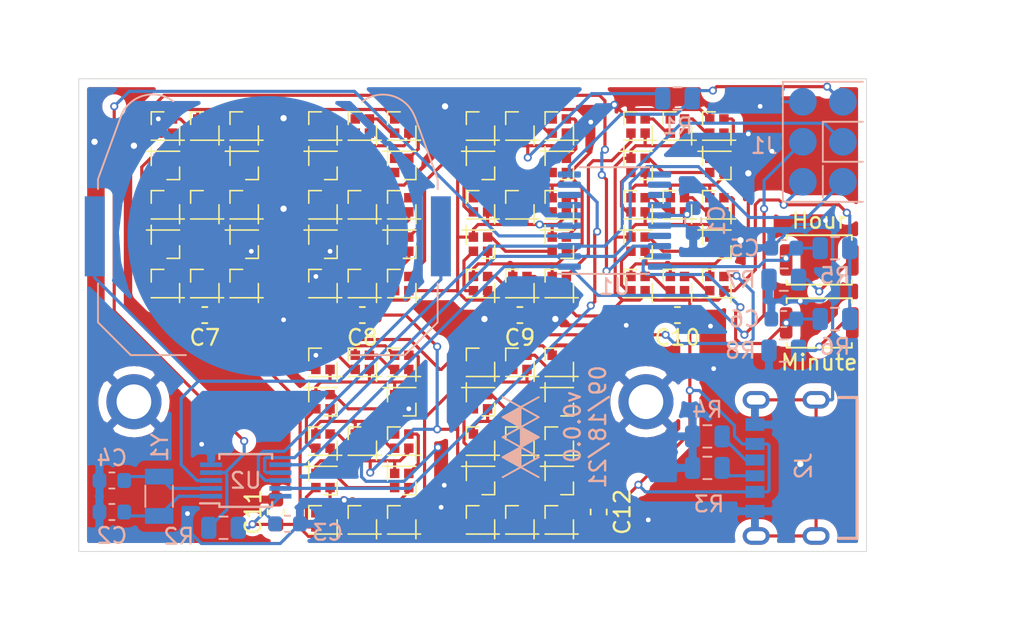
<source format=kicad_pcb>
(kicad_pcb (version 20171130) (host pcbnew "(5.1.6)-1")
  (layers (0 F.Cu signal) (31 B.Cu signal) (34 B.Paste user) (35 F.Paste user) (36 B.SilkS user) (37 F.SilkS user) (38 B.Mask user hide) (39 F.Mask user) (44 Edge.Cuts user))
  (net 0 "")
  (net 1 "Net-(BT1-Pad1)")
  (net 2 /GND)
  (net 3 /+5V)
  (net 4 "Net-(C2-Pad1)")
  (net 5 "Net-(C4-Pad1)")
  (net 6 /HH)
  (net 7 /MM)
  (net 8 /DISP)
  (net 9 "Net-(D1-Pad1)")
  (net 10 "Net-(D2-Pad1)")
  (net 11 "Net-(D3-Pad1)")
  (net 12 "Net-(D4-Pad1)")
  (net 13 "Net-(D5-Pad1)")
  (net 14 "Net-(D6-Pad1)")
  (net 15 "Net-(D7-Pad1)")
  (net 16 "Net-(D8-Pad1)")
  (net 17 "Net-(D10-Pad3)")
  (net 18 "Net-(D10-Pad1)")
  (net 19 "Net-(D11-Pad1)")
  (net 20 "Net-(D12-Pad1)")
  (net 21 /h1/DIN)
  (net 22 "Net-(D14-Pad1)")
  (net 23 "Net-(D15-Pad1)")
  (net 24 "Net-(D16-Pad1)")
  (net 25 "Net-(D17-Pad1)")
  (net 26 "Net-(D18-Pad1)")
  (net 27 "Net-(D19-Pad1)")
  (net 28 "Net-(D20-Pad1)")
  (net 29 "Net-(D21-Pad1)")
  (net 30 "Net-(D22-Pad1)")
  (net 31 "Net-(D23-Pad1)")
  (net 32 "Net-(D24-Pad1)")
  (net 33 "Net-(D25-Pad1)")
  (net 34 /m0/DIN)
  (net 35 "Net-(D27-Pad1)")
  (net 36 "Net-(D28-Pad1)")
  (net 37 "Net-(D29-Pad1)")
  (net 38 "Net-(D30-Pad1)")
  (net 39 "Net-(D31-Pad1)")
  (net 40 "Net-(D32-Pad1)")
  (net 41 "Net-(D33-Pad1)")
  (net 42 "Net-(D34-Pad1)")
  (net 43 "Net-(D35-Pad1)")
  (net 44 "Net-(D36-Pad1)")
  (net 45 "Net-(D37-Pad1)")
  (net 46 "Net-(D38-Pad1)")
  (net 47 /m1/DIN)
  (net 48 "Net-(D40-Pad1)")
  (net 49 "Net-(D41-Pad1)")
  (net 50 "Net-(D42-Pad1)")
  (net 51 "Net-(D43-Pad1)")
  (net 52 "Net-(D44-Pad1)")
  (net 53 "Net-(D45-Pad1)")
  (net 54 "Net-(D46-Pad1)")
  (net 55 "Net-(D47-Pad1)")
  (net 56 "Net-(D48-Pad1)")
  (net 57 "Net-(D49-Pad1)")
  (net 58 "Net-(D50-Pad1)")
  (net 59 "Net-(D51-Pad1)")
  (net 60 /s0/DIN)
  (net 61 "Net-(D53-Pad1)")
  (net 62 "Net-(D54-Pad1)")
  (net 63 "Net-(D55-Pad1)")
  (net 64 "Net-(D56-Pad1)")
  (net 65 "Net-(D57-Pad1)")
  (net 66 "Net-(D58-Pad1)")
  (net 67 "Net-(D59-Pad1)")
  (net 68 "Net-(D60-Pad1)")
  (net 69 "Net-(D61-Pad1)")
  (net 70 "Net-(D62-Pad1)")
  (net 71 "Net-(D63-Pad1)")
  (net 72 "Net-(D64-Pad1)")
  (net 73 /s1/DIN)
  (net 74 "Net-(D66-Pad1)")
  (net 75 "Net-(D67-Pad1)")
  (net 76 "Net-(D68-Pad1)")
  (net 77 "Net-(D69-Pad1)")
  (net 78 "Net-(D70-Pad1)")
  (net 79 "Net-(D71-Pad1)")
  (net 80 "Net-(D72-Pad1)")
  (net 81 "Net-(D73-Pad1)")
  (net 82 "Net-(D74-Pad1)")
  (net 83 "Net-(D75-Pad1)")
  (net 84 "Net-(D76-Pad1)")
  (net 85 "Net-(D77-Pad1)")
  (net 86 /RESET)
  (net 87 /MOSI)
  (net 88 /SCK)
  (net 89 /MISO)
  (net 90 "Net-(J2-PadB5)")
  (net 91 "Net-(J2-PadA5)")
  (net 92 /~RTC_CS)
  (net 93 "Net-(R7-Pad1)")
  (net 94 "Net-(R8-Pad1)")
  (net 95 /MFP)
  (module MountingHole:MountingHole_2.2mm_M2_ISO7380_Pad (layer F.Cu) (at 56 40.5)
    (fp_text reference REF** hide)
    (fp_text value MountingHole_2.2mm_M2_ISO7380_Pad hide)
    (pad 1 thru_hole circle (at 0 0) (size 3.5 3.5) (drill 2.2) (layers *.Cu *.Mask) (net 2 /GND))
  )
  (module MountingHole:MountingHole_2.2mm_M2_ISO7380_Pad (layer F.Cu) (at 23.5 40.5)
    (fp_text reference REF** hide)
    (fp_text value MountingHole_2.2mm_M2_ISO7380_Pad hide)
    (pad 1 thru_hole circle (at 0 0) (size 3.5 3.5) (drill 2.2) (layers *.Cu *.Mask) (net 2 /GND))
  )
  (module WM_lib:Logo_WM (layer B.Cu) (at 48.05 42.75 90)
    (fp_text reference REF** hide)
    (fp_text value Logo_WM)
  )
  (module WM_lib:GCT_USB4125-GF-A_REVA2 (layer B.Cu) (at 66 44.7 270)
    (fp_text reference J2 (at -0.125 0 270) (layer B.SilkS) (effects (justify mirror)))
    (fp_text value USB4125-GF-A_REVA2 hide)
    (fp_poly (pts (xy -4.32 0.05) (xy -4.349 0.049) (xy -4.377 0.047) (xy -4.406 0.043) (xy -4.434 0.038) (xy -4.462 0.031) (xy -4.49 0.023) (xy -4.517 0.013) (xy -4.544 0.002) (xy -4.57 -0.01) (xy -4.595 -0.024) (xy -4.62 -0.039) (xy -4.643 -0.055) (xy -4.666 -0.073) (xy -4.688 -0.091) (xy -4.709 -0.111) (xy -4.729 -0.132) (xy -4.747 -0.154) (xy -4.765 -0.177) (xy -4.781 -0.2) (xy -4.796 -0.225) (xy -4.81 -0.25) (xy -4.822 -0.276) (xy -4.833 -0.303) (xy -4.843 -0.33) (xy -4.851 -0.358) (xy -4.858 -0.386) (xy -4.863 -0.414) (xy -4.867 -0.443) (xy -4.869 -0.471) (xy -4.87 -0.5) (xy -4.87 -1.1) (xy -4.869 -1.129) (xy -4.867 -1.157) (xy -4.863 -1.186) (xy -4.858 -1.214) (xy -4.851 -1.242) (xy -4.843 -1.27) (xy -4.833 -1.297) (xy -4.822 -1.324) (xy -4.81 -1.35) (xy -4.796 -1.375) (xy -4.781 -1.4) (xy -4.765 -1.423) (xy -4.747 -1.446) (xy -4.729 -1.468) (xy -4.709 -1.489) (xy -4.688 -1.509) (xy -4.666 -1.527) (xy -4.643 -1.545) (xy -4.62 -1.561) (xy -4.595 -1.576) (xy -4.57 -1.59) (xy -4.544 -1.602) (xy -4.517 -1.613) (xy -4.49 -1.623) (xy -4.462 -1.631) (xy -4.434 -1.638) (xy -4.406 -1.643) (xy -4.377 -1.647) (xy -4.349 -1.649) (xy -4.32 -1.65) (xy -4.291 -1.649) (xy -4.263 -1.647) (xy -4.234 -1.643) (xy -4.206 -1.638) (xy -4.178 -1.631) (xy -4.15 -1.623) (xy -4.123 -1.613) (xy -4.096 -1.602) (xy -4.07 -1.59) (xy -4.045 -1.576) (xy -4.02 -1.561) (xy -3.997 -1.545) (xy -3.974 -1.527) (xy -3.952 -1.509) (xy -3.931 -1.489) (xy -3.911 -1.468) (xy -3.893 -1.446) (xy -3.875 -1.423) (xy -3.859 -1.4) (xy -3.844 -1.375) (xy -3.83 -1.35) (xy -3.818 -1.324) (xy -3.807 -1.297) (xy -3.797 -1.27) (xy -3.789 -1.242) (xy -3.782 -1.214) (xy -3.777 -1.186) (xy -3.773 -1.157) (xy -3.771 -1.129) (xy -3.77 -1.1) (xy -3.77 -0.5) (xy -3.771 -0.471) (xy -3.773 -0.443) (xy -3.777 -0.414) (xy -3.782 -0.386) (xy -3.789 -0.358) (xy -3.797 -0.33) (xy -3.807 -0.303) (xy -3.818 -0.276) (xy -3.83 -0.25) (xy -3.844 -0.225) (xy -3.859 -0.2) (xy -3.875 -0.177) (xy -3.893 -0.154) (xy -3.911 -0.132) (xy -3.931 -0.111) (xy -3.952 -0.091) (xy -3.974 -0.073) (xy -3.997 -0.055) (xy -4.02 -0.039) (xy -4.045 -0.024) (xy -4.07 -0.01) (xy -4.096 0.002) (xy -4.123 0.013) (xy -4.15 0.023) (xy -4.178 0.031) (xy -4.206 0.038) (xy -4.234 0.043) (xy -4.263 0.047) (xy -4.291 0.049) (xy -4.32 0.05)) (layer F.Cu) (width 0.01))
    (fp_poly (pts (xy -4.32 0.05) (xy -4.349 0.049) (xy -4.377 0.047) (xy -4.406 0.043) (xy -4.434 0.038) (xy -4.462 0.031) (xy -4.49 0.023) (xy -4.517 0.013) (xy -4.544 0.002) (xy -4.57 -0.01) (xy -4.595 -0.024) (xy -4.62 -0.039) (xy -4.643 -0.055) (xy -4.666 -0.073) (xy -4.688 -0.091) (xy -4.709 -0.111) (xy -4.729 -0.132) (xy -4.747 -0.154) (xy -4.765 -0.177) (xy -4.781 -0.2) (xy -4.796 -0.225) (xy -4.81 -0.25) (xy -4.822 -0.276) (xy -4.833 -0.303) (xy -4.843 -0.33) (xy -4.851 -0.358) (xy -4.858 -0.386) (xy -4.863 -0.414) (xy -4.867 -0.443) (xy -4.869 -0.471) (xy -4.87 -0.5) (xy -4.87 -1.1) (xy -4.869 -1.129) (xy -4.867 -1.157) (xy -4.863 -1.186) (xy -4.858 -1.214) (xy -4.851 -1.242) (xy -4.843 -1.27) (xy -4.833 -1.297) (xy -4.822 -1.324) (xy -4.81 -1.35) (xy -4.796 -1.375) (xy -4.781 -1.4) (xy -4.765 -1.423) (xy -4.747 -1.446) (xy -4.729 -1.468) (xy -4.709 -1.489) (xy -4.688 -1.509) (xy -4.666 -1.527) (xy -4.643 -1.545) (xy -4.62 -1.561) (xy -4.595 -1.576) (xy -4.57 -1.59) (xy -4.544 -1.602) (xy -4.517 -1.613) (xy -4.49 -1.623) (xy -4.462 -1.631) (xy -4.434 -1.638) (xy -4.406 -1.643) (xy -4.377 -1.647) (xy -4.349 -1.649) (xy -4.32 -1.65) (xy -4.291 -1.649) (xy -4.263 -1.647) (xy -4.234 -1.643) (xy -4.206 -1.638) (xy -4.178 -1.631) (xy -4.15 -1.623) (xy -4.123 -1.613) (xy -4.096 -1.602) (xy -4.07 -1.59) (xy -4.045 -1.576) (xy -4.02 -1.561) (xy -3.997 -1.545) (xy -3.974 -1.527) (xy -3.952 -1.509) (xy -3.931 -1.489) (xy -3.911 -1.468) (xy -3.893 -1.446) (xy -3.875 -1.423) (xy -3.859 -1.4) (xy -3.844 -1.375) (xy -3.83 -1.35) (xy -3.818 -1.324) (xy -3.807 -1.297) (xy -3.797 -1.27) (xy -3.789 -1.242) (xy -3.782 -1.214) (xy -3.777 -1.186) (xy -3.773 -1.157) (xy -3.771 -1.129) (xy -3.77 -1.1) (xy -3.77 -0.5) (xy -3.771 -0.471) (xy -3.773 -0.443) (xy -3.777 -0.414) (xy -3.782 -0.386) (xy -3.789 -0.358) (xy -3.797 -0.33) (xy -3.807 -0.303) (xy -3.818 -0.276) (xy -3.83 -0.25) (xy -3.844 -0.225) (xy -3.859 -0.2) (xy -3.875 -0.177) (xy -3.893 -0.154) (xy -3.911 -0.132) (xy -3.931 -0.111) (xy -3.952 -0.091) (xy -3.974 -0.073) (xy -3.997 -0.055) (xy -4.02 -0.039) (xy -4.045 -0.024) (xy -4.07 -0.01) (xy -4.096 0.002) (xy -4.123 0.013) (xy -4.15 0.023) (xy -4.178 0.031) (xy -4.206 0.038) (xy -4.234 0.043) (xy -4.263 0.047) (xy -4.291 0.049) (xy -4.32 0.05)) (layer B.Cu) (width 0.01))
    (fp_poly (pts (xy 4.32 0.05) (xy 4.291 0.049) (xy 4.263 0.047) (xy 4.234 0.043) (xy 4.206 0.038) (xy 4.178 0.031) (xy 4.15 0.023) (xy 4.123 0.013) (xy 4.096 0.002) (xy 4.07 -0.01) (xy 4.045 -0.024) (xy 4.02 -0.039) (xy 3.997 -0.055) (xy 3.974 -0.073) (xy 3.952 -0.091) (xy 3.931 -0.111) (xy 3.911 -0.132) (xy 3.893 -0.154) (xy 3.875 -0.177) (xy 3.859 -0.2) (xy 3.844 -0.225) (xy 3.83 -0.25) (xy 3.818 -0.276) (xy 3.807 -0.303) (xy 3.797 -0.33) (xy 3.789 -0.358) (xy 3.782 -0.386) (xy 3.777 -0.414) (xy 3.773 -0.443) (xy 3.771 -0.471) (xy 3.77 -0.5) (xy 3.77 -1.1) (xy 3.771 -1.129) (xy 3.773 -1.157) (xy 3.777 -1.186) (xy 3.782 -1.214) (xy 3.789 -1.242) (xy 3.797 -1.27) (xy 3.807 -1.297) (xy 3.818 -1.324) (xy 3.83 -1.35) (xy 3.844 -1.375) (xy 3.859 -1.4) (xy 3.875 -1.423) (xy 3.893 -1.446) (xy 3.911 -1.468) (xy 3.931 -1.489) (xy 3.952 -1.509) (xy 3.974 -1.527) (xy 3.997 -1.545) (xy 4.02 -1.561) (xy 4.045 -1.576) (xy 4.07 -1.59) (xy 4.096 -1.602) (xy 4.123 -1.613) (xy 4.15 -1.623) (xy 4.178 -1.631) (xy 4.206 -1.638) (xy 4.234 -1.643) (xy 4.263 -1.647) (xy 4.291 -1.649) (xy 4.32 -1.65) (xy 4.349 -1.649) (xy 4.377 -1.647) (xy 4.406 -1.643) (xy 4.434 -1.638) (xy 4.462 -1.631) (xy 4.49 -1.623) (xy 4.517 -1.613) (xy 4.544 -1.602) (xy 4.57 -1.59) (xy 4.595 -1.576) (xy 4.62 -1.561) (xy 4.643 -1.545) (xy 4.666 -1.527) (xy 4.688 -1.509) (xy 4.709 -1.489) (xy 4.729 -1.468) (xy 4.747 -1.446) (xy 4.765 -1.423) (xy 4.781 -1.4) (xy 4.796 -1.375) (xy 4.81 -1.35) (xy 4.822 -1.324) (xy 4.833 -1.297) (xy 4.843 -1.27) (xy 4.851 -1.242) (xy 4.858 -1.214) (xy 4.863 -1.186) (xy 4.867 -1.157) (xy 4.869 -1.129) (xy 4.87 -1.1) (xy 4.87 -0.5) (xy 4.869 -0.471) (xy 4.867 -0.443) (xy 4.863 -0.414) (xy 4.858 -0.386) (xy 4.851 -0.358) (xy 4.843 -0.33) (xy 4.833 -0.303) (xy 4.822 -0.276) (xy 4.81 -0.25) (xy 4.796 -0.225) (xy 4.781 -0.2) (xy 4.765 -0.177) (xy 4.747 -0.154) (xy 4.729 -0.132) (xy 4.709 -0.111) (xy 4.688 -0.091) (xy 4.666 -0.073) (xy 4.643 -0.055) (xy 4.62 -0.039) (xy 4.595 -0.024) (xy 4.57 -0.01) (xy 4.544 0.002) (xy 4.517 0.013) (xy 4.49 0.023) (xy 4.462 0.031) (xy 4.434 0.038) (xy 4.406 0.043) (xy 4.377 0.047) (xy 4.349 0.049) (xy 4.32 0.05)) (layer F.Cu) (width 0.01))
    (fp_poly (pts (xy 4.32 0.05) (xy 4.291 0.049) (xy 4.263 0.047) (xy 4.234 0.043) (xy 4.206 0.038) (xy 4.178 0.031) (xy 4.15 0.023) (xy 4.123 0.013) (xy 4.096 0.002) (xy 4.07 -0.01) (xy 4.045 -0.024) (xy 4.02 -0.039) (xy 3.997 -0.055) (xy 3.974 -0.073) (xy 3.952 -0.091) (xy 3.931 -0.111) (xy 3.911 -0.132) (xy 3.893 -0.154) (xy 3.875 -0.177) (xy 3.859 -0.2) (xy 3.844 -0.225) (xy 3.83 -0.25) (xy 3.818 -0.276) (xy 3.807 -0.303) (xy 3.797 -0.33) (xy 3.789 -0.358) (xy 3.782 -0.386) (xy 3.777 -0.414) (xy 3.773 -0.443) (xy 3.771 -0.471) (xy 3.77 -0.5) (xy 3.77 -1.1) (xy 3.771 -1.129) (xy 3.773 -1.157) (xy 3.777 -1.186) (xy 3.782 -1.214) (xy 3.789 -1.242) (xy 3.797 -1.27) (xy 3.807 -1.297) (xy 3.818 -1.324) (xy 3.83 -1.35) (xy 3.844 -1.375) (xy 3.859 -1.4) (xy 3.875 -1.423) (xy 3.893 -1.446) (xy 3.911 -1.468) (xy 3.931 -1.489) (xy 3.952 -1.509) (xy 3.974 -1.527) (xy 3.997 -1.545) (xy 4.02 -1.561) (xy 4.045 -1.576) (xy 4.07 -1.59) (xy 4.096 -1.602) (xy 4.123 -1.613) (xy 4.15 -1.623) (xy 4.178 -1.631) (xy 4.206 -1.638) (xy 4.234 -1.643) (xy 4.263 -1.647) (xy 4.291 -1.649) (xy 4.32 -1.65) (xy 4.349 -1.649) (xy 4.377 -1.647) (xy 4.406 -1.643) (xy 4.434 -1.638) (xy 4.462 -1.631) (xy 4.49 -1.623) (xy 4.517 -1.613) (xy 4.544 -1.602) (xy 4.57 -1.59) (xy 4.595 -1.576) (xy 4.62 -1.561) (xy 4.643 -1.545) (xy 4.666 -1.527) (xy 4.688 -1.509) (xy 4.709 -1.489) (xy 4.729 -1.468) (xy 4.747 -1.446) (xy 4.765 -1.423) (xy 4.781 -1.4) (xy 4.796 -1.375) (xy 4.81 -1.35) (xy 4.822 -1.324) (xy 4.833 -1.297) (xy 4.843 -1.27) (xy 4.851 -1.242) (xy 4.858 -1.214) (xy 4.863 -1.186) (xy 4.867 -1.157) (xy 4.869 -1.129) (xy 4.87 -1.1) (xy 4.87 -0.5) (xy 4.869 -0.471) (xy 4.867 -0.443) (xy 4.863 -0.414) (xy 4.858 -0.386) (xy 4.851 -0.358) (xy 4.843 -0.33) (xy 4.833 -0.303) (xy 4.822 -0.276) (xy 4.81 -0.25) (xy 4.796 -0.225) (xy 4.781 -0.2) (xy 4.765 -0.177) (xy 4.747 -0.154) (xy 4.729 -0.132) (xy 4.709 -0.111) (xy 4.688 -0.091) (xy 4.666 -0.073) (xy 4.643 -0.055) (xy 4.62 -0.039) (xy 4.595 -0.024) (xy 4.57 -0.01) (xy 4.544 0.002) (xy 4.517 0.013) (xy 4.49 0.023) (xy 4.462 0.031) (xy 4.434 0.038) (xy 4.406 0.043) (xy 4.377 0.047) (xy 4.349 0.049) (xy 4.32 0.05)) (layer B.Cu) (width 0.01))
    (fp_poly (pts (xy -4.32 3.85) (xy -4.349 3.849) (xy -4.377 3.847) (xy -4.406 3.843) (xy -4.434 3.838) (xy -4.462 3.831) (xy -4.49 3.823) (xy -4.517 3.813) (xy -4.544 3.802) (xy -4.57 3.79) (xy -4.595 3.776) (xy -4.62 3.761) (xy -4.643 3.745) (xy -4.666 3.727) (xy -4.688 3.709) (xy -4.709 3.689) (xy -4.729 3.668) (xy -4.747 3.646) (xy -4.765 3.623) (xy -4.781 3.6) (xy -4.796 3.575) (xy -4.81 3.55) (xy -4.822 3.524) (xy -4.833 3.497) (xy -4.843 3.47) (xy -4.851 3.442) (xy -4.858 3.414) (xy -4.863 3.386) (xy -4.867 3.357) (xy -4.869 3.329) (xy -4.87 3.3) (xy -4.87 2.7) (xy -4.869 2.671) (xy -4.867 2.643) (xy -4.863 2.614) (xy -4.858 2.586) (xy -4.851 2.558) (xy -4.843 2.53) (xy -4.833 2.503) (xy -4.822 2.476) (xy -4.81 2.45) (xy -4.796 2.425) (xy -4.781 2.4) (xy -4.765 2.377) (xy -4.747 2.354) (xy -4.729 2.332) (xy -4.709 2.311) (xy -4.688 2.291) (xy -4.666 2.273) (xy -4.643 2.255) (xy -4.62 2.239) (xy -4.595 2.224) (xy -4.57 2.21) (xy -4.544 2.198) (xy -4.517 2.187) (xy -4.49 2.177) (xy -4.462 2.169) (xy -4.434 2.162) (xy -4.406 2.157) (xy -4.377 2.153) (xy -4.349 2.151) (xy -4.32 2.15) (xy -4.291 2.151) (xy -4.263 2.153) (xy -4.234 2.157) (xy -4.206 2.162) (xy -4.178 2.169) (xy -4.15 2.177) (xy -4.123 2.187) (xy -4.096 2.198) (xy -4.07 2.21) (xy -4.045 2.224) (xy -4.02 2.239) (xy -3.997 2.255) (xy -3.974 2.273) (xy -3.952 2.291) (xy -3.931 2.311) (xy -3.911 2.332) (xy -3.893 2.354) (xy -3.875 2.377) (xy -3.859 2.4) (xy -3.844 2.425) (xy -3.83 2.45) (xy -3.818 2.476) (xy -3.807 2.503) (xy -3.797 2.53) (xy -3.789 2.558) (xy -3.782 2.586) (xy -3.777 2.614) (xy -3.773 2.643) (xy -3.771 2.671) (xy -3.77 2.7) (xy -3.77 3.3) (xy -3.771 3.329) (xy -3.773 3.357) (xy -3.777 3.386) (xy -3.782 3.414) (xy -3.789 3.442) (xy -3.797 3.47) (xy -3.807 3.497) (xy -3.818 3.524) (xy -3.83 3.55) (xy -3.844 3.575) (xy -3.859 3.6) (xy -3.875 3.623) (xy -3.893 3.646) (xy -3.911 3.668) (xy -3.931 3.689) (xy -3.952 3.709) (xy -3.974 3.727) (xy -3.997 3.745) (xy -4.02 3.761) (xy -4.045 3.776) (xy -4.07 3.79) (xy -4.096 3.802) (xy -4.123 3.813) (xy -4.15 3.823) (xy -4.178 3.831) (xy -4.206 3.838) (xy -4.234 3.843) (xy -4.263 3.847) (xy -4.291 3.849) (xy -4.32 3.85)) (layer F.Cu) (width 0.01))
    (fp_poly (pts (xy -4.32 3.85) (xy -4.349 3.849) (xy -4.377 3.847) (xy -4.406 3.843) (xy -4.434 3.838) (xy -4.462 3.831) (xy -4.49 3.823) (xy -4.517 3.813) (xy -4.544 3.802) (xy -4.57 3.79) (xy -4.595 3.776) (xy -4.62 3.761) (xy -4.643 3.745) (xy -4.666 3.727) (xy -4.688 3.709) (xy -4.709 3.689) (xy -4.729 3.668) (xy -4.747 3.646) (xy -4.765 3.623) (xy -4.781 3.6) (xy -4.796 3.575) (xy -4.81 3.55) (xy -4.822 3.524) (xy -4.833 3.497) (xy -4.843 3.47) (xy -4.851 3.442) (xy -4.858 3.414) (xy -4.863 3.386) (xy -4.867 3.357) (xy -4.869 3.329) (xy -4.87 3.3) (xy -4.87 2.7) (xy -4.869 2.671) (xy -4.867 2.643) (xy -4.863 2.614) (xy -4.858 2.586) (xy -4.851 2.558) (xy -4.843 2.53) (xy -4.833 2.503) (xy -4.822 2.476) (xy -4.81 2.45) (xy -4.796 2.425) (xy -4.781 2.4) (xy -4.765 2.377) (xy -4.747 2.354) (xy -4.729 2.332) (xy -4.709 2.311) (xy -4.688 2.291) (xy -4.666 2.273) (xy -4.643 2.255) (xy -4.62 2.239) (xy -4.595 2.224) (xy -4.57 2.21) (xy -4.544 2.198) (xy -4.517 2.187) (xy -4.49 2.177) (xy -4.462 2.169) (xy -4.434 2.162) (xy -4.406 2.157) (xy -4.377 2.153) (xy -4.349 2.151) (xy -4.32 2.15) (xy -4.291 2.151) (xy -4.263 2.153) (xy -4.234 2.157) (xy -4.206 2.162) (xy -4.178 2.169) (xy -4.15 2.177) (xy -4.123 2.187) (xy -4.096 2.198) (xy -4.07 2.21) (xy -4.045 2.224) (xy -4.02 2.239) (xy -3.997 2.255) (xy -3.974 2.273) (xy -3.952 2.291) (xy -3.931 2.311) (xy -3.911 2.332) (xy -3.893 2.354) (xy -3.875 2.377) (xy -3.859 2.4) (xy -3.844 2.425) (xy -3.83 2.45) (xy -3.818 2.476) (xy -3.807 2.503) (xy -3.797 2.53) (xy -3.789 2.558) (xy -3.782 2.586) (xy -3.777 2.614) (xy -3.773 2.643) (xy -3.771 2.671) (xy -3.77 2.7) (xy -3.77 3.3) (xy -3.771 3.329) (xy -3.773 3.357) (xy -3.777 3.386) (xy -3.782 3.414) (xy -3.789 3.442) (xy -3.797 3.47) (xy -3.807 3.497) (xy -3.818 3.524) (xy -3.83 3.55) (xy -3.844 3.575) (xy -3.859 3.6) (xy -3.875 3.623) (xy -3.893 3.646) (xy -3.911 3.668) (xy -3.931 3.689) (xy -3.952 3.709) (xy -3.974 3.727) (xy -3.997 3.745) (xy -4.02 3.761) (xy -4.045 3.776) (xy -4.07 3.79) (xy -4.096 3.802) (xy -4.123 3.813) (xy -4.15 3.823) (xy -4.178 3.831) (xy -4.206 3.838) (xy -4.234 3.843) (xy -4.263 3.847) (xy -4.291 3.849) (xy -4.32 3.85)) (layer B.Cu) (width 0.01))
    (fp_poly (pts (xy 4.32 3.85) (xy 4.291 3.849) (xy 4.263 3.847) (xy 4.234 3.843) (xy 4.206 3.838) (xy 4.178 3.831) (xy 4.15 3.823) (xy 4.123 3.813) (xy 4.096 3.802) (xy 4.07 3.79) (xy 4.045 3.776) (xy 4.02 3.761) (xy 3.997 3.745) (xy 3.974 3.727) (xy 3.952 3.709) (xy 3.931 3.689) (xy 3.911 3.668) (xy 3.893 3.646) (xy 3.875 3.623) (xy 3.859 3.6) (xy 3.844 3.575) (xy 3.83 3.55) (xy 3.818 3.524) (xy 3.807 3.497) (xy 3.797 3.47) (xy 3.789 3.442) (xy 3.782 3.414) (xy 3.777 3.386) (xy 3.773 3.357) (xy 3.771 3.329) (xy 3.77 3.3) (xy 3.77 2.7) (xy 3.771 2.671) (xy 3.773 2.643) (xy 3.777 2.614) (xy 3.782 2.586) (xy 3.789 2.558) (xy 3.797 2.53) (xy 3.807 2.503) (xy 3.818 2.476) (xy 3.83 2.45) (xy 3.844 2.425) (xy 3.859 2.4) (xy 3.875 2.377) (xy 3.893 2.354) (xy 3.911 2.332) (xy 3.931 2.311) (xy 3.952 2.291) (xy 3.974 2.273) (xy 3.997 2.255) (xy 4.02 2.239) (xy 4.045 2.224) (xy 4.07 2.21) (xy 4.096 2.198) (xy 4.123 2.187) (xy 4.15 2.177) (xy 4.178 2.169) (xy 4.206 2.162) (xy 4.234 2.157) (xy 4.263 2.153) (xy 4.291 2.151) (xy 4.32 2.15) (xy 4.349 2.151) (xy 4.377 2.153) (xy 4.406 2.157) (xy 4.434 2.162) (xy 4.462 2.169) (xy 4.49 2.177) (xy 4.517 2.187) (xy 4.544 2.198) (xy 4.57 2.21) (xy 4.595 2.224) (xy 4.62 2.239) (xy 4.643 2.255) (xy 4.666 2.273) (xy 4.688 2.291) (xy 4.709 2.311) (xy 4.729 2.332) (xy 4.747 2.354) (xy 4.765 2.377) (xy 4.781 2.4) (xy 4.796 2.425) (xy 4.81 2.45) (xy 4.822 2.476) (xy 4.833 2.503) (xy 4.843 2.53) (xy 4.851 2.558) (xy 4.858 2.586) (xy 4.863 2.614) (xy 4.867 2.643) (xy 4.869 2.671) (xy 4.87 2.7) (xy 4.87 3.3) (xy 4.869 3.329) (xy 4.867 3.357) (xy 4.863 3.386) (xy 4.858 3.414) (xy 4.851 3.442) (xy 4.843 3.47) (xy 4.833 3.497) (xy 4.822 3.524) (xy 4.81 3.55) (xy 4.796 3.575) (xy 4.781 3.6) (xy 4.765 3.623) (xy 4.747 3.646) (xy 4.729 3.668) (xy 4.709 3.689) (xy 4.688 3.709) (xy 4.666 3.727) (xy 4.643 3.745) (xy 4.62 3.761) (xy 4.595 3.776) (xy 4.57 3.79) (xy 4.544 3.802) (xy 4.517 3.813) (xy 4.49 3.823) (xy 4.462 3.831) (xy 4.434 3.838) (xy 4.406 3.843) (xy 4.377 3.847) (xy 4.349 3.849) (xy 4.32 3.85)) (layer F.Cu) (width 0.01))
    (fp_poly (pts (xy 4.32 3.85) (xy 4.291 3.849) (xy 4.263 3.847) (xy 4.234 3.843) (xy 4.206 3.838) (xy 4.178 3.831) (xy 4.15 3.823) (xy 4.123 3.813) (xy 4.096 3.802) (xy 4.07 3.79) (xy 4.045 3.776) (xy 4.02 3.761) (xy 3.997 3.745) (xy 3.974 3.727) (xy 3.952 3.709) (xy 3.931 3.689) (xy 3.911 3.668) (xy 3.893 3.646) (xy 3.875 3.623) (xy 3.859 3.6) (xy 3.844 3.575) (xy 3.83 3.55) (xy 3.818 3.524) (xy 3.807 3.497) (xy 3.797 3.47) (xy 3.789 3.442) (xy 3.782 3.414) (xy 3.777 3.386) (xy 3.773 3.357) (xy 3.771 3.329) (xy 3.77 3.3) (xy 3.77 2.7) (xy 3.771 2.671) (xy 3.773 2.643) (xy 3.777 2.614) (xy 3.782 2.586) (xy 3.789 2.558) (xy 3.797 2.53) (xy 3.807 2.503) (xy 3.818 2.476) (xy 3.83 2.45) (xy 3.844 2.425) (xy 3.859 2.4) (xy 3.875 2.377) (xy 3.893 2.354) (xy 3.911 2.332) (xy 3.931 2.311) (xy 3.952 2.291) (xy 3.974 2.273) (xy 3.997 2.255) (xy 4.02 2.239) (xy 4.045 2.224) (xy 4.07 2.21) (xy 4.096 2.198) (xy 4.123 2.187) (xy 4.15 2.177) (xy 4.178 2.169) (xy 4.206 2.162) (xy 4.234 2.157) (xy 4.263 2.153) (xy 4.291 2.151) (xy 4.32 2.15) (xy 4.349 2.151) (xy 4.377 2.153) (xy 4.406 2.157) (xy 4.434 2.162) (xy 4.462 2.169) (xy 4.49 2.177) (xy 4.517 2.187) (xy 4.544 2.198) (xy 4.57 2.21) (xy 4.595 2.224) (xy 4.62 2.239) (xy 4.643 2.255) (xy 4.666 2.273) (xy 4.688 2.291) (xy 4.709 2.311) (xy 4.729 2.332) (xy 4.747 2.354) (xy 4.765 2.377) (xy 4.781 2.4) (xy 4.796 2.425) (xy 4.81 2.45) (xy 4.822 2.476) (xy 4.833 2.503) (xy 4.843 2.53) (xy 4.851 2.558) (xy 4.858 2.586) (xy 4.863 2.614) (xy 4.867 2.643) (xy 4.869 2.671) (xy 4.87 2.7) (xy 4.87 3.3) (xy 4.869 3.329) (xy 4.867 3.357) (xy 4.863 3.386) (xy 4.858 3.414) (xy 4.851 3.442) (xy 4.843 3.47) (xy 4.833 3.497) (xy 4.822 3.524) (xy 4.81 3.55) (xy 4.796 3.575) (xy 4.781 3.6) (xy 4.765 3.623) (xy 4.747 3.646) (xy 4.729 3.668) (xy 4.709 3.689) (xy 4.688 3.709) (xy 4.666 3.727) (xy 4.643 3.745) (xy 4.62 3.761) (xy 4.595 3.776) (xy 4.57 3.79) (xy 4.544 3.802) (xy 4.517 3.813) (xy 4.49 3.823) (xy 4.462 3.831) (xy 4.434 3.838) (xy 4.406 3.843) (xy 4.377 3.847) (xy 4.349 3.849) (xy 4.32 3.85)) (layer B.Cu) (width 0.01))
    (pad Shield thru_hole oval (at 4.32 -0.8 270) (size 0.8 1.6) (drill oval 0.6 1.2) (layers *.Cu) (net 2 /GND))
    (pad Shield thru_hole oval (at -4.32 -0.8 270) (size 0.8 1.6) (drill oval 0.6 1.2) (layers *.Cu) (net 2 /GND))
    (pad Shield thru_hole oval (at 4.32 3 270) (size 0.8 1.6) (drill oval 0.6 1.2) (layers *.Cu) (net 2 /GND))
    (pad Shield thru_hole oval (at -4.32 3 270) (size 0.8 1.6) (drill oval 0.6 1.2) (layers *.Cu) (net 2 /GND))
    (pad B5 smd rect (at 0.5 3.08 270) (size 0.7 1.2) (layers B.Cu B.Paste B.Mask) (net 90 "Net-(J2-PadB5)"))
    (pad A5 smd rect (at -0.5 3.08 270) (size 0.7 1.2) (layers B.Cu B.Paste B.Mask) (net 91 "Net-(J2-PadA5)"))
    (pad A9 smd rect (at 1.52 3.08 270) (size 0.76 1.2) (layers B.Cu B.Paste B.Mask) (net 3 /+5V))
    (pad B9 smd rect (at -1.52 3.08 270) (size 0.76 1.2) (layers B.Cu B.Paste B.Mask) (net 3 /+5V))
    (pad A12 smd rect (at 2.75 3.08 270) (size 0.8 1.2) (layers B.Cu B.Paste B.Mask) (net 2 /GND))
    (pad B12 smd rect (at -2.75 3.08 270) (size 0.8 1.2) (layers B.Cu B.Paste B.Mask) (net 2 /GND))
  )
  (module Crystal:Crystal_SMD_3215-2Pin_3.2x1.5mm (layer B.Cu) (at 25.1 46.5 270)
    (fp_text reference Y1 (at -3.1 -0.05 270) (layer B.SilkS) (effects (justify mirror)))
    (fp_text value 9pF)
    (pad 2 smd rect (at -1.25 0 270) (size 1 1.8) (layers B.Cu B.Paste B.Mask) (net 5 "Net-(C4-Pad1)"))
    (pad 1 smd rect (at 1.25 0 270) (size 1 1.8) (layers B.Cu B.Paste B.Mask) (net 4 "Net-(C2-Pad1)"))
  )
  (module Package_SO:MSOP-10_3x3mm_P0.5mm (layer B.Cu) (at 30.6 45.5)
    (fp_text reference U2 (at 0 0) (layer B.SilkS) (effects (justify mirror)))
    (fp_text value MCP79510)
    (pad 10 smd rect (at 2.2 1) (size 1.4 0.3) (layers B.Cu B.Paste B.Mask) (net 3 /+5V))
    (pad 9 smd rect (at 2.2 0.5) (size 1.4 0.3) (layers B.Cu B.Paste B.Mask) (net 95 /MFP))
    (pad 8 smd rect (at 2.2 0) (size 1.4 0.3) (layers B.Cu B.Paste B.Mask) (net 88 /SCK))
    (pad 7 smd rect (at 2.2 -0.5) (size 1.4 0.3) (layers B.Cu B.Paste B.Mask) (net 89 /MISO))
    (pad 6 smd rect (at 2.2 -1) (size 1.4 0.3) (layers B.Cu B.Paste B.Mask) (net 87 /MOSI))
    (pad 5 smd rect (at -2.2 -1) (size 1.4 0.3) (layers B.Cu B.Paste B.Mask) (net 2 /GND))
    (pad 4 smd rect (at -2.2 -0.5) (size 1.4 0.3) (layers B.Cu B.Paste B.Mask) (net 92 /~RTC_CS))
    (pad 3 smd rect (at -2.2 0) (size 1.4 0.3) (layers B.Cu B.Paste B.Mask) (net 1 "Net-(BT1-Pad1)"))
    (pad 2 smd rect (at -2.2 0.5) (size 1.4 0.3) (layers B.Cu B.Paste B.Mask) (net 5 "Net-(C4-Pad1)"))
    (pad 1 smd rect (at -2.2 1) (size 1.4 0.3) (layers B.Cu B.Paste B.Mask) (net 4 "Net-(C2-Pad1)"))
  )
  (module Package_SO:TSSOP-20_4.4x6.5mm_P0.65mm (layer B.Cu) (at 54 29)
    (fp_text reference U1 (at 0 4.2) (layer B.SilkS) (effects (justify mirror)))
    (fp_text value ATtiny461A-XU)
    (pad 20 smd roundrect (at 2.8625 2.925) (size 1.475 0.4) (layers B.Cu B.Paste B.Mask) (net 6 /HH))
    (pad 19 smd roundrect (at 2.8625 2.275) (size 1.475 0.4) (layers B.Cu B.Paste B.Mask) (net 7 /MM))
    (pad 18 smd roundrect (at 2.8625 1.625) (size 1.475 0.4) (layers B.Cu B.Paste B.Mask) (net 8 /DISP))
    (pad 17 smd roundrect (at 2.8625 0.975) (size 1.475 0.4) (layers B.Cu B.Paste B.Mask))
    (pad 16 smd roundrect (at 2.8625 0.325) (size 1.475 0.4) (layers B.Cu B.Paste B.Mask) (net 2 /GND))
    (pad 15 smd roundrect (at 2.8625 -0.325) (size 1.475 0.4) (layers B.Cu B.Paste B.Mask) (net 3 /+5V))
    (pad 14 smd roundrect (at 2.8625 -0.975) (size 1.475 0.4) (layers B.Cu B.Paste B.Mask))
    (pad 13 smd roundrect (at 2.8625 -1.625) (size 1.475 0.4) (layers B.Cu B.Paste B.Mask))
    (pad 12 smd roundrect (at 2.8625 -2.275) (size 1.475 0.4) (layers B.Cu B.Paste B.Mask))
    (pad 11 smd roundrect (at 2.8625 -2.925) (size 1.475 0.4) (layers B.Cu B.Paste B.Mask))
    (pad 10 smd roundrect (at -2.8625 -2.925) (size 1.475 0.4) (layers B.Cu B.Paste B.Mask) (net 86 /RESET))
    (pad 9 smd roundrect (at -2.8625 -2.275) (size 1.475 0.4) (layers B.Cu B.Paste B.Mask) (net 95 /MFP))
    (pad 8 smd roundrect (at -2.8625 -1.625) (size 1.475 0.4) (layers B.Cu B.Paste B.Mask))
    (pad 7 smd roundrect (at -2.8625 -0.975) (size 1.475 0.4) (layers B.Cu B.Paste B.Mask))
    (pad 6 smd roundrect (at -2.8625 -0.325) (size 1.475 0.4) (layers B.Cu B.Paste B.Mask) (net 2 /GND))
    (pad 5 smd roundrect (at -2.8625 0.325) (size 1.475 0.4) (layers B.Cu B.Paste B.Mask) (net 3 /+5V))
    (pad 4 smd roundrect (at -2.8625 0.975) (size 1.475 0.4) (layers B.Cu B.Paste B.Mask) (net 92 /~RTC_CS))
    (pad 3 smd roundrect (at -2.8625 1.625) (size 1.475 0.4) (layers B.Cu B.Paste B.Mask) (net 88 /SCK))
    (pad 2 smd roundrect (at -2.8625 2.275) (size 1.475 0.4) (layers B.Cu B.Paste B.Mask) (net 89 /MISO))
    (pad 1 smd roundrect (at -2.8625 2.925) (size 1.475 0.4) (layers B.Cu B.Paste B.Mask) (net 87 /MOSI))
  )
  (module Button_Switch_SMD:SW_Push_SPST_NO_Alps_SKRK (layer F.Cu) (at 67 35.5)
    (fp_text reference SW1 hide)
    (fp_text value SW_Push hide)
    (pad 1 smd roundrect (at -2.1 0) (size 0.8 2) (layers F.Cu F.Paste F.Mask) (net 7 /MM))
    (pad 2 smd roundrect (at 2.1 0) (size 0.8 2) (layers F.Cu F.Paste F.Mask) (net 94 "Net-(R8-Pad1)"))
  )
  (module Button_Switch_SMD:SW_Push_SPST_NO_Alps_SKRK (layer F.Cu) (at 67 31.5)
    (fp_text reference SW1 hide)
    (fp_text value SW_Push hide)
    (pad 1 smd roundrect (at -2.1 0) (size 0.8 2) (layers F.Cu F.Paste F.Mask) (net 6 /HH))
    (pad 2 smd roundrect (at 2.1 0) (size 0.8 2) (layers F.Cu F.Paste F.Mask) (net 93 "Net-(R7-Pad1)"))
  )
  (module Resistor_SMD:R_0805_2012Metric (layer B.Cu) (at 64.75 37.25 180)
    (fp_text reference R8 (at 2.75 0) (layer B.SilkS) (effects (justify mirror)))
    (fp_text value 1kR)
    (pad 2 smd roundrect (at 0.9375 0 180) (size 0.975 1.4) (layers B.Cu B.Paste B.Mask) (net 2 /GND))
    (pad 1 smd roundrect (at -0.9375 0 180) (size 0.975 1.4) (layers B.Cu B.Paste B.Mask) (net 94 "Net-(R8-Pad1)"))
  )
  (module Resistor_SMD:R_0805_2012Metric (layer B.Cu) (at 64.75 32.75 180)
    (fp_text reference R7 (at 2.75 0) (layer B.SilkS) (effects (justify mirror)))
    (fp_text value 1kR)
    (pad 2 smd roundrect (at 0.9375 0 180) (size 0.975 1.4) (layers B.Cu B.Paste B.Mask) (net 2 /GND))
    (pad 1 smd roundrect (at -0.9375 0 180) (size 0.975 1.4) (layers B.Cu B.Paste B.Mask) (net 93 "Net-(R7-Pad1)"))
  )
  (module Resistor_SMD:R_0805_2012Metric (layer B.Cu) (at 68 35.25 180)
    (fp_text reference R6 (at 0 -1.75) (layer B.SilkS) (effects (justify mirror)))
    (fp_text value 10kR)
    (pad 2 smd roundrect (at 0.9375 0 180) (size 0.975 1.4) (layers B.Cu B.Paste B.Mask) (net 7 /MM))
    (pad 1 smd roundrect (at -0.9375 0 180) (size 0.975 1.4) (layers B.Cu B.Paste B.Mask) (net 3 /+5V))
  )
  (module Resistor_SMD:R_0805_2012Metric (layer B.Cu) (at 68 30.75 180)
    (fp_text reference R5 (at 0 -1.75) (layer B.SilkS) (effects (justify mirror)))
    (fp_text value 10kR)
    (pad 2 smd roundrect (at 0.9375 0 180) (size 0.975 1.4) (layers B.Cu B.Paste B.Mask) (net 6 /HH))
    (pad 1 smd roundrect (at -0.9375 0 180) (size 0.975 1.4) (layers B.Cu B.Paste B.Mask) (net 3 /+5V))
  )
  (module Resistor_SMD:R_0805_2012Metric (layer B.Cu) (at 59.9 44.7 180)
    (fp_text reference R4 (at 0 3.7) (layer B.SilkS) (effects (justify mirror)))
    (fp_text value 5.11kR)
    (pad 2 smd roundrect (at 0.9375 0 180) (size 0.975 1.4) (layers B.Cu B.Paste B.Mask) (net 2 /GND))
    (pad 1 smd roundrect (at -0.9375 0 180) (size 0.975 1.4) (layers B.Cu B.Paste B.Mask) (net 90 "Net-(J2-PadB5)"))
  )
  (module Resistor_SMD:R_0805_2012Metric (layer B.Cu) (at 59.9 42.7)
    (fp_text reference R3 (at 0.1 4.3) (layer B.SilkS) (effects (justify mirror)))
    (fp_text value 5.11kR)
    (pad 2 smd roundrect (at 0.9375 0) (size 0.975 1.4) (layers B.Cu B.Paste B.Mask) (net 91 "Net-(J2-PadA5)"))
    (pad 1 smd roundrect (at -0.9375 0) (size 0.975 1.4) (layers B.Cu B.Paste B.Mask) (net 2 /GND))
  )
  (module Resistor_SMD:R_0805_2012Metric (layer B.Cu) (at 29.1875 48.5)
    (fp_text reference R2 (at -2.8375 0.55) (layer B.SilkS) (effects (justify mirror)))
    (fp_text value 10kR)
    (pad 2 smd roundrect (at 0.9375 0) (size 0.975 1.4) (layers B.Cu B.Paste B.Mask) (net 3 /+5V))
    (pad 1 smd roundrect (at -0.9375 0) (size 0.975 1.4) (layers B.Cu B.Paste B.Mask) (net 92 /~RTC_CS))
  )
  (module Resistor_SMD:R_0805_2012Metric (layer B.Cu) (at 58 21.25 180)
    (fp_text reference R1 (at 0 -1.75 180) (layer B.SilkS) (effects (justify mirror)))
    (fp_text value 10kR)
    (pad 2 smd roundrect (at 0.9375 0 180) (size 0.975 1.4) (layers B.Cu B.Paste B.Mask) (net 3 /+5V))
    (pad 1 smd roundrect (at -0.9375 0 180) (size 0.975 1.4) (layers B.Cu B.Paste B.Mask) (net 86 /RESET))
  )
  (module WM_lib:pogo_pads_2x03_p2.54mm (layer B.Cu) (at 67.23 24)
    (fp_text reference J1 (at -3.73 0.25) (layer B.SilkS) (effects (justify mirror)))
    (fp_text value AVR-ISP-6)
    (pad 6 smd circle (at -1.27 -2.54) (size 1.76 1.76) (layers B.Cu B.Paste B.Mask) (net 2 /GND))
    (pad 5 smd circle (at 1.27 -2.54) (size 1.76 1.76) (layers B.Cu B.Paste B.Mask) (net 86 /RESET))
    (pad 4 smd circle (at -1.27 0) (size 1.76 1.76) (layers B.Cu B.Paste B.Mask) (net 87 /MOSI))
    (pad 3 smd circle (at 1.27 0) (size 1.76 1.76) (layers B.Cu B.Paste B.Mask) (net 88 /SCK))
    (pad 1 smd circle (at 1.27 2.54) (size 1.76 1.76) (layers B.Cu B.Paste B.Mask) (net 89 /MISO))
    (pad 2 smd circle (at -1.27 2.54) (size 1.76 1.76) (layers B.Cu B.Paste B.Mask) (net 3 /+5V))
  )
  (module LED_SMD:LED_SK6805_PLCC4_1.5x1.5mm_P0.65mm (layer F.Cu) (at 50.5 48 180)
    (fp_text reference D78 hide)
    (fp_text value SK6805_1515-LED hide)
    (pad 2 smd rect (at 0.45 0.45) (size 0.6 0.6) (layers F.Cu F.Paste F.Mask) (net 2 /GND))
    (pad 3 smd rect (at 0.45 -0.45) (size 0.6 0.6) (layers F.Cu F.Paste F.Mask) (net 85 "Net-(D77-Pad1)"))
    (pad 1 smd rect (at -0.45 0.45) (size 0.6 0.6) (layers F.Cu F.Paste F.Mask))
    (pad 4 smd rect (at -0.45 -0.45) (size 0.6 0.6) (layers F.Cu F.Paste F.Mask) (net 3 /+5V))
  )
  (module LED_SMD:LED_SK6805_PLCC4_1.5x1.5mm_P0.65mm (layer F.Cu) (at 48 48 180)
    (fp_text reference D77 hide)
    (fp_text value SK6805_1515-LED hide)
    (pad 2 smd rect (at 0.45 0.45) (size 0.6 0.6) (layers F.Cu F.Paste F.Mask) (net 2 /GND))
    (pad 3 smd rect (at 0.45 -0.45) (size 0.6 0.6) (layers F.Cu F.Paste F.Mask) (net 84 "Net-(D76-Pad1)"))
    (pad 1 smd rect (at -0.45 0.45) (size 0.6 0.6) (layers F.Cu F.Paste F.Mask) (net 85 "Net-(D77-Pad1)"))
    (pad 4 smd rect (at -0.45 -0.45) (size 0.6 0.6) (layers F.Cu F.Paste F.Mask) (net 3 /+5V))
  )
  (module LED_SMD:LED_SK6805_PLCC4_1.5x1.5mm_P0.65mm (layer F.Cu) (at 45.5 48 180)
    (fp_text reference D76 hide)
    (fp_text value SK6805_1515-LED hide)
    (pad 2 smd rect (at 0.45 0.45) (size 0.6 0.6) (layers F.Cu F.Paste F.Mask) (net 2 /GND))
    (pad 3 smd rect (at 0.45 -0.45) (size 0.6 0.6) (layers F.Cu F.Paste F.Mask) (net 83 "Net-(D75-Pad1)"))
    (pad 1 smd rect (at -0.45 0.45) (size 0.6 0.6) (layers F.Cu F.Paste F.Mask) (net 84 "Net-(D76-Pad1)"))
    (pad 4 smd rect (at -0.45 -0.45) (size 0.6 0.6) (layers F.Cu F.Paste F.Mask) (net 3 /+5V))
  )
  (module LED_SMD:LED_SK6805_PLCC4_1.5x1.5mm_P0.65mm (layer F.Cu) (at 45.5 45.5)
    (fp_text reference D75 hide)
    (fp_text value SK6805_1515-LED hide)
    (pad 2 smd rect (at 0.45 0.45 180) (size 0.6 0.6) (layers F.Cu F.Paste F.Mask) (net 2 /GND))
    (pad 3 smd rect (at 0.45 -0.45 180) (size 0.6 0.6) (layers F.Cu F.Paste F.Mask) (net 82 "Net-(D74-Pad1)"))
    (pad 1 smd rect (at -0.45 0.45 180) (size 0.6 0.6) (layers F.Cu F.Paste F.Mask) (net 83 "Net-(D75-Pad1)"))
    (pad 4 smd rect (at -0.45 -0.45 180) (size 0.6 0.6) (layers F.Cu F.Paste F.Mask) (net 3 /+5V))
  )
  (module LED_SMD:LED_SK6805_PLCC4_1.5x1.5mm_P0.65mm (layer F.Cu) (at 50.5 45.5)
    (fp_text reference D74 hide)
    (fp_text value SK6805_1515-LED hide)
    (pad 2 smd rect (at 0.45 0.45 180) (size 0.6 0.6) (layers F.Cu F.Paste F.Mask) (net 2 /GND))
    (pad 3 smd rect (at 0.45 -0.45 180) (size 0.6 0.6) (layers F.Cu F.Paste F.Mask) (net 81 "Net-(D73-Pad1)"))
    (pad 1 smd rect (at -0.45 0.45 180) (size 0.6 0.6) (layers F.Cu F.Paste F.Mask) (net 82 "Net-(D74-Pad1)"))
    (pad 4 smd rect (at -0.45 -0.45 180) (size 0.6 0.6) (layers F.Cu F.Paste F.Mask) (net 3 /+5V))
  )
  (module LED_SMD:LED_SK6805_PLCC4_1.5x1.5mm_P0.65mm (layer F.Cu) (at 50.5 43 180)
    (fp_text reference D73 hide)
    (fp_text value SK6805_1515-LED hide)
    (pad 2 smd rect (at 0.45 0.45) (size 0.6 0.6) (layers F.Cu F.Paste F.Mask) (net 2 /GND))
    (pad 3 smd rect (at 0.45 -0.45) (size 0.6 0.6) (layers F.Cu F.Paste F.Mask) (net 80 "Net-(D72-Pad1)"))
    (pad 1 smd rect (at -0.45 0.45) (size 0.6 0.6) (layers F.Cu F.Paste F.Mask) (net 81 "Net-(D73-Pad1)"))
    (pad 4 smd rect (at -0.45 -0.45) (size 0.6 0.6) (layers F.Cu F.Paste F.Mask) (net 3 /+5V))
  )
  (module LED_SMD:LED_SK6805_PLCC4_1.5x1.5mm_P0.65mm (layer F.Cu) (at 48 43 180)
    (fp_text reference D72 hide)
    (fp_text value SK6805_1515-LED hide)
    (pad 2 smd rect (at 0.45 0.45) (size 0.6 0.6) (layers F.Cu F.Paste F.Mask) (net 2 /GND))
    (pad 3 smd rect (at 0.45 -0.45) (size 0.6 0.6) (layers F.Cu F.Paste F.Mask) (net 79 "Net-(D71-Pad1)"))
    (pad 1 smd rect (at -0.45 0.45) (size 0.6 0.6) (layers F.Cu F.Paste F.Mask) (net 80 "Net-(D72-Pad1)"))
    (pad 4 smd rect (at -0.45 -0.45) (size 0.6 0.6) (layers F.Cu F.Paste F.Mask) (net 3 /+5V))
  )
  (module LED_SMD:LED_SK6805_PLCC4_1.5x1.5mm_P0.65mm (layer F.Cu) (at 45.5 43 180)
    (fp_text reference D71 hide)
    (fp_text value SK6805_1515-LED hide)
    (pad 2 smd rect (at 0.45 0.45) (size 0.6 0.6) (layers F.Cu F.Paste F.Mask) (net 2 /GND))
    (pad 3 smd rect (at 0.45 -0.45) (size 0.6 0.6) (layers F.Cu F.Paste F.Mask) (net 78 "Net-(D70-Pad1)"))
    (pad 1 smd rect (at -0.45 0.45) (size 0.6 0.6) (layers F.Cu F.Paste F.Mask) (net 79 "Net-(D71-Pad1)"))
    (pad 4 smd rect (at -0.45 -0.45) (size 0.6 0.6) (layers F.Cu F.Paste F.Mask) (net 3 /+5V))
  )
  (module LED_SMD:LED_SK6805_PLCC4_1.5x1.5mm_P0.65mm (layer F.Cu) (at 45.5 40.5)
    (fp_text reference D70 hide)
    (fp_text value SK6805_1515-LED hide)
    (pad 2 smd rect (at 0.45 0.45 180) (size 0.6 0.6) (layers F.Cu F.Paste F.Mask) (net 2 /GND))
    (pad 3 smd rect (at 0.45 -0.45 180) (size 0.6 0.6) (layers F.Cu F.Paste F.Mask) (net 77 "Net-(D69-Pad1)"))
    (pad 1 smd rect (at -0.45 0.45 180) (size 0.6 0.6) (layers F.Cu F.Paste F.Mask) (net 78 "Net-(D70-Pad1)"))
    (pad 4 smd rect (at -0.45 -0.45 180) (size 0.6 0.6) (layers F.Cu F.Paste F.Mask) (net 3 /+5V))
  )
  (module LED_SMD:LED_SK6805_PLCC4_1.5x1.5mm_P0.65mm (layer F.Cu) (at 50.5 40.5)
    (fp_text reference D69 hide)
    (fp_text value SK6805_1515-LED hide)
    (pad 2 smd rect (at 0.45 0.45 180) (size 0.6 0.6) (layers F.Cu F.Paste F.Mask) (net 2 /GND))
    (pad 3 smd rect (at 0.45 -0.45 180) (size 0.6 0.6) (layers F.Cu F.Paste F.Mask) (net 76 "Net-(D68-Pad1)"))
    (pad 1 smd rect (at -0.45 0.45 180) (size 0.6 0.6) (layers F.Cu F.Paste F.Mask) (net 77 "Net-(D69-Pad1)"))
    (pad 4 smd rect (at -0.45 -0.45 180) (size 0.6 0.6) (layers F.Cu F.Paste F.Mask) (net 3 /+5V))
  )
  (module LED_SMD:LED_SK6805_PLCC4_1.5x1.5mm_P0.65mm (layer F.Cu) (at 50.5 38 180)
    (fp_text reference D68 hide)
    (fp_text value SK6805_1515-LED hide)
    (pad 2 smd rect (at 0.45 0.45) (size 0.6 0.6) (layers F.Cu F.Paste F.Mask) (net 2 /GND))
    (pad 3 smd rect (at 0.45 -0.45) (size 0.6 0.6) (layers F.Cu F.Paste F.Mask) (net 75 "Net-(D67-Pad1)"))
    (pad 1 smd rect (at -0.45 0.45) (size 0.6 0.6) (layers F.Cu F.Paste F.Mask) (net 76 "Net-(D68-Pad1)"))
    (pad 4 smd rect (at -0.45 -0.45) (size 0.6 0.6) (layers F.Cu F.Paste F.Mask) (net 3 /+5V))
  )
  (module LED_SMD:LED_SK6805_PLCC4_1.5x1.5mm_P0.65mm (layer F.Cu) (at 48 38 180)
    (fp_text reference D67 hide)
    (fp_text value SK6805_1515-LED hide)
    (pad 2 smd rect (at 0.45 0.45) (size 0.6 0.6) (layers F.Cu F.Paste F.Mask) (net 2 /GND))
    (pad 3 smd rect (at 0.45 -0.45) (size 0.6 0.6) (layers F.Cu F.Paste F.Mask) (net 74 "Net-(D66-Pad1)"))
    (pad 1 smd rect (at -0.45 0.45) (size 0.6 0.6) (layers F.Cu F.Paste F.Mask) (net 75 "Net-(D67-Pad1)"))
    (pad 4 smd rect (at -0.45 -0.45) (size 0.6 0.6) (layers F.Cu F.Paste F.Mask) (net 3 /+5V))
  )
  (module LED_SMD:LED_SK6805_PLCC4_1.5x1.5mm_P0.65mm (layer F.Cu) (at 45.5 38 180)
    (fp_text reference D66 hide)
    (fp_text value SK6805_1515-LED hide)
    (pad 2 smd rect (at 0.45 0.45) (size 0.6 0.6) (layers F.Cu F.Paste F.Mask) (net 2 /GND))
    (pad 3 smd rect (at 0.45 -0.45) (size 0.6 0.6) (layers F.Cu F.Paste F.Mask) (net 73 /s1/DIN))
    (pad 1 smd rect (at -0.45 0.45) (size 0.6 0.6) (layers F.Cu F.Paste F.Mask) (net 74 "Net-(D66-Pad1)"))
    (pad 4 smd rect (at -0.45 -0.45) (size 0.6 0.6) (layers F.Cu F.Paste F.Mask) (net 3 /+5V))
  )
  (module LED_SMD:LED_SK6805_PLCC4_1.5x1.5mm_P0.65mm (layer F.Cu) (at 40.5 48 180)
    (fp_text reference D65 hide)
    (fp_text value SK6805_1515-LED hide)
    (pad 2 smd rect (at 0.45 0.45) (size 0.6 0.6) (layers F.Cu F.Paste F.Mask) (net 2 /GND))
    (pad 3 smd rect (at 0.45 -0.45) (size 0.6 0.6) (layers F.Cu F.Paste F.Mask) (net 72 "Net-(D64-Pad1)"))
    (pad 1 smd rect (at -0.45 0.45) (size 0.6 0.6) (layers F.Cu F.Paste F.Mask) (net 73 /s1/DIN))
    (pad 4 smd rect (at -0.45 -0.45) (size 0.6 0.6) (layers F.Cu F.Paste F.Mask) (net 3 /+5V))
  )
  (module LED_SMD:LED_SK6805_PLCC4_1.5x1.5mm_P0.65mm (layer F.Cu) (at 38 48 180)
    (fp_text reference D64 hide)
    (fp_text value SK6805_1515-LED hide)
    (pad 2 smd rect (at 0.45 0.45) (size 0.6 0.6) (layers F.Cu F.Paste F.Mask) (net 2 /GND))
    (pad 3 smd rect (at 0.45 -0.45) (size 0.6 0.6) (layers F.Cu F.Paste F.Mask) (net 71 "Net-(D63-Pad1)"))
    (pad 1 smd rect (at -0.45 0.45) (size 0.6 0.6) (layers F.Cu F.Paste F.Mask) (net 72 "Net-(D64-Pad1)"))
    (pad 4 smd rect (at -0.45 -0.45) (size 0.6 0.6) (layers F.Cu F.Paste F.Mask) (net 3 /+5V))
  )
  (module LED_SMD:LED_SK6805_PLCC4_1.5x1.5mm_P0.65mm (layer F.Cu) (at 35.5 48 180)
    (fp_text reference D63 hide)
    (fp_text value SK6805_1515-LED hide)
    (pad 2 smd rect (at 0.45 0.45) (size 0.6 0.6) (layers F.Cu F.Paste F.Mask) (net 2 /GND))
    (pad 3 smd rect (at 0.45 -0.45) (size 0.6 0.6) (layers F.Cu F.Paste F.Mask) (net 70 "Net-(D62-Pad1)"))
    (pad 1 smd rect (at -0.45 0.45) (size 0.6 0.6) (layers F.Cu F.Paste F.Mask) (net 71 "Net-(D63-Pad1)"))
    (pad 4 smd rect (at -0.45 -0.45) (size 0.6 0.6) (layers F.Cu F.Paste F.Mask) (net 3 /+5V))
  )
  (module LED_SMD:LED_SK6805_PLCC4_1.5x1.5mm_P0.65mm (layer F.Cu) (at 35.5 45.5)
    (fp_text reference D62 hide)
    (fp_text value SK6805_1515-LED hide)
    (pad 2 smd rect (at 0.45 0.45 180) (size 0.6 0.6) (layers F.Cu F.Paste F.Mask) (net 2 /GND))
    (pad 3 smd rect (at 0.45 -0.45 180) (size 0.6 0.6) (layers F.Cu F.Paste F.Mask) (net 69 "Net-(D61-Pad1)"))
    (pad 1 smd rect (at -0.45 0.45 180) (size 0.6 0.6) (layers F.Cu F.Paste F.Mask) (net 70 "Net-(D62-Pad1)"))
    (pad 4 smd rect (at -0.45 -0.45 180) (size 0.6 0.6) (layers F.Cu F.Paste F.Mask) (net 3 /+5V))
  )
  (module LED_SMD:LED_SK6805_PLCC4_1.5x1.5mm_P0.65mm (layer F.Cu) (at 40.5 45.5)
    (fp_text reference D61 hide)
    (fp_text value SK6805_1515-LED hide)
    (pad 2 smd rect (at 0.45 0.45 180) (size 0.6 0.6) (layers F.Cu F.Paste F.Mask) (net 2 /GND))
    (pad 3 smd rect (at 0.45 -0.45 180) (size 0.6 0.6) (layers F.Cu F.Paste F.Mask) (net 68 "Net-(D60-Pad1)"))
    (pad 1 smd rect (at -0.45 0.45 180) (size 0.6 0.6) (layers F.Cu F.Paste F.Mask) (net 69 "Net-(D61-Pad1)"))
    (pad 4 smd rect (at -0.45 -0.45 180) (size 0.6 0.6) (layers F.Cu F.Paste F.Mask) (net 3 /+5V))
  )
  (module LED_SMD:LED_SK6805_PLCC4_1.5x1.5mm_P0.65mm (layer F.Cu) (at 40.5 43 180)
    (fp_text reference D60 hide)
    (fp_text value SK6805_1515-LED hide)
    (pad 2 smd rect (at 0.45 0.45) (size 0.6 0.6) (layers F.Cu F.Paste F.Mask) (net 2 /GND))
    (pad 3 smd rect (at 0.45 -0.45) (size 0.6 0.6) (layers F.Cu F.Paste F.Mask) (net 67 "Net-(D59-Pad1)"))
    (pad 1 smd rect (at -0.45 0.45) (size 0.6 0.6) (layers F.Cu F.Paste F.Mask) (net 68 "Net-(D60-Pad1)"))
    (pad 4 smd rect (at -0.45 -0.45) (size 0.6 0.6) (layers F.Cu F.Paste F.Mask) (net 3 /+5V))
  )
  (module LED_SMD:LED_SK6805_PLCC4_1.5x1.5mm_P0.65mm (layer F.Cu) (at 38 43 180)
    (fp_text reference D59 hide)
    (fp_text value SK6805_1515-LED hide)
    (pad 2 smd rect (at 0.45 0.45) (size 0.6 0.6) (layers F.Cu F.Paste F.Mask) (net 2 /GND))
    (pad 3 smd rect (at 0.45 -0.45) (size 0.6 0.6) (layers F.Cu F.Paste F.Mask) (net 66 "Net-(D58-Pad1)"))
    (pad 1 smd rect (at -0.45 0.45) (size 0.6 0.6) (layers F.Cu F.Paste F.Mask) (net 67 "Net-(D59-Pad1)"))
    (pad 4 smd rect (at -0.45 -0.45) (size 0.6 0.6) (layers F.Cu F.Paste F.Mask) (net 3 /+5V))
  )
  (module LED_SMD:LED_SK6805_PLCC4_1.5x1.5mm_P0.65mm (layer F.Cu) (at 35.5 43 180)
    (fp_text reference D58 hide)
    (fp_text value SK6805_1515-LED hide)
    (pad 2 smd rect (at 0.45 0.45) (size 0.6 0.6) (layers F.Cu F.Paste F.Mask) (net 2 /GND))
    (pad 3 smd rect (at 0.45 -0.45) (size 0.6 0.6) (layers F.Cu F.Paste F.Mask) (net 65 "Net-(D57-Pad1)"))
    (pad 1 smd rect (at -0.45 0.45) (size 0.6 0.6) (layers F.Cu F.Paste F.Mask) (net 66 "Net-(D58-Pad1)"))
    (pad 4 smd rect (at -0.45 -0.45) (size 0.6 0.6) (layers F.Cu F.Paste F.Mask) (net 3 /+5V))
  )
  (module LED_SMD:LED_SK6805_PLCC4_1.5x1.5mm_P0.65mm (layer F.Cu) (at 35.5 40.5)
    (fp_text reference D57 hide)
    (fp_text value SK6805_1515-LED hide)
    (pad 2 smd rect (at 0.45 0.45 180) (size 0.6 0.6) (layers F.Cu F.Paste F.Mask) (net 2 /GND))
    (pad 3 smd rect (at 0.45 -0.45 180) (size 0.6 0.6) (layers F.Cu F.Paste F.Mask) (net 64 "Net-(D56-Pad1)"))
    (pad 1 smd rect (at -0.45 0.45 180) (size 0.6 0.6) (layers F.Cu F.Paste F.Mask) (net 65 "Net-(D57-Pad1)"))
    (pad 4 smd rect (at -0.45 -0.45 180) (size 0.6 0.6) (layers F.Cu F.Paste F.Mask) (net 3 /+5V))
  )
  (module LED_SMD:LED_SK6805_PLCC4_1.5x1.5mm_P0.65mm (layer F.Cu) (at 40.5 40.5)
    (fp_text reference D56 hide)
    (fp_text value SK6805_1515-LED hide)
    (pad 2 smd rect (at 0.45 0.45 180) (size 0.6 0.6) (layers F.Cu F.Paste F.Mask) (net 2 /GND))
    (pad 3 smd rect (at 0.45 -0.45 180) (size 0.6 0.6) (layers F.Cu F.Paste F.Mask) (net 63 "Net-(D55-Pad1)"))
    (pad 1 smd rect (at -0.45 0.45 180) (size 0.6 0.6) (layers F.Cu F.Paste F.Mask) (net 64 "Net-(D56-Pad1)"))
    (pad 4 smd rect (at -0.45 -0.45 180) (size 0.6 0.6) (layers F.Cu F.Paste F.Mask) (net 3 /+5V))
  )
  (module LED_SMD:LED_SK6805_PLCC4_1.5x1.5mm_P0.65mm (layer F.Cu) (at 40.5 38 180)
    (fp_text reference D55 hide)
    (fp_text value SK6805_1515-LED hide)
    (pad 2 smd rect (at 0.45 0.45) (size 0.6 0.6) (layers F.Cu F.Paste F.Mask) (net 2 /GND))
    (pad 3 smd rect (at 0.45 -0.45) (size 0.6 0.6) (layers F.Cu F.Paste F.Mask) (net 62 "Net-(D54-Pad1)"))
    (pad 1 smd rect (at -0.45 0.45) (size 0.6 0.6) (layers F.Cu F.Paste F.Mask) (net 63 "Net-(D55-Pad1)"))
    (pad 4 smd rect (at -0.45 -0.45) (size 0.6 0.6) (layers F.Cu F.Paste F.Mask) (net 3 /+5V))
  )
  (module LED_SMD:LED_SK6805_PLCC4_1.5x1.5mm_P0.65mm (layer F.Cu) (at 38 38 180)
    (fp_text reference D54 hide)
    (fp_text value SK6805_1515-LED hide)
    (pad 2 smd rect (at 0.45 0.45) (size 0.6 0.6) (layers F.Cu F.Paste F.Mask) (net 2 /GND))
    (pad 3 smd rect (at 0.45 -0.45) (size 0.6 0.6) (layers F.Cu F.Paste F.Mask) (net 61 "Net-(D53-Pad1)"))
    (pad 1 smd rect (at -0.45 0.45) (size 0.6 0.6) (layers F.Cu F.Paste F.Mask) (net 62 "Net-(D54-Pad1)"))
    (pad 4 smd rect (at -0.45 -0.45) (size 0.6 0.6) (layers F.Cu F.Paste F.Mask) (net 3 /+5V))
  )
  (module LED_SMD:LED_SK6805_PLCC4_1.5x1.5mm_P0.65mm (layer F.Cu) (at 35.5 38 180)
    (fp_text reference D53 hide)
    (fp_text value SK6805_1515-LED hide)
    (pad 2 smd rect (at 0.45 0.45) (size 0.6 0.6) (layers F.Cu F.Paste F.Mask) (net 2 /GND))
    (pad 3 smd rect (at 0.45 -0.45) (size 0.6 0.6) (layers F.Cu F.Paste F.Mask) (net 60 /s0/DIN))
    (pad 1 smd rect (at -0.45 0.45) (size 0.6 0.6) (layers F.Cu F.Paste F.Mask) (net 61 "Net-(D53-Pad1)"))
    (pad 4 smd rect (at -0.45 -0.45) (size 0.6 0.6) (layers F.Cu F.Paste F.Mask) (net 3 /+5V))
  )
  (module LED_SMD:LED_SK6805_PLCC4_1.5x1.5mm_P0.65mm (layer F.Cu) (at 60.5 33 180)
    (fp_text reference D52 hide)
    (fp_text value SK6805_1515-LED hide)
    (pad 2 smd rect (at 0.45 0.45) (size 0.6 0.6) (layers F.Cu F.Paste F.Mask) (net 2 /GND))
    (pad 3 smd rect (at 0.45 -0.45) (size 0.6 0.6) (layers F.Cu F.Paste F.Mask) (net 59 "Net-(D51-Pad1)"))
    (pad 1 smd rect (at -0.45 0.45) (size 0.6 0.6) (layers F.Cu F.Paste F.Mask) (net 60 /s0/DIN))
    (pad 4 smd rect (at -0.45 -0.45) (size 0.6 0.6) (layers F.Cu F.Paste F.Mask) (net 3 /+5V))
  )
  (module LED_SMD:LED_SK6805_PLCC4_1.5x1.5mm_P0.65mm (layer F.Cu) (at 58 33 180)
    (fp_text reference D51 hide)
    (fp_text value SK6805_1515-LED hide)
    (pad 2 smd rect (at 0.45 0.45) (size 0.6 0.6) (layers F.Cu F.Paste F.Mask) (net 2 /GND))
    (pad 3 smd rect (at 0.45 -0.45) (size 0.6 0.6) (layers F.Cu F.Paste F.Mask) (net 58 "Net-(D50-Pad1)"))
    (pad 1 smd rect (at -0.45 0.45) (size 0.6 0.6) (layers F.Cu F.Paste F.Mask) (net 59 "Net-(D51-Pad1)"))
    (pad 4 smd rect (at -0.45 -0.45) (size 0.6 0.6) (layers F.Cu F.Paste F.Mask) (net 3 /+5V))
  )
  (module LED_SMD:LED_SK6805_PLCC4_1.5x1.5mm_P0.65mm (layer F.Cu) (at 55.5 33 180)
    (fp_text reference D50 hide)
    (fp_text value SK6805_1515-LED hide)
    (pad 2 smd rect (at 0.45 0.45) (size 0.6 0.6) (layers F.Cu F.Paste F.Mask) (net 2 /GND))
    (pad 3 smd rect (at 0.45 -0.45) (size 0.6 0.6) (layers F.Cu F.Paste F.Mask) (net 57 "Net-(D49-Pad1)"))
    (pad 1 smd rect (at -0.45 0.45) (size 0.6 0.6) (layers F.Cu F.Paste F.Mask) (net 58 "Net-(D50-Pad1)"))
    (pad 4 smd rect (at -0.45 -0.45) (size 0.6 0.6) (layers F.Cu F.Paste F.Mask) (net 3 /+5V))
  )
  (module LED_SMD:LED_SK6805_PLCC4_1.5x1.5mm_P0.65mm (layer F.Cu) (at 55.5 30.5)
    (fp_text reference D49 hide)
    (fp_text value SK6805_1515-LED hide)
    (pad 2 smd rect (at 0.45 0.45 180) (size 0.6 0.6) (layers F.Cu F.Paste F.Mask) (net 2 /GND))
    (pad 3 smd rect (at 0.45 -0.45 180) (size 0.6 0.6) (layers F.Cu F.Paste F.Mask) (net 56 "Net-(D48-Pad1)"))
    (pad 1 smd rect (at -0.45 0.45 180) (size 0.6 0.6) (layers F.Cu F.Paste F.Mask) (net 57 "Net-(D49-Pad1)"))
    (pad 4 smd rect (at -0.45 -0.45 180) (size 0.6 0.6) (layers F.Cu F.Paste F.Mask) (net 3 /+5V))
  )
  (module LED_SMD:LED_SK6805_PLCC4_1.5x1.5mm_P0.65mm (layer F.Cu) (at 60.5 30.5)
    (fp_text reference D48 hide)
    (fp_text value SK6805_1515-LED hide)
    (pad 2 smd rect (at 0.45 0.45 180) (size 0.6 0.6) (layers F.Cu F.Paste F.Mask) (net 2 /GND))
    (pad 3 smd rect (at 0.45 -0.45 180) (size 0.6 0.6) (layers F.Cu F.Paste F.Mask) (net 55 "Net-(D47-Pad1)"))
    (pad 1 smd rect (at -0.45 0.45 180) (size 0.6 0.6) (layers F.Cu F.Paste F.Mask) (net 56 "Net-(D48-Pad1)"))
    (pad 4 smd rect (at -0.45 -0.45 180) (size 0.6 0.6) (layers F.Cu F.Paste F.Mask) (net 3 /+5V))
  )
  (module LED_SMD:LED_SK6805_PLCC4_1.5x1.5mm_P0.65mm (layer F.Cu) (at 60.5 28 180)
    (fp_text reference D47 hide)
    (fp_text value SK6805_1515-LED hide)
    (pad 2 smd rect (at 0.45 0.45) (size 0.6 0.6) (layers F.Cu F.Paste F.Mask) (net 2 /GND))
    (pad 3 smd rect (at 0.45 -0.45) (size 0.6 0.6) (layers F.Cu F.Paste F.Mask) (net 54 "Net-(D46-Pad1)"))
    (pad 1 smd rect (at -0.45 0.45) (size 0.6 0.6) (layers F.Cu F.Paste F.Mask) (net 55 "Net-(D47-Pad1)"))
    (pad 4 smd rect (at -0.45 -0.45) (size 0.6 0.6) (layers F.Cu F.Paste F.Mask) (net 3 /+5V))
  )
  (module LED_SMD:LED_SK6805_PLCC4_1.5x1.5mm_P0.65mm (layer F.Cu) (at 58 28 180)
    (fp_text reference D46 hide)
    (fp_text value SK6805_1515-LED hide)
    (pad 2 smd rect (at 0.45 0.45) (size 0.6 0.6) (layers F.Cu F.Paste F.Mask) (net 2 /GND))
    (pad 3 smd rect (at 0.45 -0.45) (size 0.6 0.6) (layers F.Cu F.Paste F.Mask) (net 53 "Net-(D45-Pad1)"))
    (pad 1 smd rect (at -0.45 0.45) (size 0.6 0.6) (layers F.Cu F.Paste F.Mask) (net 54 "Net-(D46-Pad1)"))
    (pad 4 smd rect (at -0.45 -0.45) (size 0.6 0.6) (layers F.Cu F.Paste F.Mask) (net 3 /+5V))
  )
  (module LED_SMD:LED_SK6805_PLCC4_1.5x1.5mm_P0.65mm (layer F.Cu) (at 55.5 28 180)
    (fp_text reference D45 hide)
    (fp_text value SK6805_1515-LED hide)
    (pad 2 smd rect (at 0.45 0.45) (size 0.6 0.6) (layers F.Cu F.Paste F.Mask) (net 2 /GND))
    (pad 3 smd rect (at 0.45 -0.45) (size 0.6 0.6) (layers F.Cu F.Paste F.Mask) (net 52 "Net-(D44-Pad1)"))
    (pad 1 smd rect (at -0.45 0.45) (size 0.6 0.6) (layers F.Cu F.Paste F.Mask) (net 53 "Net-(D45-Pad1)"))
    (pad 4 smd rect (at -0.45 -0.45) (size 0.6 0.6) (layers F.Cu F.Paste F.Mask) (net 3 /+5V))
  )
  (module LED_SMD:LED_SK6805_PLCC4_1.5x1.5mm_P0.65mm (layer F.Cu) (at 55.5 25.5)
    (fp_text reference D44 hide)
    (fp_text value SK6805_1515-LED hide)
    (pad 2 smd rect (at 0.45 0.45 180) (size 0.6 0.6) (layers F.Cu F.Paste F.Mask) (net 2 /GND))
    (pad 3 smd rect (at 0.45 -0.45 180) (size 0.6 0.6) (layers F.Cu F.Paste F.Mask) (net 51 "Net-(D43-Pad1)"))
    (pad 1 smd rect (at -0.45 0.45 180) (size 0.6 0.6) (layers F.Cu F.Paste F.Mask) (net 52 "Net-(D44-Pad1)"))
    (pad 4 smd rect (at -0.45 -0.45 180) (size 0.6 0.6) (layers F.Cu F.Paste F.Mask) (net 3 /+5V))
  )
  (module LED_SMD:LED_SK6805_PLCC4_1.5x1.5mm_P0.65mm (layer F.Cu) (at 60.5 25.5)
    (fp_text reference D43 hide)
    (fp_text value SK6805_1515-LED hide)
    (pad 2 smd rect (at 0.45 0.45 180) (size 0.6 0.6) (layers F.Cu F.Paste F.Mask) (net 2 /GND))
    (pad 3 smd rect (at 0.45 -0.45 180) (size 0.6 0.6) (layers F.Cu F.Paste F.Mask) (net 50 "Net-(D42-Pad1)"))
    (pad 1 smd rect (at -0.45 0.45 180) (size 0.6 0.6) (layers F.Cu F.Paste F.Mask) (net 51 "Net-(D43-Pad1)"))
    (pad 4 smd rect (at -0.45 -0.45 180) (size 0.6 0.6) (layers F.Cu F.Paste F.Mask) (net 3 /+5V))
  )
  (module LED_SMD:LED_SK6805_PLCC4_1.5x1.5mm_P0.65mm (layer F.Cu) (at 60.5 23 180)
    (fp_text reference D42 hide)
    (fp_text value SK6805_1515-LED hide)
    (pad 2 smd rect (at 0.45 0.45) (size 0.6 0.6) (layers F.Cu F.Paste F.Mask) (net 2 /GND))
    (pad 3 smd rect (at 0.45 -0.45) (size 0.6 0.6) (layers F.Cu F.Paste F.Mask) (net 49 "Net-(D41-Pad1)"))
    (pad 1 smd rect (at -0.45 0.45) (size 0.6 0.6) (layers F.Cu F.Paste F.Mask) (net 50 "Net-(D42-Pad1)"))
    (pad 4 smd rect (at -0.45 -0.45) (size 0.6 0.6) (layers F.Cu F.Paste F.Mask) (net 3 /+5V))
  )
  (module LED_SMD:LED_SK6805_PLCC4_1.5x1.5mm_P0.65mm (layer F.Cu) (at 58 23 180)
    (fp_text reference D41 hide)
    (fp_text value SK6805_1515-LED hide)
    (pad 2 smd rect (at 0.45 0.45) (size 0.6 0.6) (layers F.Cu F.Paste F.Mask) (net 2 /GND))
    (pad 3 smd rect (at 0.45 -0.45) (size 0.6 0.6) (layers F.Cu F.Paste F.Mask) (net 48 "Net-(D40-Pad1)"))
    (pad 1 smd rect (at -0.45 0.45) (size 0.6 0.6) (layers F.Cu F.Paste F.Mask) (net 49 "Net-(D41-Pad1)"))
    (pad 4 smd rect (at -0.45 -0.45) (size 0.6 0.6) (layers F.Cu F.Paste F.Mask) (net 3 /+5V))
  )
  (module LED_SMD:LED_SK6805_PLCC4_1.5x1.5mm_P0.65mm (layer F.Cu) (at 55.5 23 180)
    (fp_text reference D40 hide)
    (fp_text value SK6805_1515-LED hide)
    (pad 2 smd rect (at 0.45 0.45) (size 0.6 0.6) (layers F.Cu F.Paste F.Mask) (net 2 /GND))
    (pad 3 smd rect (at 0.45 -0.45) (size 0.6 0.6) (layers F.Cu F.Paste F.Mask) (net 47 /m1/DIN))
    (pad 1 smd rect (at -0.45 0.45) (size 0.6 0.6) (layers F.Cu F.Paste F.Mask) (net 48 "Net-(D40-Pad1)"))
    (pad 4 smd rect (at -0.45 -0.45) (size 0.6 0.6) (layers F.Cu F.Paste F.Mask) (net 3 /+5V))
  )
  (module LED_SMD:LED_SK6805_PLCC4_1.5x1.5mm_P0.65mm (layer F.Cu) (at 50.5 33 180)
    (fp_text reference D39 hide)
    (fp_text value SK6805_1515-LED hide)
    (pad 2 smd rect (at 0.45 0.45) (size 0.6 0.6) (layers F.Cu F.Paste F.Mask) (net 2 /GND))
    (pad 3 smd rect (at 0.45 -0.45) (size 0.6 0.6) (layers F.Cu F.Paste F.Mask) (net 46 "Net-(D38-Pad1)"))
    (pad 1 smd rect (at -0.45 0.45) (size 0.6 0.6) (layers F.Cu F.Paste F.Mask) (net 47 /m1/DIN))
    (pad 4 smd rect (at -0.45 -0.45) (size 0.6 0.6) (layers F.Cu F.Paste F.Mask) (net 3 /+5V))
  )
  (module LED_SMD:LED_SK6805_PLCC4_1.5x1.5mm_P0.65mm (layer F.Cu) (at 48 33 180)
    (fp_text reference D38 hide)
    (fp_text value SK6805_1515-LED hide)
    (pad 2 smd rect (at 0.45 0.45) (size 0.6 0.6) (layers F.Cu F.Paste F.Mask) (net 2 /GND))
    (pad 3 smd rect (at 0.45 -0.45) (size 0.6 0.6) (layers F.Cu F.Paste F.Mask) (net 45 "Net-(D37-Pad1)"))
    (pad 1 smd rect (at -0.45 0.45) (size 0.6 0.6) (layers F.Cu F.Paste F.Mask) (net 46 "Net-(D38-Pad1)"))
    (pad 4 smd rect (at -0.45 -0.45) (size 0.6 0.6) (layers F.Cu F.Paste F.Mask) (net 3 /+5V))
  )
  (module LED_SMD:LED_SK6805_PLCC4_1.5x1.5mm_P0.65mm (layer F.Cu) (at 45.5 33 180)
    (fp_text reference D37 hide)
    (fp_text value SK6805_1515-LED hide)
    (pad 2 smd rect (at 0.45 0.45) (size 0.6 0.6) (layers F.Cu F.Paste F.Mask) (net 2 /GND))
    (pad 3 smd rect (at 0.45 -0.45) (size 0.6 0.6) (layers F.Cu F.Paste F.Mask) (net 44 "Net-(D36-Pad1)"))
    (pad 1 smd rect (at -0.45 0.45) (size 0.6 0.6) (layers F.Cu F.Paste F.Mask) (net 45 "Net-(D37-Pad1)"))
    (pad 4 smd rect (at -0.45 -0.45) (size 0.6 0.6) (layers F.Cu F.Paste F.Mask) (net 3 /+5V))
  )
  (module LED_SMD:LED_SK6805_PLCC4_1.5x1.5mm_P0.65mm (layer F.Cu) (at 45.5 30.5)
    (fp_text reference D36 hide)
    (fp_text value SK6805_1515-LED hide)
    (pad 2 smd rect (at 0.45 0.45 180) (size 0.6 0.6) (layers F.Cu F.Paste F.Mask) (net 2 /GND))
    (pad 3 smd rect (at 0.45 -0.45 180) (size 0.6 0.6) (layers F.Cu F.Paste F.Mask) (net 43 "Net-(D35-Pad1)"))
    (pad 1 smd rect (at -0.45 0.45 180) (size 0.6 0.6) (layers F.Cu F.Paste F.Mask) (net 44 "Net-(D36-Pad1)"))
    (pad 4 smd rect (at -0.45 -0.45 180) (size 0.6 0.6) (layers F.Cu F.Paste F.Mask) (net 3 /+5V))
  )
  (module LED_SMD:LED_SK6805_PLCC4_1.5x1.5mm_P0.65mm (layer F.Cu) (at 50.5 30.5)
    (fp_text reference D35 hide)
    (fp_text value SK6805_1515-LED hide)
    (pad 2 smd rect (at 0.45 0.45 180) (size 0.6 0.6) (layers F.Cu F.Paste F.Mask) (net 2 /GND))
    (pad 3 smd rect (at 0.45 -0.45 180) (size 0.6 0.6) (layers F.Cu F.Paste F.Mask) (net 42 "Net-(D34-Pad1)"))
    (pad 1 smd rect (at -0.45 0.45 180) (size 0.6 0.6) (layers F.Cu F.Paste F.Mask) (net 43 "Net-(D35-Pad1)"))
    (pad 4 smd rect (at -0.45 -0.45 180) (size 0.6 0.6) (layers F.Cu F.Paste F.Mask) (net 3 /+5V))
  )
  (module LED_SMD:LED_SK6805_PLCC4_1.5x1.5mm_P0.65mm (layer F.Cu) (at 50.5 28 180)
    (fp_text reference D34 hide)
    (fp_text value SK6805_1515-LED hide)
    (pad 2 smd rect (at 0.45 0.45) (size 0.6 0.6) (layers F.Cu F.Paste F.Mask) (net 2 /GND))
    (pad 3 smd rect (at 0.45 -0.45) (size 0.6 0.6) (layers F.Cu F.Paste F.Mask) (net 41 "Net-(D33-Pad1)"))
    (pad 1 smd rect (at -0.45 0.45) (size 0.6 0.6) (layers F.Cu F.Paste F.Mask) (net 42 "Net-(D34-Pad1)"))
    (pad 4 smd rect (at -0.45 -0.45) (size 0.6 0.6) (layers F.Cu F.Paste F.Mask) (net 3 /+5V))
  )
  (module LED_SMD:LED_SK6805_PLCC4_1.5x1.5mm_P0.65mm (layer F.Cu) (at 48 28 180)
    (fp_text reference D33 hide)
    (fp_text value SK6805_1515-LED hide)
    (pad 2 smd rect (at 0.45 0.45) (size 0.6 0.6) (layers F.Cu F.Paste F.Mask) (net 2 /GND))
    (pad 3 smd rect (at 0.45 -0.45) (size 0.6 0.6) (layers F.Cu F.Paste F.Mask) (net 40 "Net-(D32-Pad1)"))
    (pad 1 smd rect (at -0.45 0.45) (size 0.6 0.6) (layers F.Cu F.Paste F.Mask) (net 41 "Net-(D33-Pad1)"))
    (pad 4 smd rect (at -0.45 -0.45) (size 0.6 0.6) (layers F.Cu F.Paste F.Mask) (net 3 /+5V))
  )
  (module LED_SMD:LED_SK6805_PLCC4_1.5x1.5mm_P0.65mm (layer F.Cu) (at 45.5 28 180)
    (fp_text reference D32 hide)
    (fp_text value SK6805_1515-LED hide)
    (pad 2 smd rect (at 0.45 0.45) (size 0.6 0.6) (layers F.Cu F.Paste F.Mask) (net 2 /GND))
    (pad 3 smd rect (at 0.45 -0.45) (size 0.6 0.6) (layers F.Cu F.Paste F.Mask) (net 39 "Net-(D31-Pad1)"))
    (pad 1 smd rect (at -0.45 0.45) (size 0.6 0.6) (layers F.Cu F.Paste F.Mask) (net 40 "Net-(D32-Pad1)"))
    (pad 4 smd rect (at -0.45 -0.45) (size 0.6 0.6) (layers F.Cu F.Paste F.Mask) (net 3 /+5V))
  )
  (module LED_SMD:LED_SK6805_PLCC4_1.5x1.5mm_P0.65mm (layer F.Cu) (at 45.5 25.5)
    (fp_text reference D31 hide)
    (fp_text value SK6805_1515-LED hide)
    (pad 2 smd rect (at 0.45 0.45 180) (size 0.6 0.6) (layers F.Cu F.Paste F.Mask) (net 2 /GND))
    (pad 3 smd rect (at 0.45 -0.45 180) (size 0.6 0.6) (layers F.Cu F.Paste F.Mask) (net 38 "Net-(D30-Pad1)"))
    (pad 1 smd rect (at -0.45 0.45 180) (size 0.6 0.6) (layers F.Cu F.Paste F.Mask) (net 39 "Net-(D31-Pad1)"))
    (pad 4 smd rect (at -0.45 -0.45 180) (size 0.6 0.6) (layers F.Cu F.Paste F.Mask) (net 3 /+5V))
  )
  (module LED_SMD:LED_SK6805_PLCC4_1.5x1.5mm_P0.65mm (layer F.Cu) (at 50.5 25.5)
    (fp_text reference D30 hide)
    (fp_text value SK6805_1515-LED hide)
    (pad 2 smd rect (at 0.45 0.45 180) (size 0.6 0.6) (layers F.Cu F.Paste F.Mask) (net 2 /GND))
    (pad 3 smd rect (at 0.45 -0.45 180) (size 0.6 0.6) (layers F.Cu F.Paste F.Mask) (net 37 "Net-(D29-Pad1)"))
    (pad 1 smd rect (at -0.45 0.45 180) (size 0.6 0.6) (layers F.Cu F.Paste F.Mask) (net 38 "Net-(D30-Pad1)"))
    (pad 4 smd rect (at -0.45 -0.45 180) (size 0.6 0.6) (layers F.Cu F.Paste F.Mask) (net 3 /+5V))
  )
  (module LED_SMD:LED_SK6805_PLCC4_1.5x1.5mm_P0.65mm (layer F.Cu) (at 50.5 23 180)
    (fp_text reference D29 hide)
    (fp_text value SK6805_1515-LED hide)
    (pad 2 smd rect (at 0.45 0.45) (size 0.6 0.6) (layers F.Cu F.Paste F.Mask) (net 2 /GND))
    (pad 3 smd rect (at 0.45 -0.45) (size 0.6 0.6) (layers F.Cu F.Paste F.Mask) (net 36 "Net-(D28-Pad1)"))
    (pad 1 smd rect (at -0.45 0.45) (size 0.6 0.6) (layers F.Cu F.Paste F.Mask) (net 37 "Net-(D29-Pad1)"))
    (pad 4 smd rect (at -0.45 -0.45) (size 0.6 0.6) (layers F.Cu F.Paste F.Mask) (net 3 /+5V))
  )
  (module LED_SMD:LED_SK6805_PLCC4_1.5x1.5mm_P0.65mm (layer F.Cu) (at 48 23 180)
    (fp_text reference D28 hide)
    (fp_text value SK6805_1515-LED hide)
    (pad 2 smd rect (at 0.45 0.45) (size 0.6 0.6) (layers F.Cu F.Paste F.Mask) (net 2 /GND))
    (pad 3 smd rect (at 0.45 -0.45) (size 0.6 0.6) (layers F.Cu F.Paste F.Mask) (net 35 "Net-(D27-Pad1)"))
    (pad 1 smd rect (at -0.45 0.45) (size 0.6 0.6) (layers F.Cu F.Paste F.Mask) (net 36 "Net-(D28-Pad1)"))
    (pad 4 smd rect (at -0.45 -0.45) (size 0.6 0.6) (layers F.Cu F.Paste F.Mask) (net 3 /+5V))
  )
  (module LED_SMD:LED_SK6805_PLCC4_1.5x1.5mm_P0.65mm (layer F.Cu) (at 45.5 23 180)
    (fp_text reference D27 hide)
    (fp_text value SK6805_1515-LED hide)
    (pad 2 smd rect (at 0.45 0.45) (size 0.6 0.6) (layers F.Cu F.Paste F.Mask) (net 2 /GND))
    (pad 3 smd rect (at 0.45 -0.45) (size 0.6 0.6) (layers F.Cu F.Paste F.Mask) (net 34 /m0/DIN))
    (pad 1 smd rect (at -0.45 0.45) (size 0.6 0.6) (layers F.Cu F.Paste F.Mask) (net 35 "Net-(D27-Pad1)"))
    (pad 4 smd rect (at -0.45 -0.45) (size 0.6 0.6) (layers F.Cu F.Paste F.Mask) (net 3 /+5V))
  )
  (module LED_SMD:LED_SK6805_PLCC4_1.5x1.5mm_P0.65mm (layer F.Cu) (at 40.5 33 180)
    (fp_text reference D26 hide)
    (fp_text value SK6805_1515-LED hide)
    (pad 2 smd rect (at 0.45 0.45) (size 0.6 0.6) (layers F.Cu F.Paste F.Mask) (net 2 /GND))
    (pad 3 smd rect (at 0.45 -0.45) (size 0.6 0.6) (layers F.Cu F.Paste F.Mask) (net 33 "Net-(D25-Pad1)"))
    (pad 1 smd rect (at -0.45 0.45) (size 0.6 0.6) (layers F.Cu F.Paste F.Mask) (net 34 /m0/DIN))
    (pad 4 smd rect (at -0.45 -0.45) (size 0.6 0.6) (layers F.Cu F.Paste F.Mask) (net 3 /+5V))
  )
  (module LED_SMD:LED_SK6805_PLCC4_1.5x1.5mm_P0.65mm (layer F.Cu) (at 38 33 180)
    (fp_text reference D25 hide)
    (fp_text value SK6805_1515-LED hide)
    (pad 2 smd rect (at 0.45 0.45) (size 0.6 0.6) (layers F.Cu F.Paste F.Mask) (net 2 /GND))
    (pad 3 smd rect (at 0.45 -0.45) (size 0.6 0.6) (layers F.Cu F.Paste F.Mask) (net 32 "Net-(D24-Pad1)"))
    (pad 1 smd rect (at -0.45 0.45) (size 0.6 0.6) (layers F.Cu F.Paste F.Mask) (net 33 "Net-(D25-Pad1)"))
    (pad 4 smd rect (at -0.45 -0.45) (size 0.6 0.6) (layers F.Cu F.Paste F.Mask) (net 3 /+5V))
  )
  (module LED_SMD:LED_SK6805_PLCC4_1.5x1.5mm_P0.65mm (layer F.Cu) (at 35.5 33 180)
    (fp_text reference D24 hide)
    (fp_text value SK6805_1515-LED hide)
    (pad 2 smd rect (at 0.45 0.45) (size 0.6 0.6) (layers F.Cu F.Paste F.Mask) (net 2 /GND))
    (pad 3 smd rect (at 0.45 -0.45) (size 0.6 0.6) (layers F.Cu F.Paste F.Mask) (net 31 "Net-(D23-Pad1)"))
    (pad 1 smd rect (at -0.45 0.45) (size 0.6 0.6) (layers F.Cu F.Paste F.Mask) (net 32 "Net-(D24-Pad1)"))
    (pad 4 smd rect (at -0.45 -0.45) (size 0.6 0.6) (layers F.Cu F.Paste F.Mask) (net 3 /+5V))
  )
  (module LED_SMD:LED_SK6805_PLCC4_1.5x1.5mm_P0.65mm (layer F.Cu) (at 35.5 30.5)
    (fp_text reference D23 hide)
    (fp_text value SK6805_1515-LED hide)
    (pad 2 smd rect (at 0.45 0.45 180) (size 0.6 0.6) (layers F.Cu F.Paste F.Mask) (net 2 /GND))
    (pad 3 smd rect (at 0.45 -0.45 180) (size 0.6 0.6) (layers F.Cu F.Paste F.Mask) (net 30 "Net-(D22-Pad1)"))
    (pad 1 smd rect (at -0.45 0.45 180) (size 0.6 0.6) (layers F.Cu F.Paste F.Mask) (net 31 "Net-(D23-Pad1)"))
    (pad 4 smd rect (at -0.45 -0.45 180) (size 0.6 0.6) (layers F.Cu F.Paste F.Mask) (net 3 /+5V))
  )
  (module LED_SMD:LED_SK6805_PLCC4_1.5x1.5mm_P0.65mm (layer F.Cu) (at 40.5 30.5)
    (fp_text reference D22 hide)
    (fp_text value SK6805_1515-LED hide)
    (pad 2 smd rect (at 0.45 0.45 180) (size 0.6 0.6) (layers F.Cu F.Paste F.Mask) (net 2 /GND))
    (pad 3 smd rect (at 0.45 -0.45 180) (size 0.6 0.6) (layers F.Cu F.Paste F.Mask) (net 29 "Net-(D21-Pad1)"))
    (pad 1 smd rect (at -0.45 0.45 180) (size 0.6 0.6) (layers F.Cu F.Paste F.Mask) (net 30 "Net-(D22-Pad1)"))
    (pad 4 smd rect (at -0.45 -0.45 180) (size 0.6 0.6) (layers F.Cu F.Paste F.Mask) (net 3 /+5V))
  )
  (module LED_SMD:LED_SK6805_PLCC4_1.5x1.5mm_P0.65mm (layer F.Cu) (at 40.5 28 180)
    (fp_text reference D21 hide)
    (fp_text value SK6805_1515-LED hide)
    (pad 2 smd rect (at 0.45 0.45) (size 0.6 0.6) (layers F.Cu F.Paste F.Mask) (net 2 /GND))
    (pad 3 smd rect (at 0.45 -0.45) (size 0.6 0.6) (layers F.Cu F.Paste F.Mask) (net 28 "Net-(D20-Pad1)"))
    (pad 1 smd rect (at -0.45 0.45) (size 0.6 0.6) (layers F.Cu F.Paste F.Mask) (net 29 "Net-(D21-Pad1)"))
    (pad 4 smd rect (at -0.45 -0.45) (size 0.6 0.6) (layers F.Cu F.Paste F.Mask) (net 3 /+5V))
  )
  (module LED_SMD:LED_SK6805_PLCC4_1.5x1.5mm_P0.65mm (layer F.Cu) (at 38 28 180)
    (fp_text reference D20 hide)
    (fp_text value SK6805_1515-LED hide)
    (pad 2 smd rect (at 0.45 0.45) (size 0.6 0.6) (layers F.Cu F.Paste F.Mask) (net 2 /GND))
    (pad 3 smd rect (at 0.45 -0.45) (size 0.6 0.6) (layers F.Cu F.Paste F.Mask) (net 27 "Net-(D19-Pad1)"))
    (pad 1 smd rect (at -0.45 0.45) (size 0.6 0.6) (layers F.Cu F.Paste F.Mask) (net 28 "Net-(D20-Pad1)"))
    (pad 4 smd rect (at -0.45 -0.45) (size 0.6 0.6) (layers F.Cu F.Paste F.Mask) (net 3 /+5V))
  )
  (module LED_SMD:LED_SK6805_PLCC4_1.5x1.5mm_P0.65mm (layer F.Cu) (at 35.5 28 180)
    (fp_text reference D19 hide)
    (fp_text value SK6805_1515-LED hide)
    (pad 2 smd rect (at 0.45 0.45) (size 0.6 0.6) (layers F.Cu F.Paste F.Mask) (net 2 /GND))
    (pad 3 smd rect (at 0.45 -0.45) (size 0.6 0.6) (layers F.Cu F.Paste F.Mask) (net 26 "Net-(D18-Pad1)"))
    (pad 1 smd rect (at -0.45 0.45) (size 0.6 0.6) (layers F.Cu F.Paste F.Mask) (net 27 "Net-(D19-Pad1)"))
    (pad 4 smd rect (at -0.45 -0.45) (size 0.6 0.6) (layers F.Cu F.Paste F.Mask) (net 3 /+5V))
  )
  (module LED_SMD:LED_SK6805_PLCC4_1.5x1.5mm_P0.65mm (layer F.Cu) (at 35.5 25.5)
    (fp_text reference D18 hide)
    (fp_text value SK6805_1515-LED hide)
    (pad 2 smd rect (at 0.45 0.45 180) (size 0.6 0.6) (layers F.Cu F.Paste F.Mask) (net 2 /GND))
    (pad 3 smd rect (at 0.45 -0.45 180) (size 0.6 0.6) (layers F.Cu F.Paste F.Mask) (net 25 "Net-(D17-Pad1)"))
    (pad 1 smd rect (at -0.45 0.45 180) (size 0.6 0.6) (layers F.Cu F.Paste F.Mask) (net 26 "Net-(D18-Pad1)"))
    (pad 4 smd rect (at -0.45 -0.45 180) (size 0.6 0.6) (layers F.Cu F.Paste F.Mask) (net 3 /+5V))
  )
  (module LED_SMD:LED_SK6805_PLCC4_1.5x1.5mm_P0.65mm (layer F.Cu) (at 40.5 25.5)
    (fp_text reference D17 hide)
    (fp_text value SK6805_1515-LED hide)
    (pad 2 smd rect (at 0.45 0.45 180) (size 0.6 0.6) (layers F.Cu F.Paste F.Mask) (net 2 /GND))
    (pad 3 smd rect (at 0.45 -0.45 180) (size 0.6 0.6) (layers F.Cu F.Paste F.Mask) (net 24 "Net-(D16-Pad1)"))
    (pad 1 smd rect (at -0.45 0.45 180) (size 0.6 0.6) (layers F.Cu F.Paste F.Mask) (net 25 "Net-(D17-Pad1)"))
    (pad 4 smd rect (at -0.45 -0.45 180) (size 0.6 0.6) (layers F.Cu F.Paste F.Mask) (net 3 /+5V))
  )
  (module LED_SMD:LED_SK6805_PLCC4_1.5x1.5mm_P0.65mm (layer F.Cu) (at 40.5 23 180)
    (fp_text reference D16 hide)
    (fp_text value SK6805_1515-LED hide)
    (pad 2 smd rect (at 0.45 0.45) (size 0.6 0.6) (layers F.Cu F.Paste F.Mask) (net 2 /GND))
    (pad 3 smd rect (at 0.45 -0.45) (size 0.6 0.6) (layers F.Cu F.Paste F.Mask) (net 23 "Net-(D15-Pad1)"))
    (pad 1 smd rect (at -0.45 0.45) (size 0.6 0.6) (layers F.Cu F.Paste F.Mask) (net 24 "Net-(D16-Pad1)"))
    (pad 4 smd rect (at -0.45 -0.45) (size 0.6 0.6) (layers F.Cu F.Paste F.Mask) (net 3 /+5V))
  )
  (module LED_SMD:LED_SK6805_PLCC4_1.5x1.5mm_P0.65mm (layer F.Cu) (at 38 23 180)
    (fp_text reference D15 hide)
    (fp_text value SK6805_1515-LED hide)
    (pad 2 smd rect (at 0.45 0.45) (size 0.6 0.6) (layers F.Cu F.Paste F.Mask) (net 2 /GND))
    (pad 3 smd rect (at 0.45 -0.45) (size 0.6 0.6) (layers F.Cu F.Paste F.Mask) (net 22 "Net-(D14-Pad1)"))
    (pad 1 smd rect (at -0.45 0.45) (size 0.6 0.6) (layers F.Cu F.Paste F.Mask) (net 23 "Net-(D15-Pad1)"))
    (pad 4 smd rect (at -0.45 -0.45) (size 0.6 0.6) (layers F.Cu F.Paste F.Mask) (net 3 /+5V))
  )
  (module LED_SMD:LED_SK6805_PLCC4_1.5x1.5mm_P0.65mm (layer F.Cu) (at 35.5 23 180)
    (fp_text reference D14 hide)
    (fp_text value SK6805_1515-LED hide)
    (pad 2 smd rect (at 0.45 0.45) (size 0.6 0.6) (layers F.Cu F.Paste F.Mask) (net 2 /GND))
    (pad 3 smd rect (at 0.45 -0.45) (size 0.6 0.6) (layers F.Cu F.Paste F.Mask) (net 21 /h1/DIN))
    (pad 1 smd rect (at -0.45 0.45) (size 0.6 0.6) (layers F.Cu F.Paste F.Mask) (net 22 "Net-(D14-Pad1)"))
    (pad 4 smd rect (at -0.45 -0.45) (size 0.6 0.6) (layers F.Cu F.Paste F.Mask) (net 3 /+5V))
  )
  (module LED_SMD:LED_SK6805_PLCC4_1.5x1.5mm_P0.65mm (layer F.Cu) (at 30.5 33 180)
    (fp_text reference D13 hide)
    (fp_text value SK6805_1515-LED hide)
    (pad 2 smd rect (at 0.45 0.45) (size 0.6 0.6) (layers F.Cu F.Paste F.Mask) (net 2 /GND))
    (pad 3 smd rect (at 0.45 -0.45) (size 0.6 0.6) (layers F.Cu F.Paste F.Mask) (net 20 "Net-(D12-Pad1)"))
    (pad 1 smd rect (at -0.45 0.45) (size 0.6 0.6) (layers F.Cu F.Paste F.Mask) (net 21 /h1/DIN))
    (pad 4 smd rect (at -0.45 -0.45) (size 0.6 0.6) (layers F.Cu F.Paste F.Mask) (net 3 /+5V))
  )
  (module LED_SMD:LED_SK6805_PLCC4_1.5x1.5mm_P0.65mm (layer F.Cu) (at 28 33 180)
    (fp_text reference D12 hide)
    (fp_text value SK6805_1515-LED hide)
    (pad 2 smd rect (at 0.45 0.45) (size 0.6 0.6) (layers F.Cu F.Paste F.Mask) (net 2 /GND))
    (pad 3 smd rect (at 0.45 -0.45) (size 0.6 0.6) (layers F.Cu F.Paste F.Mask) (net 19 "Net-(D11-Pad1)"))
    (pad 1 smd rect (at -0.45 0.45) (size 0.6 0.6) (layers F.Cu F.Paste F.Mask) (net 20 "Net-(D12-Pad1)"))
    (pad 4 smd rect (at -0.45 -0.45) (size 0.6 0.6) (layers F.Cu F.Paste F.Mask) (net 3 /+5V))
  )
  (module LED_SMD:LED_SK6805_PLCC4_1.5x1.5mm_P0.65mm (layer F.Cu) (at 25.5 33 180)
    (fp_text reference D11 hide)
    (fp_text value SK6805_1515-LED hide)
    (pad 2 smd rect (at 0.45 0.45) (size 0.6 0.6) (layers F.Cu F.Paste F.Mask) (net 2 /GND))
    (pad 3 smd rect (at 0.45 -0.45) (size 0.6 0.6) (layers F.Cu F.Paste F.Mask) (net 18 "Net-(D10-Pad1)"))
    (pad 1 smd rect (at -0.45 0.45) (size 0.6 0.6) (layers F.Cu F.Paste F.Mask) (net 19 "Net-(D11-Pad1)"))
    (pad 4 smd rect (at -0.45 -0.45) (size 0.6 0.6) (layers F.Cu F.Paste F.Mask) (net 3 /+5V))
  )
  (module LED_SMD:LED_SK6805_PLCC4_1.5x1.5mm_P0.65mm (layer F.Cu) (at 25.5 30.5)
    (fp_text reference D10 hide)
    (fp_text value SK6805_1515-LED hide)
    (pad 2 smd rect (at 0.45 0.45 180) (size 0.6 0.6) (layers F.Cu F.Paste F.Mask) (net 2 /GND))
    (pad 3 smd rect (at 0.45 -0.45 180) (size 0.6 0.6) (layers F.Cu F.Paste F.Mask) (net 17 "Net-(D10-Pad3)"))
    (pad 1 smd rect (at -0.45 0.45 180) (size 0.6 0.6) (layers F.Cu F.Paste F.Mask) (net 18 "Net-(D10-Pad1)"))
    (pad 4 smd rect (at -0.45 -0.45 180) (size 0.6 0.6) (layers F.Cu F.Paste F.Mask) (net 3 /+5V))
  )
  (module LED_SMD:LED_SK6805_PLCC4_1.5x1.5mm_P0.65mm (layer F.Cu) (at 30.5 30.5)
    (fp_text reference D9 hide)
    (fp_text value SK6805_1515-LED hide)
    (pad 2 smd rect (at 0.45 0.45 180) (size 0.6 0.6) (layers F.Cu F.Paste F.Mask) (net 2 /GND))
    (pad 3 smd rect (at 0.45 -0.45 180) (size 0.6 0.6) (layers F.Cu F.Paste F.Mask) (net 16 "Net-(D8-Pad1)"))
    (pad 1 smd rect (at -0.45 0.45 180) (size 0.6 0.6) (layers F.Cu F.Paste F.Mask) (net 17 "Net-(D10-Pad3)"))
    (pad 4 smd rect (at -0.45 -0.45 180) (size 0.6 0.6) (layers F.Cu F.Paste F.Mask) (net 3 /+5V))
  )
  (module LED_SMD:LED_SK6805_PLCC4_1.5x1.5mm_P0.65mm (layer F.Cu) (at 30.5 28 180)
    (fp_text reference D8 hide)
    (fp_text value SK6805_1515-LED hide)
    (pad 2 smd rect (at 0.45 0.45) (size 0.6 0.6) (layers F.Cu F.Paste F.Mask) (net 2 /GND))
    (pad 3 smd rect (at 0.45 -0.45) (size 0.6 0.6) (layers F.Cu F.Paste F.Mask) (net 15 "Net-(D7-Pad1)"))
    (pad 1 smd rect (at -0.45 0.45) (size 0.6 0.6) (layers F.Cu F.Paste F.Mask) (net 16 "Net-(D8-Pad1)"))
    (pad 4 smd rect (at -0.45 -0.45) (size 0.6 0.6) (layers F.Cu F.Paste F.Mask) (net 3 /+5V))
  )
  (module LED_SMD:LED_SK6805_PLCC4_1.5x1.5mm_P0.65mm (layer F.Cu) (at 28 28 180)
    (fp_text reference D7 hide)
    (fp_text value SK6805_1515-LED hide)
    (pad 2 smd rect (at 0.45 0.45) (size 0.6 0.6) (layers F.Cu F.Paste F.Mask) (net 2 /GND))
    (pad 3 smd rect (at 0.45 -0.45) (size 0.6 0.6) (layers F.Cu F.Paste F.Mask) (net 14 "Net-(D6-Pad1)"))
    (pad 1 smd rect (at -0.45 0.45) (size 0.6 0.6) (layers F.Cu F.Paste F.Mask) (net 15 "Net-(D7-Pad1)"))
    (pad 4 smd rect (at -0.45 -0.45) (size 0.6 0.6) (layers F.Cu F.Paste F.Mask) (net 3 /+5V))
  )
  (module LED_SMD:LED_SK6805_PLCC4_1.5x1.5mm_P0.65mm (layer F.Cu) (at 25.5 28 180)
    (fp_text reference D6 hide)
    (fp_text value SK6805_1515-LED hide)
    (pad 2 smd rect (at 0.45 0.45) (size 0.6 0.6) (layers F.Cu F.Paste F.Mask) (net 2 /GND))
    (pad 3 smd rect (at 0.45 -0.45) (size 0.6 0.6) (layers F.Cu F.Paste F.Mask) (net 13 "Net-(D5-Pad1)"))
    (pad 1 smd rect (at -0.45 0.45) (size 0.6 0.6) (layers F.Cu F.Paste F.Mask) (net 14 "Net-(D6-Pad1)"))
    (pad 4 smd rect (at -0.45 -0.45) (size 0.6 0.6) (layers F.Cu F.Paste F.Mask) (net 3 /+5V))
  )
  (module LED_SMD:LED_SK6805_PLCC4_1.5x1.5mm_P0.65mm (layer F.Cu) (at 25.5 25.5)
    (fp_text reference D5 hide)
    (fp_text value SK6805_1515-LED hide)
    (pad 2 smd rect (at 0.45 0.45 180) (size 0.6 0.6) (layers F.Cu F.Paste F.Mask) (net 2 /GND))
    (pad 3 smd rect (at 0.45 -0.45 180) (size 0.6 0.6) (layers F.Cu F.Paste F.Mask) (net 12 "Net-(D4-Pad1)"))
    (pad 1 smd rect (at -0.45 0.45 180) (size 0.6 0.6) (layers F.Cu F.Paste F.Mask) (net 13 "Net-(D5-Pad1)"))
    (pad 4 smd rect (at -0.45 -0.45 180) (size 0.6 0.6) (layers F.Cu F.Paste F.Mask) (net 3 /+5V))
  )
  (module LED_SMD:LED_SK6805_PLCC4_1.5x1.5mm_P0.65mm (layer F.Cu) (at 30.5 25.5)
    (fp_text reference D4 hide)
    (fp_text value SK6805_1515-LED hide)
    (pad 2 smd rect (at 0.45 0.45 180) (size 0.6 0.6) (layers F.Cu F.Paste F.Mask) (net 2 /GND))
    (pad 3 smd rect (at 0.45 -0.45 180) (size 0.6 0.6) (layers F.Cu F.Paste F.Mask) (net 11 "Net-(D3-Pad1)"))
    (pad 1 smd rect (at -0.45 0.45 180) (size 0.6 0.6) (layers F.Cu F.Paste F.Mask) (net 12 "Net-(D4-Pad1)"))
    (pad 4 smd rect (at -0.45 -0.45 180) (size 0.6 0.6) (layers F.Cu F.Paste F.Mask) (net 3 /+5V))
  )
  (module LED_SMD:LED_SK6805_PLCC4_1.5x1.5mm_P0.65mm (layer F.Cu) (at 30.5 23 180)
    (fp_text reference D3 hide)
    (fp_text value SK6805_1515-LED hide)
    (pad 2 smd rect (at 0.45 0.45) (size 0.6 0.6) (layers F.Cu F.Paste F.Mask) (net 2 /GND))
    (pad 3 smd rect (at 0.45 -0.45) (size 0.6 0.6) (layers F.Cu F.Paste F.Mask) (net 10 "Net-(D2-Pad1)"))
    (pad 1 smd rect (at -0.45 0.45) (size 0.6 0.6) (layers F.Cu F.Paste F.Mask) (net 11 "Net-(D3-Pad1)"))
    (pad 4 smd rect (at -0.45 -0.45) (size 0.6 0.6) (layers F.Cu F.Paste F.Mask) (net 3 /+5V))
  )
  (module LED_SMD:LED_SK6805_PLCC4_1.5x1.5mm_P0.65mm (layer F.Cu) (at 28 23 180)
    (fp_text reference D2 hide)
    (fp_text value SK6805_1515-LED hide)
    (pad 2 smd rect (at 0.45 0.45) (size 0.6 0.6) (layers F.Cu F.Paste F.Mask) (net 2 /GND))
    (pad 3 smd rect (at 0.45 -0.45) (size 0.6 0.6) (layers F.Cu F.Paste F.Mask) (net 9 "Net-(D1-Pad1)"))
    (pad 1 smd rect (at -0.45 0.45) (size 0.6 0.6) (layers F.Cu F.Paste F.Mask) (net 10 "Net-(D2-Pad1)"))
    (pad 4 smd rect (at -0.45 -0.45) (size 0.6 0.6) (layers F.Cu F.Paste F.Mask) (net 3 /+5V))
  )
  (module LED_SMD:LED_SK6805_PLCC4_1.5x1.5mm_P0.65mm (layer F.Cu) (at 25.5 23 180)
    (fp_text reference D1 hide)
    (fp_text value SK6805_1515-LED hide)
    (pad 2 smd rect (at 0.45 0.45) (size 0.6 0.6) (layers F.Cu F.Paste F.Mask) (net 2 /GND))
    (pad 3 smd rect (at 0.45 -0.45) (size 0.6 0.6) (layers F.Cu F.Paste F.Mask) (net 8 /DISP))
    (pad 1 smd rect (at -0.45 0.45) (size 0.6 0.6) (layers F.Cu F.Paste F.Mask) (net 9 "Net-(D1-Pad1)"))
    (pad 4 smd rect (at -0.45 -0.45) (size 0.6 0.6) (layers F.Cu F.Paste F.Mask) (net 3 /+5V))
  )
  (module Capacitor_SMD:C_0603_1608Metric (layer F.Cu) (at 53 47.5 90)
    (fp_text reference C12 (at 0 1.5 270) (layer F.SilkS))
    (fp_text value C hide)
    (pad 1 smd roundrect (at -0.7875 0 90) (size 0.875 0.95) (layers F.Cu F.Paste F.Mask) (net 3 /+5V))
    (pad 2 smd roundrect (at 0.7875 0 90) (size 0.875 0.95) (layers F.Cu F.Paste F.Mask) (net 2 /GND))
  )
  (module Capacitor_SMD:C_0603_1608Metric (layer F.Cu) (at 32.5 47.5 90)
    (fp_text reference C11 (at 0 -1.43 90) (layer F.SilkS))
    (fp_text value C hide)
    (pad 2 smd roundrect (at 0.7875 0 90) (size 0.875 0.95) (layers F.Cu F.Paste F.Mask) (net 2 /GND))
    (pad 1 smd roundrect (at -0.7875 0 90) (size 0.875 0.95) (layers F.Cu F.Paste F.Mask) (net 3 /+5V))
  )
  (module Capacitor_SMD:C_0603_1608Metric (layer F.Cu) (at 58 35 180)
    (fp_text reference C10 (at 0 -1.43) (layer F.SilkS))
    (fp_text value C hide)
    (pad 2 smd roundrect (at 0.7875 0 180) (size 0.875 0.95) (layers F.Cu F.Paste F.Mask) (net 2 /GND))
    (pad 1 smd roundrect (at -0.7875 0 180) (size 0.875 0.95) (layers F.Cu F.Paste F.Mask) (net 3 /+5V))
  )
  (module Capacitor_SMD:C_0603_1608Metric (layer F.Cu) (at 48 35 180)
    (fp_text reference C9 (at 0 -1.43) (layer F.SilkS))
    (fp_text value C hide)
    (pad 2 smd roundrect (at 0.7875 0 180) (size 0.875 0.95) (layers F.Cu F.Paste F.Mask) (net 2 /GND))
    (pad 1 smd roundrect (at -0.7875 0 180) (size 0.875 0.95) (layers F.Cu F.Paste F.Mask) (net 3 /+5V))
  )
  (module Capacitor_SMD:C_0603_1608Metric (layer F.Cu) (at 38 35 180)
    (fp_text reference C8 (at 0 -1.43) (layer F.SilkS))
    (fp_text value C hide)
    (pad 2 smd roundrect (at 0.7875 0 180) (size 0.875 0.95) (layers F.Cu F.Paste F.Mask) (net 2 /GND))
    (pad 1 smd roundrect (at -0.7875 0 180) (size 0.875 0.95) (layers F.Cu F.Paste F.Mask) (net 3 /+5V))
  )
  (module Capacitor_SMD:C_0603_1608Metric (layer F.Cu) (at 28 35 180)
    (fp_text reference C7 (at 0 -1.43) (layer F.SilkS))
    (fp_text value C hide)
    (pad 2 smd roundrect (at 0.7875 0 180) (size 0.875 0.95) (layers F.Cu F.Paste F.Mask) (net 2 /GND))
    (pad 1 smd roundrect (at -0.7875 0 180) (size 0.875 0.95) (layers F.Cu F.Paste F.Mask) (net 3 /+5V))
  )
  (module Capacitor_SMD:C_0603_1608Metric (layer B.Cu) (at 64.75 35.25 180)
    (fp_text reference C6 (at 2.5 0) (layer B.SilkS) (effects (justify mirror)))
    (fp_text value 1kpF)
    (pad 2 smd roundrect (at 0.7875 0 180) (size 0.875 0.95) (layers B.Cu B.Paste B.Mask) (net 2 /GND))
    (pad 1 smd roundrect (at -0.7875 0 180) (size 0.875 0.95) (layers B.Cu B.Paste B.Mask) (net 7 /MM))
  )
  (module Capacitor_SMD:C_0603_1608Metric (layer B.Cu) (at 64.75 30.75 180)
    (fp_text reference C5 (at 2.5 0) (layer B.SilkS) (effects (justify mirror)))
    (fp_text value 1kpF)
    (pad 2 smd roundrect (at 0.7875 0 180) (size 0.875 0.95) (layers B.Cu B.Paste B.Mask) (net 2 /GND))
    (pad 1 smd roundrect (at -0.7875 0 180) (size 0.875 0.95) (layers B.Cu B.Paste B.Mask) (net 6 /HH))
  )
  (module Capacitor_SMD:C_0603_1608Metric (layer B.Cu) (at 22.1 45.5 180)
    (fp_text reference C4 (at 0 1.43) (layer B.SilkS) (effects (justify mirror)))
    (fp_text value 16pF)
    (pad 2 smd roundrect (at 0.7875 0 180) (size 0.875 0.95) (layers B.Cu B.Paste B.Mask) (net 2 /GND))
    (pad 1 smd roundrect (at -0.7875 0 180) (size 0.875 0.95) (layers B.Cu B.Paste B.Mask) (net 5 "Net-(C4-Pad1)"))
  )
  (module Capacitor_SMD:C_0603_1608Metric (layer B.Cu) (at 33.25 48.25)
    (fp_text reference C3 (at 2.55 0.55) (layer B.SilkS) (effects (justify mirror)))
    (fp_text value 10kpF)
    (pad 2 smd roundrect (at 0.7875 0) (size 0.875 0.95) (layers B.Cu B.Paste B.Mask) (net 2 /GND))
    (pad 1 smd roundrect (at -0.7875 0) (size 0.875 0.95) (layers B.Cu B.Paste B.Mask) (net 3 /+5V))
  )
  (module Capacitor_SMD:C_0603_1608Metric (layer B.Cu) (at 22.1 47.5 180)
    (fp_text reference C2 (at 0 -1.5) (layer B.SilkS) (effects (justify mirror)))
    (fp_text value 16pF)
    (pad 2 smd roundrect (at 0.7875 0 180) (size 0.875 0.95) (layers B.Cu B.Paste B.Mask) (net 2 /GND))
    (pad 1 smd roundrect (at -0.7875 0 180) (size 0.875 0.95) (layers B.Cu B.Paste B.Mask) (net 4 "Net-(C2-Pad1)"))
  )
  (module Capacitor_SMD:C_0603_1608Metric (layer B.Cu) (at 59 29 270)
    (fp_text reference C1 (at 0 -1.5 90) (layer B.SilkS) (effects (justify mirror)))
    (fp_text value 10kpF)
    (pad 2 smd roundrect (at 0.7875 0 270) (size 0.875 0.95) (layers B.Cu B.Paste B.Mask) (net 2 /GND))
    (pad 1 smd roundrect (at -0.7875 0 270) (size 0.875 0.95) (layers B.Cu B.Paste B.Mask) (net 3 /+5V))
  )
  (module Battery:BatteryHolder_Keystone_3034_1x20mm (layer B.Cu) (at 32 30)
    (fp_text reference BT1 hide)
    (fp_text value 2032 hide)
    (pad 1 smd rect (at -10.985 0) (size 1.27 5.08) (layers B.Cu B.Paste B.Mask) (net 1 "Net-(BT1-Pad1)"))
    (pad 1 smd rect (at 10.985 0) (size 1.27 5.08) (layers B.Cu B.Paste B.Mask) (net 1 "Net-(BT1-Pad1)"))
    (pad 2 smd circle (at 0 0) (size 17.8 17.8) (layers B.Cu B.Mask) (net 2 /GND))
  )
  (gr_text "v0.0.0\n09/18/21" (at 52.15 42.1 90) (layer B.SilkS) (effects (font (size 1 1)) (justify mirror)))
  (gr_text Minute (at 67 38) (layer F.SilkS) (effects (font (size 1 1))))
  (gr_text Hour (at 67 29) (layer F.SilkS) (effects (font (size 1 1))))
  (gr_line (start 20 50) (end 20 20) (layer Edge.Cuts) (width 0.05))
  (gr_line (start 70 50) (end 20 50) (layer Edge.Cuts) (width 0.05))
  (gr_line (start 70 20) (end 70 50) (layer Edge.Cuts) (width 0.05))
  (gr_line (start 20 20) (end 70 20) (layer Edge.Cuts) (width 0.05))
  (segment (start 21.015 32.631002) (end 21.015 30) (width 0.2) (layer B.Cu) (net 1))
  (segment (start 27.583999 39.200001) (end 21.015 32.631002) (width 0.2) (layer B.Cu) (net 1))
  (segment (start 42.985 32.74) (end 36.524999 39.200001) (width 0.2) (layer B.Cu) (net 1))
  (segment (start 36.524999 39.200001) (end 27.583999 39.200001) (width 0.2) (layer B.Cu) (net 1))
  (segment (start 42.985 30) (end 42.985 32.74) (width 0.2) (layer B.Cu) (net 1))
  (segment (start 27.5 45.5) (end 26.5 44.5) (width 0.2) (layer B.Cu) (net 1))
  (segment (start 28.4 45.5) (end 27.5 45.5) (width 0.2) (layer B.Cu) (net 1))
  (segment (start 26.5 40.284) (end 27.583999 39.200001) (width 0.2) (layer B.Cu) (net 1))
  (segment (start 26.5 44.5) (end 26.5 40.284) (width 0.2) (layer B.Cu) (net 1))
  (via (at 33 35.3) (size 0.51) (drill 0.3) (layers F.Cu B.Cu) (net 2))
  (via (at 33 22.5) (size 0.8) (drill 0.4) (layers F.Cu B.Cu) (net 2))
  (via (at 33 28.25) (size 0.8) (drill 0.4) (layers F.Cu B.Cu) (net 2))
  (segment (start 58.5375 29.325) (end 59 29.7875) (width 0.2) (layer B.Cu) (net 2))
  (segment (start 56.8625 29.325) (end 58.5375 29.325) (width 0.2) (layer B.Cu) (net 2))
  (via (at 63.25 21.75) (size 0.51) (drill 0.3) (layers F.Cu B.Cu) (net 2))
  (via (at 62.5 23.5) (size 0.51) (drill 0.3) (layers F.Cu B.Cu) (net 2))
  (segment (start 63.54 21.46) (end 63.25 21.75) (width 0.2) (layer B.Cu) (net 2))
  (segment (start 65.96 21.46) (end 63.54 21.46) (width 0.2) (layer B.Cu) (net 2))
  (segment (start 25.05 27.05) (end 25.35 26.75) (width 0.2) (layer F.Cu) (net 2))
  (segment (start 25.05 27.55) (end 25.05 27.05) (width 0.2) (layer F.Cu) (net 2))
  (segment (start 30.95 26.45) (end 30.95 25.95) (width 0.2) (layer F.Cu) (net 2))
  (segment (start 30.65 26.75) (end 30.95 26.45) (width 0.2) (layer F.Cu) (net 2))
  (segment (start 30.05 27.55) (end 30.05 26.8) (width 0.2) (layer F.Cu) (net 2))
  (segment (start 30.05 26.8) (end 30 26.75) (width 0.2) (layer F.Cu) (net 2))
  (segment (start 30 26.75) (end 30.65 26.75) (width 0.2) (layer F.Cu) (net 2))
  (segment (start 27.55 26.8) (end 27.5 26.75) (width 0.2) (layer F.Cu) (net 2))
  (segment (start 27.55 27.55) (end 27.55 26.8) (width 0.2) (layer F.Cu) (net 2))
  (segment (start 27.5 26.75) (end 30 26.75) (width 0.2) (layer F.Cu) (net 2))
  (segment (start 25.95 26.7) (end 26 26.75) (width 0.2) (layer F.Cu) (net 2))
  (segment (start 25.95 25.95) (end 25.95 26.7) (width 0.2) (layer F.Cu) (net 2))
  (segment (start 25.35 26.75) (end 26 26.75) (width 0.2) (layer F.Cu) (net 2))
  (segment (start 26 26.75) (end 27.5 26.75) (width 0.2) (layer F.Cu) (net 2))
  (segment (start 25.05 32.05) (end 25.35 31.75) (width 0.2) (layer F.Cu) (net 2))
  (segment (start 25.05 32.55) (end 25.05 32.05) (width 0.2) (layer F.Cu) (net 2))
  (segment (start 30.390002 31.75) (end 30.95 31.190002) (width 0.2) (layer F.Cu) (net 2))
  (segment (start 30.95 31.190002) (end 30.95 30.95) (width 0.2) (layer F.Cu) (net 2))
  (segment (start 25.95 31.7) (end 26 31.75) (width 0.2) (layer F.Cu) (net 2))
  (segment (start 25.95 30.95) (end 25.95 31.7) (width 0.2) (layer F.Cu) (net 2))
  (segment (start 25.35 31.75) (end 26 31.75) (width 0.2) (layer F.Cu) (net 2))
  (segment (start 27.55 32.55) (end 27.55 31.8) (width 0.2) (layer F.Cu) (net 2))
  (segment (start 27.55 31.8) (end 27.5 31.75) (width 0.2) (layer F.Cu) (net 2))
  (segment (start 26 31.75) (end 27.5 31.75) (width 0.2) (layer F.Cu) (net 2))
  (segment (start 30.05 32.55) (end 30.05 31.8) (width 0.2) (layer F.Cu) (net 2))
  (segment (start 30.05 31.8) (end 30 31.75) (width 0.2) (layer F.Cu) (net 2))
  (segment (start 27.5 31.75) (end 30 31.75) (width 0.2) (layer F.Cu) (net 2))
  (segment (start 30 31.75) (end 30.390002 31.75) (width 0.2) (layer F.Cu) (net 2))
  (segment (start 25.05 22.55) (end 25.05 22.55) (width 0.2) (layer F.Cu) (net 2))
  (segment (start 25.05 22.05) (end 25.150001 21.949999) (width 0.2) (layer F.Cu) (net 2))
  (segment (start 30.05 22.05) (end 30.05 22.55) (width 0.2) (layer F.Cu) (net 2))
  (segment (start 29.949999 21.949999) (end 30.05 22.05) (width 0.2) (layer F.Cu) (net 2))
  (segment (start 27.550001 22.049999) (end 27.550001 21.949999) (width 0.2) (layer F.Cu) (net 2))
  (segment (start 27.55 22.55) (end 27.550001 22.049999) (width 0.2) (layer F.Cu) (net 2))
  (segment (start 25.150001 21.949999) (end 27.550001 21.949999) (width 0.2) (layer F.Cu) (net 2))
  (segment (start 27.550001 21.949999) (end 29.949999 21.949999) (width 0.2) (layer F.Cu) (net 2))
  (segment (start 35.05 32.05) (end 35.35 31.75) (width 0.2) (layer F.Cu) (net 2))
  (segment (start 35.05 32.55) (end 35.05 32.55) (width 0.2) (layer F.Cu) (net 2))
  (segment (start 40.95 31.45) (end 40.95 30.95) (width 0.2) (layer F.Cu) (net 2))
  (segment (start 40.65 31.75) (end 40.95 31.45) (width 0.2) (layer F.Cu) (net 2))
  (segment (start 40.05 31.8) (end 40 31.75) (width 0.2) (layer F.Cu) (net 2))
  (segment (start 40.05 32.55) (end 40.05 31.8) (width 0.2) (layer F.Cu) (net 2))
  (segment (start 40 31.75) (end 40.65 31.75) (width 0.2) (layer F.Cu) (net 2))
  (segment (start 37.55 31.8) (end 37.5 31.75) (width 0.2) (layer F.Cu) (net 2))
  (segment (start 37.55 32.55) (end 37.55 31.8) (width 0.2) (layer F.Cu) (net 2))
  (segment (start 37.5 31.75) (end 40 31.75) (width 0.2) (layer F.Cu) (net 2))
  (segment (start 35.95 30.95) (end 35.95 30.95) (width 0.2) (layer F.Cu) (net 2))
  (segment (start 35.95 31.7) (end 36 31.75) (width 0.2) (layer F.Cu) (net 2))
  (segment (start 35.35 31.75) (end 36 31.75) (width 0.2) (layer F.Cu) (net 2))
  (segment (start 36 31.75) (end 37.5 31.75) (width 0.2) (layer F.Cu) (net 2))
  (segment (start 35.05 27.05) (end 35.35 26.75) (width 0.2) (layer F.Cu) (net 2))
  (segment (start 35.05 27.55) (end 35.05 27.05) (width 0.2) (layer F.Cu) (net 2))
  (segment (start 40.65 26.75) (end 40.95 26.45) (width 0.2) (layer F.Cu) (net 2))
  (segment (start 40.95 26.45) (end 40.95 25.95) (width 0.2) (layer F.Cu) (net 2))
  (segment (start 40.05 26.8) (end 40 26.75) (width 0.2) (layer F.Cu) (net 2))
  (segment (start 40.05 27.55) (end 40.05 26.8) (width 0.2) (layer F.Cu) (net 2))
  (segment (start 40 26.75) (end 40.65 26.75) (width 0.2) (layer F.Cu) (net 2))
  (segment (start 37.55 27.55) (end 37.55 26.8) (width 0.2) (layer F.Cu) (net 2))
  (segment (start 37.55 26.8) (end 37.5 26.75) (width 0.2) (layer F.Cu) (net 2))
  (segment (start 37.5 26.75) (end 40 26.75) (width 0.2) (layer F.Cu) (net 2))
  (segment (start 35.95 26.7) (end 36 26.75) (width 0.2) (layer F.Cu) (net 2))
  (segment (start 35.95 25.95) (end 35.95 26.7) (width 0.2) (layer F.Cu) (net 2))
  (segment (start 35.35 26.75) (end 36 26.75) (width 0.2) (layer F.Cu) (net 2))
  (segment (start 36 26.75) (end 37.5 26.75) (width 0.2) (layer F.Cu) (net 2))
  (segment (start 35.05 22.05) (end 35.05 22.55) (width 0.2) (layer F.Cu) (net 2))
  (segment (start 35.150001 21.949999) (end 35.05 22.05) (width 0.2) (layer F.Cu) (net 2))
  (segment (start 40.05 22.55) (end 39.449999 21.949999) (width 0.2) (layer F.Cu) (net 2))
  (segment (start 37.550001 22.049999) (end 37.550001 21.949999) (width 0.2) (layer F.Cu) (net 2))
  (segment (start 37.55 22.55) (end 37.550001 22.049999) (width 0.2) (layer F.Cu) (net 2))
  (segment (start 39.449999 21.949999) (end 37.550001 21.949999) (width 0.2) (layer F.Cu) (net 2))
  (segment (start 37.550001 21.949999) (end 35.150001 21.949999) (width 0.2) (layer F.Cu) (net 2))
  (segment (start 55.05 27.05) (end 55.35 26.75) (width 0.2) (layer F.Cu) (net 2))
  (segment (start 55.05 27.55) (end 55.05 27.05) (width 0.2) (layer F.Cu) (net 2))
  (segment (start 60.390002 26.75) (end 60.95 26.190002) (width 0.2) (layer F.Cu) (net 2))
  (segment (start 60.95 26.190002) (end 60.95 25.95) (width 0.2) (layer F.Cu) (net 2))
  (segment (start 55.05 32.05) (end 55.35 31.75) (width 0.2) (layer F.Cu) (net 2))
  (segment (start 55.05 32.55) (end 55.05 32.05) (width 0.2) (layer F.Cu) (net 2))
  (segment (start 60.95 31.190002) (end 60.95 30.95) (width 0.2) (layer F.Cu) (net 2))
  (segment (start 60.390002 31.75) (end 60.95 31.190002) (width 0.2) (layer F.Cu) (net 2))
  (segment (start 60.05 31.8) (end 60 31.75) (width 0.2) (layer F.Cu) (net 2))
  (segment (start 60.05 32.55) (end 60.05 31.8) (width 0.2) (layer F.Cu) (net 2))
  (segment (start 60 31.75) (end 60.390002 31.75) (width 0.2) (layer F.Cu) (net 2))
  (segment (start 57.55 31.8) (end 57.5 31.75) (width 0.2) (layer F.Cu) (net 2))
  (segment (start 57.55 32.55) (end 57.55 31.8) (width 0.2) (layer F.Cu) (net 2))
  (segment (start 57.5 31.75) (end 60 31.75) (width 0.2) (layer F.Cu) (net 2))
  (segment (start 56 31.75) (end 56 31) (width 0.2) (layer F.Cu) (net 2))
  (segment (start 56 31.75) (end 57.5 31.75) (width 0.2) (layer F.Cu) (net 2))
  (segment (start 56 31) (end 55.95 30.95) (width 0.2) (layer F.Cu) (net 2))
  (segment (start 55.35 31.75) (end 56 31.75) (width 0.2) (layer F.Cu) (net 2))
  (segment (start 59.449999 21.949999) (end 60.05 22.55) (width 0.2) (layer F.Cu) (net 2))
  (segment (start 55.05 22.05) (end 55.150001 21.949999) (width 0.2) (layer F.Cu) (net 2))
  (segment (start 55.05 22.55) (end 55.05 22.05) (width 0.2) (layer F.Cu) (net 2))
  (segment (start 57.55 22.55) (end 57.550001 22.049999) (width 0.2) (layer F.Cu) (net 2))
  (segment (start 55.150001 21.949999) (end 57.550001 21.949999) (width 0.2) (layer F.Cu) (net 2))
  (segment (start 57.550001 22.049999) (end 57.550001 21.949999) (width 0.2) (layer F.Cu) (net 2))
  (segment (start 57.550001 21.949999) (end 59.449999 21.949999) (width 0.2) (layer F.Cu) (net 2))
  (segment (start 49.449999 21.949999) (end 50.05 22.55) (width 0.2) (layer F.Cu) (net 2))
  (segment (start 45.05 22.05) (end 45.150001 21.949999) (width 0.2) (layer F.Cu) (net 2))
  (segment (start 45.05 22.55) (end 45.05 22.05) (width 0.2) (layer F.Cu) (net 2))
  (segment (start 47.550001 22.049999) (end 47.550001 21.949999) (width 0.2) (layer F.Cu) (net 2))
  (segment (start 47.55 22.55) (end 47.550001 22.049999) (width 0.2) (layer F.Cu) (net 2))
  (segment (start 45.150001 21.949999) (end 47.550001 21.949999) (width 0.2) (layer F.Cu) (net 2))
  (segment (start 47.550001 21.949999) (end 49.449999 21.949999) (width 0.2) (layer F.Cu) (net 2))
  (segment (start 45.05 27.05) (end 45.35 26.75) (width 0.2) (layer F.Cu) (net 2))
  (segment (start 45.05 27.55) (end 45.05 27.05) (width 0.2) (layer F.Cu) (net 2))
  (segment (start 50.95 26.190002) (end 50.95 25.95) (width 0.2) (layer F.Cu) (net 2))
  (segment (start 50.390002 26.75) (end 50.95 26.190002) (width 0.2) (layer F.Cu) (net 2))
  (segment (start 50.05 26.8) (end 50 26.75) (width 0.2) (layer F.Cu) (net 2))
  (segment (start 50.05 27.55) (end 50.05 26.8) (width 0.2) (layer F.Cu) (net 2))
  (segment (start 50 26.75) (end 50.390002 26.75) (width 0.2) (layer F.Cu) (net 2))
  (segment (start 47.55 26.8) (end 47.5 26.75) (width 0.2) (layer F.Cu) (net 2))
  (segment (start 47.55 27.55) (end 47.55 26.8) (width 0.2) (layer F.Cu) (net 2))
  (segment (start 47.5 26.75) (end 50 26.75) (width 0.2) (layer F.Cu) (net 2))
  (segment (start 45.95 26.7) (end 46 26.75) (width 0.2) (layer F.Cu) (net 2))
  (segment (start 45.35 26.75) (end 46 26.75) (width 0.2) (layer F.Cu) (net 2))
  (segment (start 45.95 25.95) (end 45.95 26.7) (width 0.2) (layer F.Cu) (net 2))
  (segment (start 46 26.75) (end 47.5 26.75) (width 0.2) (layer F.Cu) (net 2))
  (segment (start 45.05 32.05) (end 45.35 31.75) (width 0.2) (layer F.Cu) (net 2))
  (segment (start 45.05 32.55) (end 45.05 32.05) (width 0.2) (layer F.Cu) (net 2))
  (segment (start 50.95 31.190002) (end 50.95 30.95) (width 0.2) (layer F.Cu) (net 2))
  (segment (start 50.390002 31.75) (end 50.95 31.190002) (width 0.2) (layer F.Cu) (net 2))
  (segment (start 50.05 31.8) (end 50 31.75) (width 0.2) (layer F.Cu) (net 2))
  (segment (start 50.05 32.55) (end 50.05 31.8) (width 0.2) (layer F.Cu) (net 2))
  (segment (start 50 31.75) (end 50.390002 31.75) (width 0.2) (layer F.Cu) (net 2))
  (segment (start 47.55 32.55) (end 47.55 31.8) (width 0.2) (layer F.Cu) (net 2))
  (segment (start 47.55 31.8) (end 47.5 31.75) (width 0.2) (layer F.Cu) (net 2))
  (segment (start 47.5 31.75) (end 50 31.75) (width 0.2) (layer F.Cu) (net 2))
  (segment (start 45.95 31.7) (end 46 31.75) (width 0.2) (layer F.Cu) (net 2))
  (segment (start 45.35 31.75) (end 46 31.75) (width 0.2) (layer F.Cu) (net 2))
  (segment (start 45.95 30.95) (end 45.95 31.7) (width 0.2) (layer F.Cu) (net 2))
  (segment (start 46 31.75) (end 47.5 31.75) (width 0.2) (layer F.Cu) (net 2))
  (segment (start 57.55 26.8) (end 57.5 26.75) (width 0.2) (layer F.Cu) (net 2))
  (segment (start 57.55 27.55) (end 57.55 26.8) (width 0.2) (layer F.Cu) (net 2))
  (segment (start 55.95 26.7) (end 56 26.75) (width 0.2) (layer F.Cu) (net 2))
  (segment (start 55.95 25.95) (end 55.95 26.7) (width 0.2) (layer F.Cu) (net 2))
  (segment (start 55.35 26.75) (end 56 26.75) (width 0.2) (layer F.Cu) (net 2))
  (segment (start 56 26.75) (end 57.5 26.75) (width 0.2) (layer F.Cu) (net 2))
  (segment (start 60.05 27.55) (end 60.05 26.8) (width 0.2) (layer F.Cu) (net 2))
  (segment (start 57.5 26.75) (end 60 26.75) (width 0.2) (layer F.Cu) (net 2))
  (segment (start 60.05 26.8) (end 60 26.75) (width 0.2) (layer F.Cu) (net 2))
  (segment (start 60 26.75) (end 60.390002 26.75) (width 0.2) (layer F.Cu) (net 2))
  (segment (start 35.05 42.05) (end 35.35 41.75) (width 0.2) (layer F.Cu) (net 2))
  (segment (start 35.05 42.55) (end 35.05 42.05) (width 0.2) (layer F.Cu) (net 2))
  (segment (start 40.95 41.45) (end 40.95 40.95) (width 0.2) (layer F.Cu) (net 2))
  (segment (start 40.65 41.75) (end 40.95 41.45) (width 0.2) (layer F.Cu) (net 2))
  (segment (start 35.05 47.05) (end 35.35 46.75) (width 0.2) (layer F.Cu) (net 2))
  (segment (start 35.05 47.55) (end 35.05 47.05) (width 0.2) (layer F.Cu) (net 2))
  (segment (start 40.95 46.190002) (end 40.95 45.95) (width 0.2) (layer F.Cu) (net 2))
  (segment (start 40.390002 46.75) (end 40.95 46.190002) (width 0.2) (layer F.Cu) (net 2))
  (segment (start 35.95 45.95) (end 35.95 46.7) (width 0.2) (layer F.Cu) (net 2))
  (segment (start 35.95 46.7) (end 36 46.75) (width 0.2) (layer F.Cu) (net 2))
  (segment (start 35.35 46.75) (end 36 46.75) (width 0.2) (layer F.Cu) (net 2))
  (segment (start 37.55 46.8) (end 37.5 46.75) (width 0.2) (layer F.Cu) (net 2))
  (segment (start 37.55 47.55) (end 37.55 46.8) (width 0.2) (layer F.Cu) (net 2))
  (segment (start 36 46.75) (end 36.85 46.75) (width 0.2) (layer F.Cu) (net 2))
  (segment (start 40.05 46.8) (end 40 46.75) (width 0.2) (layer F.Cu) (net 2))
  (segment (start 40.05 47.55) (end 40.05 46.8) (width 0.2) (layer F.Cu) (net 2))
  (segment (start 37.5 46.75) (end 40 46.75) (width 0.2) (layer F.Cu) (net 2))
  (segment (start 40 46.75) (end 40.390002 46.75) (width 0.2) (layer F.Cu) (net 2))
  (segment (start 35.95 41.7) (end 36 41.75) (width 0.2) (layer F.Cu) (net 2))
  (segment (start 35.95 40.95) (end 35.95 41.7) (width 0.2) (layer F.Cu) (net 2))
  (segment (start 35.35 41.75) (end 36 41.75) (width 0.2) (layer F.Cu) (net 2))
  (segment (start 37.55 42.55) (end 37.55 41.8) (width 0.2) (layer F.Cu) (net 2))
  (segment (start 36 41.75) (end 37.5 41.75) (width 0.2) (layer F.Cu) (net 2))
  (segment (start 37.55 41.8) (end 37.5 41.75) (width 0.2) (layer F.Cu) (net 2))
  (segment (start 40.05 42.55) (end 40.05 41.8) (width 0.2) (layer F.Cu) (net 2))
  (segment (start 37.5 41.75) (end 40 41.75) (width 0.2) (layer F.Cu) (net 2))
  (segment (start 40.05 41.8) (end 40 41.75) (width 0.2) (layer F.Cu) (net 2))
  (segment (start 40 41.75) (end 40.65 41.75) (width 0.2) (layer F.Cu) (net 2))
  (segment (start 39.449999 36.949999) (end 40.05 37.55) (width 0.2) (layer F.Cu) (net 2))
  (segment (start 35.05 37.05) (end 35.150001 36.949999) (width 0.2) (layer F.Cu) (net 2))
  (segment (start 35.05 37.55) (end 35.05 37.55) (width 0.2) (layer F.Cu) (net 2))
  (segment (start 37.550001 37.049999) (end 37.550001 36.949999) (width 0.2) (layer F.Cu) (net 2))
  (segment (start 35.150001 36.949999) (end 37.550001 36.949999) (width 0.2) (layer F.Cu) (net 2))
  (segment (start 37.55 37.55) (end 37.550001 37.049999) (width 0.2) (layer F.Cu) (net 2))
  (segment (start 37.550001 36.949999) (end 39.449999 36.949999) (width 0.2) (layer F.Cu) (net 2))
  (segment (start 45.05 47.05) (end 45.35 46.75) (width 0.2) (layer F.Cu) (net 2))
  (segment (start 45.05 47.55) (end 45.05 47.05) (width 0.2) (layer F.Cu) (net 2))
  (segment (start 50.95 46.45) (end 50.95 45.95) (width 0.2) (layer F.Cu) (net 2))
  (segment (start 50.65 46.75) (end 50.95 46.45) (width 0.2) (layer F.Cu) (net 2))
  (segment (start 50.05 46.8) (end 50 46.75) (width 0.2) (layer F.Cu) (net 2))
  (segment (start 50.05 47.55) (end 50.05 46.8) (width 0.2) (layer F.Cu) (net 2))
  (segment (start 50 46.75) (end 50.65 46.75) (width 0.2) (layer F.Cu) (net 2))
  (segment (start 47.55 46.8) (end 47.5 46.75) (width 0.2) (layer F.Cu) (net 2))
  (segment (start 47.55 47.55) (end 47.55 46.8) (width 0.2) (layer F.Cu) (net 2))
  (segment (start 47.5 46.75) (end 50 46.75) (width 0.2) (layer F.Cu) (net 2))
  (segment (start 45.95 45.95) (end 45.95 46.7) (width 0.2) (layer F.Cu) (net 2))
  (segment (start 45.35 46.75) (end 46 46.75) (width 0.2) (layer F.Cu) (net 2))
  (segment (start 45.95 46.7) (end 46 46.75) (width 0.2) (layer F.Cu) (net 2))
  (segment (start 46 46.75) (end 47.5 46.75) (width 0.2) (layer F.Cu) (net 2))
  (segment (start 45.05 42.05) (end 45.35 41.75) (width 0.2) (layer F.Cu) (net 2))
  (segment (start 45.05 42.55) (end 45.05 42.05) (width 0.2) (layer F.Cu) (net 2))
  (segment (start 50.95 41.190002) (end 50.95 40.95) (width 0.2) (layer F.Cu) (net 2))
  (segment (start 50.390002 41.75) (end 50.95 41.190002) (width 0.2) (layer F.Cu) (net 2))
  (segment (start 50.05 42.55) (end 50.05 41.8) (width 0.2) (layer F.Cu) (net 2))
  (segment (start 50.05 41.8) (end 50 41.75) (width 0.2) (layer F.Cu) (net 2))
  (segment (start 50 41.75) (end 50.390002 41.75) (width 0.2) (layer F.Cu) (net 2))
  (segment (start 47.55 41.8) (end 47.5 41.75) (width 0.2) (layer F.Cu) (net 2))
  (segment (start 47.55 42.55) (end 47.55 41.8) (width 0.2) (layer F.Cu) (net 2))
  (segment (start 47.5 41.75) (end 50 41.75) (width 0.2) (layer F.Cu) (net 2))
  (segment (start 45.95 41.7) (end 46 41.75) (width 0.2) (layer F.Cu) (net 2))
  (segment (start 45.95 40.95) (end 45.95 41.7) (width 0.2) (layer F.Cu) (net 2))
  (segment (start 45.35 41.75) (end 46 41.75) (width 0.2) (layer F.Cu) (net 2))
  (segment (start 46 41.75) (end 47.5 41.75) (width 0.2) (layer F.Cu) (net 2))
  (segment (start 45.05 37.05) (end 45.150001 36.949999) (width 0.2) (layer F.Cu) (net 2))
  (segment (start 49.449999 36.949999) (end 50.05 37.55) (width 0.2) (layer F.Cu) (net 2))
  (segment (start 45.05 37.55) (end 45.05 37.05) (width 0.2) (layer F.Cu) (net 2))
  (segment (start 47.550001 37.049999) (end 47.550001 36.949999) (width 0.2) (layer F.Cu) (net 2))
  (segment (start 47.55 37.55) (end 47.550001 37.049999) (width 0.2) (layer F.Cu) (net 2))
  (segment (start 45.150001 36.949999) (end 47.550001 36.949999) (width 0.2) (layer F.Cu) (net 2))
  (segment (start 47.550001 36.949999) (end 49.449999 36.949999) (width 0.2) (layer F.Cu) (net 2))
  (via (at 65.8 44.45) (size 0.8) (drill 0.4) (layers F.Cu B.Cu) (net 2))
  (segment (start 62.92 48.94) (end 63 49.02) (width 0.5) (layer B.Cu) (net 2))
  (segment (start 62.92 47.45) (end 62.92 48.94) (width 0.5) (layer B.Cu) (net 2))
  (segment (start 62.92 40.46) (end 63 40.38) (width 0.5) (layer B.Cu) (net 2))
  (segment (start 62.92 41.95) (end 62.92 40.46) (width 0.5) (layer B.Cu) (net 2))
  (via (at 62 30.25) (size 0.8) (drill 0.4) (layers F.Cu B.Cu) (net 2))
  (via (at 62.5 26) (size 0.8) (drill 0.4) (layers F.Cu B.Cu) (net 2))
  (via (at 43.25 21.75) (size 0.8) (drill 0.4) (layers F.Cu B.Cu) (net 2))
  (via (at 21 24) (size 0.8) (drill 0.4) (layers F.Cu B.Cu) (net 2))
  (via (at 23.5 24.25) (size 0.8) (drill 0.4) (layers F.Cu B.Cu) (net 2))
  (segment (start 33 24.45) (end 33 22.5) (width 0.25) (layer F.Cu) (net 2))
  (segment (start 31.5 25.95) (end 33 24.45) (width 0.25) (layer F.Cu) (net 2))
  (segment (start 30.95 25.95) (end 31.5 25.95) (width 0.25) (layer F.Cu) (net 2))
  (segment (start 43.25 24.2) (end 43.25 21.75) (width 0.25) (layer F.Cu) (net 2))
  (segment (start 41.5 25.95) (end 43.25 24.2) (width 0.25) (layer F.Cu) (net 2))
  (segment (start 40.95 25.95) (end 41.5 25.95) (width 0.25) (layer F.Cu) (net 2))
  (segment (start 51.1375 28.675) (end 49.675 28.675) (width 0.25) (layer B.Cu) (net 2))
  (segment (start 49.675 28.675) (end 49 28) (width 0.25) (layer B.Cu) (net 2))
  (segment (start 50.125001 36.924999) (end 52.174999 36.924999) (width 0.25) (layer F.Cu) (net 2))
  (segment (start 50.05 37.55) (end 50.05 37) (width 0.25) (layer F.Cu) (net 2))
  (segment (start 50.05 37) (end 50.125001 36.924999) (width 0.25) (layer F.Cu) (net 2))
  (segment (start 52.174999 36.924999) (end 52.5 37.25) (width 0.25) (layer F.Cu) (net 2))
  (via (at 45.75 35.25) (size 0.8) (drill 0.4) (layers F.Cu B.Cu) (net 2))
  (via (at 50.25 35.25) (size 0.8) (drill 0.4) (layers F.Cu B.Cu) (net 2))
  (segment (start 56.562501 35.649999) (end 57.2125 35) (width 0.25) (layer F.Cu) (net 2))
  (segment (start 50.649999 35.649999) (end 54.750001 35.649999) (width 0.25) (layer F.Cu) (net 2))
  (segment (start 50.25 35.25) (end 50.649999 35.649999) (width 0.25) (layer F.Cu) (net 2))
  (via (at 67.4 29) (size 0.51) (drill 0.3) (layers F.Cu B.Cu) (net 2))
  (via (at 64 24.6) (size 0.51) (drill 0.3) (layers F.Cu B.Cu) (net 2))
  (via (at 43 47.2) (size 0.51) (drill 0.3) (layers F.Cu B.Cu) (net 2))
  (via (at 43.2 45.8) (size 0.51) (drill 0.3) (layers F.Cu B.Cu) (net 2))
  (via (at 42.8 43.4) (size 0.51) (drill 0.3) (layers F.Cu B.Cu) (net 2))
  (segment (start 42.8 43.4) (end 40.644999 45.555001) (width 0.2) (layer B.Cu) (net 2))
  (via (at 40.95 40.95) (size 0.51) (drill 0.3) (layers F.Cu B.Cu) (net 2))
  (segment (start 38.233599 45.555001) (end 37.944999 45.266401) (width 0.2) (layer B.Cu) (net 2))
  (segment (start 40.644999 45.555001) (end 38.233599 45.555001) (width 0.2) (layer B.Cu) (net 2))
  (segment (start 37.944999 45.266401) (end 37.944999 43.955001) (width 0.2) (layer B.Cu) (net 2))
  (segment (start 37.944999 43.955001) (end 40.95 40.95) (width 0.2) (layer B.Cu) (net 2))
  (via (at 27.8 43.2) (size 0.51) (drill 0.3) (layers F.Cu B.Cu) (net 2))
  (segment (start 28.4 44.5) (end 28.4 43.8) (width 0.2) (layer B.Cu) (net 2))
  (segment (start 28.4 43.8) (end 27.8 43.2) (width 0.2) (layer B.Cu) (net 2))
  (segment (start 36.85 46.75) (end 37.5 46.75) (width 0.2) (layer F.Cu) (net 2))
  (via (at 36.85 46.75) (size 0.51) (drill 0.3) (layers F.Cu B.Cu) (net 2))
  (via (at 26.9 47.6) (size 0.51) (drill 0.3) (layers F.Cu B.Cu) (net 2))
  (segment (start 26.9 48.618994) (end 26.9 47.6) (width 0.2) (layer B.Cu) (net 2))
  (segment (start 27.781016 49.50001) (end 26.9 48.618994) (width 0.2) (layer B.Cu) (net 2))
  (segment (start 34.0375 48.25) (end 32.78749 49.50001) (width 0.2) (layer B.Cu) (net 2))
  (segment (start 32.78749 49.50001) (end 27.781016 49.50001) (width 0.2) (layer B.Cu) (net 2))
  (segment (start 30.95 30.95) (end 30.95 30.95) (width 0.2) (layer F.Cu) (net 2))
  (via (at 30.95 30.95) (size 0.51) (drill 0.3) (layers F.Cu B.Cu) (net 2))
  (segment (start 35.95 30.95) (end 35.95 31.7) (width 0.2) (layer F.Cu) (net 2))
  (via (at 35.95 30.95) (size 0.51) (drill 0.3) (layers F.Cu B.Cu) (net 2))
  (segment (start 35.05 32.55) (end 35.05 32.05) (width 0.2) (layer F.Cu) (net 2))
  (via (at 35.05 32.55) (size 0.51) (drill 0.3) (layers F.Cu B.Cu) (net 2))
  (segment (start 35.05 37.55) (end 35.05 37.05) (width 0.2) (layer F.Cu) (net 2))
  (via (at 35.05 37.55) (size 0.51) (drill 0.3) (layers F.Cu B.Cu) (net 2))
  (segment (start 54.750001 35.649999) (end 56.562501 35.649999) (width 0.25) (layer F.Cu) (net 2))
  (via (at 54.750001 35.649999) (size 0.51) (drill 0.3) (layers F.Cu B.Cu) (net 2))
  (via (at 65.8 34.1) (size 0.51) (drill 0.3) (layers F.Cu B.Cu) (net 2))
  (segment (start 67.85001 33.471392) (end 67.85001 29.45001) (width 0.2) (layer B.Cu) (net 2))
  (segment (start 67.85001 29.45001) (end 67.4 29) (width 0.2) (layer B.Cu) (net 2))
  (segment (start 65.8 34.1) (end 67.221402 34.1) (width 0.2) (layer B.Cu) (net 2))
  (segment (start 65.457501 29.254999) (end 63.9625 30.75) (width 0.2) (layer B.Cu) (net 2))
  (segment (start 67.145001 29.254999) (end 65.457501 29.254999) (width 0.2) (layer B.Cu) (net 2))
  (segment (start 67.4 29) (end 67.145001 29.254999) (width 0.2) (layer B.Cu) (net 2))
  (segment (start 51.950011 30.449989) (end 51.950011 26.950011) (width 0.2) (layer F.Cu) (net 2))
  (segment (start 51.45 30.95) (end 51.950011 30.449989) (width 0.2) (layer F.Cu) (net 2))
  (segment (start 51.950011 26.950011) (end 50.95 25.95) (width 0.2) (layer F.Cu) (net 2))
  (segment (start 50.95 30.95) (end 51.45 30.95) (width 0.2) (layer F.Cu) (net 2))
  (segment (start 52.5 24.640002) (end 52.5 22.75) (width 0.2) (layer F.Cu) (net 2))
  (segment (start 50.95 25.95) (end 51.190002 25.95) (width 0.2) (layer F.Cu) (net 2))
  (via (at 52.5 22.75) (size 0.51) (drill 0.3) (layers F.Cu B.Cu) (net 2))
  (segment (start 51.190002 25.95) (end 52.5 24.640002) (width 0.2) (layer F.Cu) (net 2))
  (segment (start 50.150001 21.949999) (end 51.699999 21.949999) (width 0.2) (layer F.Cu) (net 2))
  (segment (start 51.699999 21.949999) (end 52.5 22.75) (width 0.2) (layer F.Cu) (net 2))
  (segment (start 50.05 22.05) (end 50.150001 21.949999) (width 0.2) (layer F.Cu) (net 2))
  (segment (start 50.05 22.55) (end 50.05 22.05) (width 0.2) (layer F.Cu) (net 2))
  (via (at 54 21.65) (size 0.51) (drill 0.3) (layers F.Cu B.Cu) (net 2))
  (segment (start 55.05 22.55) (end 54.9 22.55) (width 0.2) (layer F.Cu) (net 2))
  (segment (start 54.9 22.55) (end 54 21.65) (width 0.2) (layer F.Cu) (net 2))
  (segment (start 53.6 21.65) (end 52.5 22.75) (width 0.2) (layer B.Cu) (net 2))
  (segment (start 54 21.65) (end 53.6 21.65) (width 0.2) (layer B.Cu) (net 2))
  (segment (start 60.35 21.75) (end 63.25 21.75) (width 0.2) (layer F.Cu) (net 2))
  (segment (start 60.05 22.05) (end 60.35 21.75) (width 0.2) (layer F.Cu) (net 2))
  (segment (start 60.05 22.55) (end 60.05 22.05) (width 0.2) (layer F.Cu) (net 2))
  (segment (start 62.5 29.75) (end 62 30.25) (width 0.2) (layer F.Cu) (net 2))
  (segment (start 62.5 26) (end 62.5 29.75) (width 0.2) (layer F.Cu) (net 2))
  (segment (start 63 40.38) (end 66.8 40.38) (width 0.2) (layer F.Cu) (net 2))
  (segment (start 63 49.02) (end 66.8 49.02) (width 0.2) (layer F.Cu) (net 2))
  (segment (start 63 40.38) (end 63 49.02) (width 0.2) (layer F.Cu) (net 2))
  (segment (start 66.8 40.38) (end 66.8 49.02) (width 0.2) (layer F.Cu) (net 2))
  (via (at 56.15 48) (size 0.51) (drill 0.3) (layers F.Cu B.Cu) (net 2))
  (via (at 60.3 38.4) (size 0.51) (drill 0.3) (layers F.Cu B.Cu) (net 2))
  (via (at 60.1 35.7) (size 0.51) (drill 0.3) (layers F.Cu B.Cu) (net 2))
  (segment (start 67.85001 34.10001) (end 67.535701 33.785701) (width 0.2) (layer B.Cu) (net 2))
  (segment (start 67.8 40.38) (end 67.85001 40.32999) (width 0.2) (layer B.Cu) (net 2))
  (segment (start 67.85001 40.32999) (end 67.85001 34.10001) (width 0.2) (layer B.Cu) (net 2))
  (segment (start 66.8 40.38) (end 67.8 40.38) (width 0.2) (layer B.Cu) (net 2))
  (segment (start 67.535701 33.785701) (end 67.85001 33.471392) (width 0.2) (layer B.Cu) (net 2))
  (segment (start 67.221402 34.1) (end 67.535701 33.785701) (width 0.2) (layer B.Cu) (net 2))
  (segment (start 25.05 22.55) (end 25.05 22.05) (width 0.2) (layer F.Cu) (net 2))
  (via (at 25.05 22.55) (size 0.51) (drill 0.3) (layers F.Cu B.Cu) (net 2))
  (segment (start 68.9375 35.25) (end 68.9375 30.75) (width 0.2) (layer B.Cu) (net 3))
  (segment (start 58.5375 28.675) (end 58.60625 28.60625) (width 0.2) (layer B.Cu) (net 3))
  (segment (start 56.8625 28.675) (end 58.5375 28.675) (width 0.2) (layer B.Cu) (net 3))
  (segment (start 25.05 29.55) (end 25.35 29.25) (width 0.2) (layer F.Cu) (net 3))
  (segment (start 25.05 30.05) (end 25.05 29.55) (width 0.2) (layer F.Cu) (net 3))
  (segment (start 30.95 28.95) (end 30.95 28.45) (width 0.2) (layer F.Cu) (net 3))
  (segment (start 30.65 29.25) (end 30.95 28.95) (width 0.2) (layer F.Cu) (net 3))
  (segment (start 25.35 29.25) (end 26 29.25) (width 0.2) (layer F.Cu) (net 3))
  (segment (start 25.95 29.2) (end 26 29.25) (width 0.2) (layer F.Cu) (net 3))
  (segment (start 25.95 28.45) (end 25.95 29.2) (width 0.2) (layer F.Cu) (net 3))
  (segment (start 28.45 29.2) (end 28.5 29.25) (width 0.2) (layer F.Cu) (net 3))
  (segment (start 28.45 28.45) (end 28.45 29.2) (width 0.2) (layer F.Cu) (net 3))
  (segment (start 26 29.25) (end 28.5 29.25) (width 0.2) (layer F.Cu) (net 3))
  (segment (start 30.05 29.3) (end 30 29.25) (width 0.2) (layer F.Cu) (net 3))
  (segment (start 30.05 30.05) (end 30.05 29.3) (width 0.2) (layer F.Cu) (net 3))
  (segment (start 28.5 29.25) (end 30 29.25) (width 0.2) (layer F.Cu) (net 3))
  (segment (start 30 29.25) (end 30.65 29.25) (width 0.2) (layer F.Cu) (net 3))
  (segment (start 30.590001 34.050001) (end 30.95 33.690002) (width 0.2) (layer F.Cu) (net 3))
  (segment (start 30.95 33.690002) (end 30.95 33.45) (width 0.2) (layer F.Cu) (net 3))
  (segment (start 25.95 33.45) (end 26.550001 34.050001) (width 0.2) (layer F.Cu) (net 3))
  (segment (start 28.449999 33.950001) (end 28.449999 34.050001) (width 0.2) (layer F.Cu) (net 3))
  (segment (start 28.45 33.45) (end 28.449999 33.950001) (width 0.2) (layer F.Cu) (net 3))
  (segment (start 26.550001 34.050001) (end 28.449999 34.050001) (width 0.2) (layer F.Cu) (net 3))
  (segment (start 28.7875 34.062502) (end 28.800001 34.050001) (width 0.2) (layer F.Cu) (net 3))
  (segment (start 28.7875 35) (end 28.7875 34.062502) (width 0.2) (layer F.Cu) (net 3))
  (segment (start 28.449999 34.050001) (end 28.800001 34.050001) (width 0.2) (layer F.Cu) (net 3))
  (segment (start 28.800001 34.050001) (end 30.590001 34.050001) (width 0.2) (layer F.Cu) (net 3))
  (segment (start 25.05 24.55) (end 25.35 24.25) (width 0.2) (layer F.Cu) (net 3))
  (segment (start 25.05 25.05) (end 25.05 24.55) (width 0.2) (layer F.Cu) (net 3))
  (segment (start 30.95 23.690002) (end 30.95 23.45) (width 0.2) (layer F.Cu) (net 3))
  (segment (start 30.390002 24.25) (end 30.95 23.690002) (width 0.2) (layer F.Cu) (net 3))
  (segment (start 30.05 24.3) (end 30 24.25) (width 0.2) (layer F.Cu) (net 3))
  (segment (start 30.05 25.05) (end 30.05 24.3) (width 0.2) (layer F.Cu) (net 3))
  (segment (start 30 24.25) (end 30.390002 24.25) (width 0.2) (layer F.Cu) (net 3))
  (segment (start 28.45 24.2) (end 28.5 24.25) (width 0.2) (layer F.Cu) (net 3))
  (segment (start 28.45 23.45) (end 28.45 24.2) (width 0.2) (layer F.Cu) (net 3))
  (segment (start 28.5 24.25) (end 30 24.25) (width 0.2) (layer F.Cu) (net 3))
  (segment (start 25.95 24.2) (end 26 24.25) (width 0.2) (layer F.Cu) (net 3))
  (segment (start 25.95 23.45) (end 25.95 24.2) (width 0.2) (layer F.Cu) (net 3))
  (segment (start 25.35 24.25) (end 26 24.25) (width 0.2) (layer F.Cu) (net 3))
  (segment (start 26 24.25) (end 28.5 24.25) (width 0.2) (layer F.Cu) (net 3))
  (segment (start 24.55 25.05) (end 24 25.6) (width 0.2) (layer F.Cu) (net 3))
  (segment (start 25.05 25.05) (end 24.55 25.05) (width 0.2) (layer F.Cu) (net 3))
  (segment (start 24 33.540002) (end 24.709998 34.25) (width 0.2) (layer F.Cu) (net 3))
  (segment (start 25.95 33.690002) (end 25.95 33.45) (width 0.2) (layer F.Cu) (net 3))
  (segment (start 25.390002 34.25) (end 25.95 33.690002) (width 0.2) (layer F.Cu) (net 3))
  (segment (start 24.709998 34.25) (end 25.390002 34.25) (width 0.2) (layer F.Cu) (net 3))
  (segment (start 24 25.6) (end 24 29.5) (width 0.2) (layer F.Cu) (net 3))
  (segment (start 35.05 24.55) (end 35.35 24.25) (width 0.2) (layer F.Cu) (net 3))
  (segment (start 35.05 25.05) (end 35.05 24.55) (width 0.2) (layer F.Cu) (net 3))
  (segment (start 40.95 23.95) (end 40.95 23.45) (width 0.2) (layer F.Cu) (net 3))
  (segment (start 40.65 24.25) (end 40.95 23.95) (width 0.2) (layer F.Cu) (net 3))
  (segment (start 40.05 24.3) (end 40 24.25) (width 0.2) (layer F.Cu) (net 3))
  (segment (start 40.05 25.05) (end 40.05 24.3) (width 0.2) (layer F.Cu) (net 3))
  (segment (start 40 24.25) (end 40.65 24.25) (width 0.2) (layer F.Cu) (net 3))
  (segment (start 38.45 24.2) (end 38.5 24.25) (width 0.2) (layer F.Cu) (net 3))
  (segment (start 38.45 23.45) (end 38.45 24.2) (width 0.2) (layer F.Cu) (net 3))
  (segment (start 38.5 24.25) (end 40 24.25) (width 0.2) (layer F.Cu) (net 3))
  (segment (start 35.95 23.45) (end 35.95 24.2) (width 0.2) (layer F.Cu) (net 3))
  (segment (start 35.35 24.25) (end 36 24.25) (width 0.2) (layer F.Cu) (net 3))
  (segment (start 35.95 24.2) (end 36 24.25) (width 0.2) (layer F.Cu) (net 3))
  (segment (start 36 24.25) (end 38.5 24.25) (width 0.2) (layer F.Cu) (net 3))
  (segment (start 35.05 29.55) (end 35.35 29.25) (width 0.2) (layer F.Cu) (net 3))
  (segment (start 35.05 30.05) (end 35.05 29.55) (width 0.2) (layer F.Cu) (net 3))
  (segment (start 40.95 28.95) (end 40.95 28.45) (width 0.2) (layer F.Cu) (net 3))
  (segment (start 40.65 29.25) (end 40.95 28.95) (width 0.2) (layer F.Cu) (net 3))
  (segment (start 40.05 30.05) (end 40.05 29.3) (width 0.2) (layer F.Cu) (net 3))
  (segment (start 40.05 29.3) (end 40 29.25) (width 0.2) (layer F.Cu) (net 3))
  (segment (start 40 29.25) (end 40.65 29.25) (width 0.2) (layer F.Cu) (net 3))
  (segment (start 38.45 29.2) (end 38.5 29.25) (width 0.2) (layer F.Cu) (net 3))
  (segment (start 38.45 28.45) (end 38.45 29.2) (width 0.2) (layer F.Cu) (net 3))
  (segment (start 38.5 29.25) (end 40 29.25) (width 0.2) (layer F.Cu) (net 3))
  (segment (start 35.95 29.2) (end 36 29.25) (width 0.2) (layer F.Cu) (net 3))
  (segment (start 35.35 29.25) (end 36 29.25) (width 0.2) (layer F.Cu) (net 3))
  (segment (start 35.95 28.45) (end 35.95 29.2) (width 0.2) (layer F.Cu) (net 3))
  (segment (start 36 29.25) (end 38.5 29.25) (width 0.2) (layer F.Cu) (net 3))
  (segment (start 40.849999 34.050001) (end 40.95 33.95) (width 0.2) (layer F.Cu) (net 3))
  (segment (start 40.95 33.95) (end 40.95 33.45) (width 0.2) (layer F.Cu) (net 3))
  (segment (start 35.95 33.95) (end 36.050001 34.050001) (width 0.2) (layer F.Cu) (net 3))
  (segment (start 35.95 33.45) (end 35.95 33.95) (width 0.2) (layer F.Cu) (net 3))
  (segment (start 38.449999 33.950001) (end 38.449999 34.050001) (width 0.2) (layer F.Cu) (net 3))
  (segment (start 38.45 33.45) (end 38.449999 33.950001) (width 0.2) (layer F.Cu) (net 3))
  (segment (start 36.050001 34.050001) (end 38.449999 34.050001) (width 0.2) (layer F.Cu) (net 3))
  (segment (start 38.7875 35) (end 38.7875 34.062502) (width 0.2) (layer F.Cu) (net 3))
  (segment (start 38.7875 34.062502) (end 38.800001 34.050001) (width 0.2) (layer F.Cu) (net 3))
  (segment (start 38.449999 34.050001) (end 38.800001 34.050001) (width 0.2) (layer F.Cu) (net 3))
  (segment (start 38.800001 34.050001) (end 40.849999 34.050001) (width 0.2) (layer F.Cu) (net 3))
  (segment (start 35.699999 34.050001) (end 35.95 33.8) (width 0.2) (layer F.Cu) (net 3))
  (segment (start 34.550001 34.050001) (end 35.699999 34.050001) (width 0.2) (layer F.Cu) (net 3))
  (segment (start 34.049989 33.549989) (end 34.550001 34.050001) (width 0.2) (layer F.Cu) (net 3))
  (segment (start 35.95 33.8) (end 35.95 33.45) (width 0.2) (layer F.Cu) (net 3))
  (segment (start 34.55 25.05) (end 34.049989 25.550011) (width 0.2) (layer F.Cu) (net 3))
  (segment (start 35.05 25.05) (end 34.55 25.05) (width 0.2) (layer F.Cu) (net 3))
  (segment (start 34.049989 25.550011) (end 34.049989 29.549989) (width 0.2) (layer F.Cu) (net 3))
  (segment (start 30.8 48.5) (end 31.025 48.275) (width 0.2) (layer B.Cu) (net 3))
  (segment (start 30.125 48.5) (end 30.8 48.5) (width 0.2) (layer B.Cu) (net 3))
  (segment (start 45.05 24.55) (end 45.35 24.25) (width 0.2) (layer F.Cu) (net 3))
  (segment (start 45.05 25.05) (end 45.05 24.55) (width 0.2) (layer F.Cu) (net 3))
  (segment (start 50.95 23.690002) (end 50.95 23.45) (width 0.2) (layer F.Cu) (net 3))
  (segment (start 50.390002 24.25) (end 50.95 23.690002) (width 0.2) (layer F.Cu) (net 3))
  (segment (start 45.05 29.55) (end 45.35 29.25) (width 0.2) (layer F.Cu) (net 3))
  (segment (start 45.05 30.05) (end 45.05 29.55) (width 0.2) (layer F.Cu) (net 3))
  (segment (start 50.95 28.690002) (end 50.95 28.45) (width 0.2) (layer F.Cu) (net 3))
  (segment (start 50.390002 29.25) (end 50.95 28.690002) (width 0.2) (layer F.Cu) (net 3))
  (segment (start 50.590001 34.050001) (end 50.95 33.690002) (width 0.2) (layer F.Cu) (net 3))
  (segment (start 50.95 33.690002) (end 50.95 33.45) (width 0.2) (layer F.Cu) (net 3))
  (segment (start 45.95 33.45) (end 46.550001 34.050001) (width 0.2) (layer F.Cu) (net 3))
  (segment (start 50.05 30.05) (end 50.05 29.3) (width 0.2) (layer F.Cu) (net 3))
  (segment (start 50.05 29.3) (end 50 29.25) (width 0.2) (layer F.Cu) (net 3))
  (segment (start 50 29.25) (end 50.390002 29.25) (width 0.2) (layer F.Cu) (net 3))
  (segment (start 48.45 29.2) (end 48.5 29.25) (width 0.2) (layer F.Cu) (net 3))
  (segment (start 48.45 28.45) (end 48.45 29.2) (width 0.2) (layer F.Cu) (net 3))
  (segment (start 48.449999 33.950001) (end 48.449999 34.050001) (width 0.2) (layer F.Cu) (net 3))
  (segment (start 48.45 33.45) (end 48.449999 33.950001) (width 0.2) (layer F.Cu) (net 3))
  (segment (start 46.550001 34.050001) (end 48.449999 34.050001) (width 0.2) (layer F.Cu) (net 3))
  (segment (start 48.7875 34.062502) (end 48.800001 34.050001) (width 0.2) (layer F.Cu) (net 3))
  (segment (start 48.7875 35) (end 48.7875 34.062502) (width 0.2) (layer F.Cu) (net 3))
  (segment (start 48.449999 34.050001) (end 48.800001 34.050001) (width 0.2) (layer F.Cu) (net 3))
  (segment (start 48.800001 34.050001) (end 50.590001 34.050001) (width 0.2) (layer F.Cu) (net 3))
  (segment (start 45.95 28.45) (end 45.95 29.2) (width 0.2) (layer F.Cu) (net 3))
  (segment (start 45.35 29.25) (end 46 29.25) (width 0.2) (layer F.Cu) (net 3))
  (segment (start 45.95 29.2) (end 46 29.25) (width 0.2) (layer F.Cu) (net 3))
  (segment (start 46 29.25) (end 48.5 29.25) (width 0.2) (layer F.Cu) (net 3))
  (segment (start 45.95 24.2) (end 46 24.25) (width 0.2) (layer F.Cu) (net 3))
  (segment (start 45.35 24.25) (end 46 24.25) (width 0.2) (layer F.Cu) (net 3))
  (segment (start 45.95 23.45) (end 45.95 24.2) (width 0.2) (layer F.Cu) (net 3))
  (segment (start 48.45 24.2) (end 48.5 24.25) (width 0.2) (layer F.Cu) (net 3))
  (segment (start 48.45 23.45) (end 48.45 24.2) (width 0.2) (layer F.Cu) (net 3))
  (segment (start 46 24.25) (end 48.5 24.25) (width 0.2) (layer F.Cu) (net 3))
  (segment (start 50.05 24.3) (end 50 24.25) (width 0.2) (layer F.Cu) (net 3))
  (segment (start 50.05 25.05) (end 50.05 24.3) (width 0.2) (layer F.Cu) (net 3))
  (segment (start 48.5 24.25) (end 50 24.25) (width 0.2) (layer F.Cu) (net 3))
  (segment (start 50 24.25) (end 50.390002 24.25) (width 0.2) (layer F.Cu) (net 3))
  (segment (start 55.05 24.55) (end 55.35 24.25) (width 0.2) (layer F.Cu) (net 3))
  (segment (start 55.05 25.05) (end 55.05 24.55) (width 0.2) (layer F.Cu) (net 3))
  (segment (start 60.390002 24.25) (end 60.95 23.690002) (width 0.2) (layer F.Cu) (net 3))
  (segment (start 60.95 23.690002) (end 60.95 23.45) (width 0.2) (layer F.Cu) (net 3))
  (segment (start 60.05 24.3) (end 60 24.25) (width 0.2) (layer F.Cu) (net 3))
  (segment (start 60.05 25.05) (end 60.05 24.3) (width 0.2) (layer F.Cu) (net 3))
  (segment (start 60 24.25) (end 60.390002 24.25) (width 0.2) (layer F.Cu) (net 3))
  (segment (start 58.45 23.45) (end 58.45 24.2) (width 0.2) (layer F.Cu) (net 3))
  (segment (start 58.45 24.2) (end 58.5 24.25) (width 0.2) (layer F.Cu) (net 3))
  (segment (start 58.5 24.25) (end 60 24.25) (width 0.2) (layer F.Cu) (net 3))
  (segment (start 55.95 24.2) (end 56 24.25) (width 0.2) (layer F.Cu) (net 3))
  (segment (start 55.95 23.45) (end 55.95 24.2) (width 0.2) (layer F.Cu) (net 3))
  (segment (start 55.35 24.25) (end 56 24.25) (width 0.2) (layer F.Cu) (net 3))
  (segment (start 56 24.25) (end 58.5 24.25) (width 0.2) (layer F.Cu) (net 3))
  (segment (start 55.05 29.55) (end 55.35 29.25) (width 0.2) (layer F.Cu) (net 3))
  (segment (start 55.05 30.05) (end 55.05 29.55) (width 0.2) (layer F.Cu) (net 3))
  (segment (start 60.95 28.690002) (end 60.95 28.45) (width 0.2) (layer F.Cu) (net 3))
  (segment (start 60.390002 29.25) (end 60.95 28.690002) (width 0.2) (layer F.Cu) (net 3))
  (segment (start 60.95 33.690002) (end 60.95 33.45) (width 0.2) (layer F.Cu) (net 3))
  (segment (start 60.590001 34.050001) (end 60.95 33.690002) (width 0.2) (layer F.Cu) (net 3))
  (segment (start 55.95 33.45) (end 56.550001 34.050001) (width 0.2) (layer F.Cu) (net 3))
  (segment (start 58.449999 33.950001) (end 58.449999 34.050001) (width 0.2) (layer F.Cu) (net 3))
  (segment (start 58.45 33.45) (end 58.449999 33.950001) (width 0.2) (layer F.Cu) (net 3))
  (segment (start 56.550001 34.050001) (end 58.449999 34.050001) (width 0.2) (layer F.Cu) (net 3))
  (segment (start 58.7875 34.062502) (end 58.800001 34.050001) (width 0.2) (layer F.Cu) (net 3))
  (segment (start 58.7875 35) (end 58.7875 34.062502) (width 0.2) (layer F.Cu) (net 3))
  (segment (start 58.449999 34.050001) (end 58.800001 34.050001) (width 0.2) (layer F.Cu) (net 3))
  (segment (start 58.800001 34.050001) (end 60.590001 34.050001) (width 0.2) (layer F.Cu) (net 3))
  (segment (start 45.95 33.690002) (end 45.95 33.45) (width 0.2) (layer F.Cu) (net 3))
  (segment (start 44.584302 34.050001) (end 45.590001 34.050001) (width 0.2) (layer F.Cu) (net 3))
  (segment (start 44.049989 33.515688) (end 44.584302 34.050001) (width 0.2) (layer F.Cu) (net 3))
  (segment (start 45.590001 34.050001) (end 45.95 33.690002) (width 0.2) (layer F.Cu) (net 3))
  (segment (start 44.55 25.05) (end 44.049989 25.550011) (width 0.2) (layer F.Cu) (net 3))
  (segment (start 45.05 25.05) (end 44.55 25.05) (width 0.2) (layer F.Cu) (net 3))
  (segment (start 55.95 33.690002) (end 55.95 33.45) (width 0.2) (layer F.Cu) (net 3))
  (segment (start 55.590001 34.050001) (end 55.95 33.690002) (width 0.2) (layer F.Cu) (net 3))
  (segment (start 54.509999 34.050001) (end 55.590001 34.050001) (width 0.2) (layer F.Cu) (net 3))
  (segment (start 54.049989 33.589991) (end 54.509999 34.050001) (width 0.2) (layer F.Cu) (net 3))
  (segment (start 54.55 25.05) (end 54.049989 25.550011) (width 0.2) (layer F.Cu) (net 3))
  (segment (start 55.05 25.05) (end 54.55 25.05) (width 0.2) (layer F.Cu) (net 3))
  (segment (start 33.95 33.45) (end 34.049989 33.549989) (width 0.2) (layer F.Cu) (net 3))
  (segment (start 30.95 33.45) (end 33.95 33.45) (width 0.2) (layer F.Cu) (net 3))
  (segment (start 43.984301 33.45) (end 44.049989 33.515688) (width 0.2) (layer F.Cu) (net 3))
  (segment (start 40.95 33.45) (end 43.984301 33.45) (width 0.2) (layer F.Cu) (net 3))
  (segment (start 44.05 30.05) (end 44.049989 30.049989) (width 0.2) (layer F.Cu) (net 3))
  (segment (start 45.05 30.05) (end 44.05 30.05) (width 0.2) (layer F.Cu) (net 3))
  (segment (start 44.049989 25.550011) (end 44.049989 30.049989) (width 0.2) (layer F.Cu) (net 3))
  (segment (start 44.049989 30.049989) (end 44.049989 33.515688) (width 0.2) (layer F.Cu) (net 3))
  (segment (start 35.05 30.05) (end 34.05 30.05) (width 0.2) (layer F.Cu) (net 3))
  (segment (start 34.049989 29.549989) (end 34.049989 30.049989) (width 0.2) (layer F.Cu) (net 3))
  (segment (start 34.05 30.05) (end 34.049989 30.049989) (width 0.2) (layer F.Cu) (net 3))
  (segment (start 34.049989 30.049989) (end 34.049989 33.549989) (width 0.2) (layer F.Cu) (net 3))
  (segment (start 25.05 30.05) (end 24.05 30.05) (width 0.2) (layer F.Cu) (net 3))
  (segment (start 24 29.5) (end 24 30) (width 0.2) (layer F.Cu) (net 3))
  (segment (start 24.05 30.05) (end 24 30) (width 0.2) (layer F.Cu) (net 3))
  (segment (start 24 30) (end 24 33.540002) (width 0.2) (layer F.Cu) (net 3))
  (segment (start 35.05 39.55) (end 35.35 39.25) (width 0.2) (layer F.Cu) (net 3))
  (segment (start 35.05 40.05) (end 35.05 39.55) (width 0.2) (layer F.Cu) (net 3))
  (segment (start 40.65 39.25) (end 40.95 38.95) (width 0.2) (layer F.Cu) (net 3))
  (segment (start 40.95 38.95) (end 40.95 38.45) (width 0.2) (layer F.Cu) (net 3))
  (segment (start 35.05 44.55) (end 35.35 44.25) (width 0.2) (layer F.Cu) (net 3))
  (segment (start 35.05 45.05) (end 35.05 44.55) (width 0.2) (layer F.Cu) (net 3))
  (segment (start 40.390002 44.25) (end 40.95 43.690002) (width 0.2) (layer F.Cu) (net 3))
  (segment (start 40.95 43.690002) (end 40.95 43.45) (width 0.2) (layer F.Cu) (net 3))
  (segment (start 40.95 48.690002) (end 40.95 48.45) (width 0.2) (layer F.Cu) (net 3))
  (segment (start 40.590001 49.050001) (end 40.95 48.690002) (width 0.2) (layer F.Cu) (net 3))
  (segment (start 35.95 48.45) (end 36.550001 49.050001) (width 0.2) (layer F.Cu) (net 3))
  (segment (start 38.449999 48.950001) (end 38.449999 49.050001) (width 0.2) (layer F.Cu) (net 3))
  (segment (start 38.45 48.45) (end 38.449999 48.950001) (width 0.2) (layer F.Cu) (net 3))
  (segment (start 36.550001 49.050001) (end 38.449999 49.050001) (width 0.2) (layer F.Cu) (net 3))
  (segment (start 38.449999 49.050001) (end 40.590001 49.050001) (width 0.2) (layer F.Cu) (net 3))
  (segment (start 35.95 44.2) (end 36 44.25) (width 0.2) (layer F.Cu) (net 3))
  (segment (start 35.95 43.45) (end 35.95 44.2) (width 0.2) (layer F.Cu) (net 3))
  (segment (start 35.35 44.25) (end 36 44.25) (width 0.2) (layer F.Cu) (net 3))
  (segment (start 38.45 43.45) (end 38.45 44.2) (width 0.2) (layer F.Cu) (net 3))
  (segment (start 36 44.25) (end 38.5 44.25) (width 0.2) (layer F.Cu) (net 3))
  (segment (start 38.45 44.2) (end 38.5 44.25) (width 0.2) (layer F.Cu) (net 3))
  (segment (start 40.05 44.3) (end 40 44.25) (width 0.2) (layer F.Cu) (net 3))
  (segment (start 40.05 45.05) (end 40.05 44.3) (width 0.2) (layer F.Cu) (net 3))
  (segment (start 38.5 44.25) (end 40 44.25) (width 0.2) (layer F.Cu) (net 3))
  (segment (start 40 44.25) (end 40.390002 44.25) (width 0.2) (layer F.Cu) (net 3))
  (segment (start 35.95 39.2) (end 36 39.25) (width 0.2) (layer F.Cu) (net 3))
  (segment (start 35.95 38.45) (end 35.95 39.2) (width 0.2) (layer F.Cu) (net 3))
  (segment (start 35.35 39.25) (end 36 39.25) (width 0.2) (layer F.Cu) (net 3))
  (segment (start 38.45 39.2) (end 38.5 39.25) (width 0.2) (layer F.Cu) (net 3))
  (segment (start 38.45 38.45) (end 38.45 39.2) (width 0.2) (layer F.Cu) (net 3))
  (segment (start 36 39.25) (end 38.5 39.25) (width 0.2) (layer F.Cu) (net 3))
  (segment (start 40.05 39.3) (end 40 39.25) (width 0.2) (layer F.Cu) (net 3))
  (segment (start 40.05 40.05) (end 40.05 39.3) (width 0.2) (layer F.Cu) (net 3))
  (segment (start 38.5 39.25) (end 40 39.25) (width 0.2) (layer F.Cu) (net 3))
  (segment (start 40 39.25) (end 40.65 39.25) (width 0.2) (layer F.Cu) (net 3))
  (segment (start 35.95 48.690002) (end 35.95 48.45) (width 0.2) (layer F.Cu) (net 3))
  (segment (start 35.590001 49.050001) (end 35.95 48.690002) (width 0.2) (layer F.Cu) (net 3))
  (segment (start 34.584302 49.050001) (end 35.590001 49.050001) (width 0.2) (layer F.Cu) (net 3))
  (segment (start 34.049989 48.515688) (end 34.584302 49.050001) (width 0.2) (layer F.Cu) (net 3))
  (segment (start 34.55 40.05) (end 34.049989 40.550011) (width 0.2) (layer F.Cu) (net 3))
  (segment (start 35.05 40.05) (end 34.55 40.05) (width 0.2) (layer F.Cu) (net 3))
  (segment (start 34.0375 48.2875) (end 34.049989 48.299989) (width 0.2) (layer F.Cu) (net 3))
  (segment (start 32.5 48.2875) (end 34.0375 48.2875) (width 0.2) (layer F.Cu) (net 3))
  (segment (start 34.049989 40.550011) (end 34.049989 48.299989) (width 0.2) (layer F.Cu) (net 3))
  (segment (start 34.049989 48.299989) (end 34.049989 48.515688) (width 0.2) (layer F.Cu) (net 3))
  (segment (start 50.95 48.690002) (end 50.95 48.45) (width 0.2) (layer F.Cu) (net 3))
  (segment (start 50.590001 49.050001) (end 50.95 48.690002) (width 0.2) (layer F.Cu) (net 3))
  (segment (start 45.95 48.45) (end 46.550001 49.050001) (width 0.2) (layer F.Cu) (net 3))
  (segment (start 48.449999 48.950001) (end 48.449999 49.050001) (width 0.2) (layer F.Cu) (net 3))
  (segment (start 48.45 48.45) (end 48.449999 48.950001) (width 0.2) (layer F.Cu) (net 3))
  (segment (start 46.550001 49.050001) (end 48.449999 49.050001) (width 0.2) (layer F.Cu) (net 3))
  (segment (start 48.449999 49.050001) (end 50.590001 49.050001) (width 0.2) (layer F.Cu) (net 3))
  (segment (start 45.05 44.55) (end 45.35 44.25) (width 0.2) (layer F.Cu) (net 3))
  (segment (start 45.05 45.05) (end 45.05 44.55) (width 0.2) (layer F.Cu) (net 3))
  (segment (start 50.65 44.25) (end 50.95 43.95) (width 0.2) (layer F.Cu) (net 3))
  (segment (start 50.95 43.95) (end 50.95 43.45) (width 0.2) (layer F.Cu) (net 3))
  (segment (start 50.05 44.3) (end 50 44.25) (width 0.2) (layer F.Cu) (net 3))
  (segment (start 50.05 45.05) (end 50.05 44.3) (width 0.2) (layer F.Cu) (net 3))
  (segment (start 50 44.25) (end 50.65 44.25) (width 0.2) (layer F.Cu) (net 3))
  (segment (start 48.45 44.2) (end 48.5 44.25) (width 0.2) (layer F.Cu) (net 3))
  (segment (start 48.45 43.45) (end 48.45 44.2) (width 0.2) (layer F.Cu) (net 3))
  (segment (start 48.5 44.25) (end 50 44.25) (width 0.2) (layer F.Cu) (net 3))
  (segment (start 45.95 44.2) (end 46 44.25) (width 0.2) (layer F.Cu) (net 3))
  (segment (start 45.95 43.45) (end 45.95 44.2) (width 0.2) (layer F.Cu) (net 3))
  (segment (start 45.35 44.25) (end 46 44.25) (width 0.2) (layer F.Cu) (net 3))
  (segment (start 46 44.25) (end 48.5 44.25) (width 0.2) (layer F.Cu) (net 3))
  (segment (start 45.05 39.55) (end 45.35 39.25) (width 0.2) (layer F.Cu) (net 3))
  (segment (start 45.05 40.05) (end 45.05 39.55) (width 0.2) (layer F.Cu) (net 3))
  (segment (start 50.95 38.690002) (end 50.95 38.45) (width 0.2) (layer F.Cu) (net 3))
  (segment (start 50.390002 39.25) (end 50.95 38.690002) (width 0.2) (layer F.Cu) (net 3))
  (segment (start 50.05 39.3) (end 50 39.25) (width 0.2) (layer F.Cu) (net 3))
  (segment (start 50.05 40.05) (end 50.05 39.3) (width 0.2) (layer F.Cu) (net 3))
  (segment (start 50 39.25) (end 50.390002 39.25) (width 0.2) (layer F.Cu) (net 3))
  (segment (start 48.45 39.2) (end 48.5 39.25) (width 0.2) (layer F.Cu) (net 3))
  (segment (start 48.45 38.45) (end 48.45 39.2) (width 0.2) (layer F.Cu) (net 3))
  (segment (start 48.5 39.25) (end 50 39.25) (width 0.2) (layer F.Cu) (net 3))
  (segment (start 45.95 39.2) (end 46 39.25) (width 0.2) (layer F.Cu) (net 3))
  (segment (start 45.95 38.45) (end 45.95 39.2) (width 0.2) (layer F.Cu) (net 3))
  (segment (start 45.35 39.25) (end 46 39.25) (width 0.2) (layer F.Cu) (net 3))
  (segment (start 46 39.25) (end 48.5 39.25) (width 0.2) (layer F.Cu) (net 3))
  (segment (start 45.95 48.690002) (end 45.95 48.45) (width 0.2) (layer F.Cu) (net 3))
  (segment (start 44.509999 49.050001) (end 45.590001 49.050001) (width 0.2) (layer F.Cu) (net 3))
  (segment (start 45.590001 49.050001) (end 45.95 48.690002) (width 0.2) (layer F.Cu) (net 3))
  (segment (start 44.049989 48.589991) (end 44.509999 49.050001) (width 0.2) (layer F.Cu) (net 3))
  (segment (start 44.55 40.05) (end 44.049989 40.550011) (width 0.2) (layer F.Cu) (net 3))
  (segment (start 45.05 40.05) (end 44.55 40.05) (width 0.2) (layer F.Cu) (net 3))
  (segment (start 45.05 45.05) (end 44.05 45.05) (width 0.2) (layer F.Cu) (net 3))
  (segment (start 44.05 45.05) (end 44.049989 45.049989) (width 0.2) (layer F.Cu) (net 3))
  (segment (start 44.049978 48.45) (end 44.049989 48.450011) (width 0.2) (layer F.Cu) (net 3))
  (segment (start 40.95 48.45) (end 44.049978 48.45) (width 0.2) (layer F.Cu) (net 3))
  (segment (start 44.049989 45.049989) (end 44.049989 48.450011) (width 0.2) (layer F.Cu) (net 3))
  (segment (start 44.049989 48.450011) (end 44.049989 48.589991) (width 0.2) (layer F.Cu) (net 3))
  (segment (start 52.8375 48.45) (end 53 48.2875) (width 0.2) (layer F.Cu) (net 3))
  (segment (start 50.95 48.45) (end 52.8375 48.45) (width 0.2) (layer F.Cu) (net 3))
  (segment (start 28.7875 35.287522) (end 34.049989 40.550011) (width 0.2) (layer F.Cu) (net 3))
  (segment (start 28.7875 35) (end 28.7875 35.287522) (width 0.2) (layer F.Cu) (net 3))
  (via (at 42.75 37) (size 0.51) (drill 0.3) (layers F.Cu B.Cu) (net 3))
  (segment (start 38.7875 35) (end 40.75 35) (width 0.2) (layer F.Cu) (net 3))
  (segment (start 40.75 35) (end 42.75 37) (width 0.2) (layer F.Cu) (net 3))
  (via (at 42.75 42.25) (size 0.51) (drill 0.3) (layers F.Cu B.Cu) (net 3))
  (segment (start 42.75 37) (end 42.75 42.25) (width 0.2) (layer B.Cu) (net 3))
  (segment (start 44 42.25) (end 44.049989 42.299989) (width 0.2) (layer F.Cu) (net 3))
  (segment (start 42.75 42.25) (end 44 42.25) (width 0.2) (layer F.Cu) (net 3))
  (segment (start 44.049989 40.550011) (end 44.049989 42.299989) (width 0.2) (layer F.Cu) (net 3))
  (segment (start 44.049989 42.299989) (end 44.049989 45.049989) (width 0.2) (layer F.Cu) (net 3))
  (via (at 38.5 45) (size 0.51) (drill 0.3) (layers F.Cu B.Cu) (net 3))
  (segment (start 42.75 42.25) (end 41.25 42.25) (width 0.2) (layer B.Cu) (net 3))
  (segment (start 41.25 42.25) (end 38.5 45) (width 0.2) (layer B.Cu) (net 3))
  (segment (start 38.5 45) (end 38.5 44.25) (width 0.2) (layer F.Cu) (net 3))
  (segment (start 48.5 29.25) (end 49 29.25) (width 0.2) (layer F.Cu) (net 3))
  (segment (start 54.049989 31.549989) (end 54.049989 33.450011) (width 0.2) (layer F.Cu) (net 3))
  (segment (start 54.049989 33.450011) (end 54.049989 33.589991) (width 0.2) (layer F.Cu) (net 3))
  (segment (start 55.95 29.2) (end 56 29.25) (width 0.2) (layer F.Cu) (net 3))
  (segment (start 55.35 29.25) (end 56 29.25) (width 0.2) (layer F.Cu) (net 3))
  (segment (start 55.95 28.45) (end 55.95 29.2) (width 0.2) (layer F.Cu) (net 3))
  (segment (start 58.45 29.2) (end 58.5 29.25) (width 0.2) (layer F.Cu) (net 3))
  (segment (start 58.45 28.45) (end 58.45 29.2) (width 0.2) (layer F.Cu) (net 3))
  (segment (start 56 29.25) (end 58.5 29.25) (width 0.2) (layer F.Cu) (net 3))
  (segment (start 60.05 29.3) (end 60 29.25) (width 0.2) (layer F.Cu) (net 3))
  (segment (start 60.05 30.05) (end 60.05 29.3) (width 0.2) (layer F.Cu) (net 3))
  (segment (start 58.5 29.25) (end 60 29.25) (width 0.2) (layer F.Cu) (net 3))
  (segment (start 60 29.25) (end 60.390002 29.25) (width 0.2) (layer F.Cu) (net 3))
  (segment (start 54.05 30.05) (end 54.049989 30.049989) (width 0.2) (layer F.Cu) (net 3))
  (segment (start 54.049989 25.550011) (end 54.049989 30.049989) (width 0.2) (layer F.Cu) (net 3))
  (segment (start 55.05 30.05) (end 54.05 30.05) (width 0.2) (layer F.Cu) (net 3))
  (segment (start 54.049989 30.049989) (end 54.049989 31.549989) (width 0.2) (layer F.Cu) (net 3))
  (via (at 31.025 48.275) (size 0.51) (drill 0.3) (layers F.Cu B.Cu) (net 3))
  (segment (start 31.0375 48.2875) (end 31.025 48.275) (width 0.2) (layer F.Cu) (net 3))
  (segment (start 32.5 48.2875) (end 31.0375 48.2875) (width 0.2) (layer F.Cu) (net 3))
  (segment (start 32.4625 48.2125) (end 31.775 47.525) (width 0.2) (layer B.Cu) (net 3))
  (segment (start 31.025 48.275) (end 31.775 47.525) (width 0.2) (layer B.Cu) (net 3))
  (segment (start 32.4625 48.25) (end 32.4625 48.2125) (width 0.2) (layer B.Cu) (net 3))
  (segment (start 31.775 47.525) (end 32.8 46.5) (width 0.2) (layer B.Cu) (net 3))
  (segment (start 53.504999 35.055001) (end 54.509999 34.050001) (width 0.2) (layer F.Cu) (net 3))
  (segment (start 51.595001 35.055001) (end 53.504999 35.055001) (width 0.2) (layer F.Cu) (net 3))
  (segment (start 50.590001 34.050001) (end 51.595001 35.055001) (width 0.2) (layer F.Cu) (net 3))
  (segment (start 49.325 29.325) (end 49.25 29.25) (width 0.2) (layer B.Cu) (net 3))
  (segment (start 51.1375 29.325) (end 49.325 29.325) (width 0.2) (layer B.Cu) (net 3))
  (via (at 49.25 29.25) (size 0.51) (drill 0.3) (layers F.Cu B.Cu) (net 3))
  (segment (start 49 29.25) (end 49.25 29.25) (width 0.2) (layer F.Cu) (net 3))
  (segment (start 49.25 29.25) (end 50 29.25) (width 0.2) (layer F.Cu) (net 3))
  (segment (start 65.96 26.79) (end 64.75 28) (width 0.2) (layer B.Cu) (net 3))
  (segment (start 65.96 26.54) (end 65.96 26.79) (width 0.2) (layer B.Cu) (net 3))
  (via (at 64.75 28) (size 0.51) (drill 0.3) (layers F.Cu B.Cu) (net 3))
  (segment (start 64.444999 27.694999) (end 64.75 28) (width 0.2) (layer F.Cu) (net 3))
  (segment (start 63.233599 27.694999) (end 64.444999 27.694999) (width 0.2) (layer F.Cu) (net 3))
  (segment (start 62.944999 27.983599) (end 63.233599 27.694999) (width 0.2) (layer F.Cu) (net 3))
  (segment (start 62.944999 32.126403) (end 62.944999 27.983599) (width 0.2) (layer F.Cu) (net 3))
  (segment (start 61.621402 33.45) (end 62.944999 32.126403) (width 0.2) (layer F.Cu) (net 3))
  (segment (start 60.95 33.45) (end 61.621402 33.45) (width 0.2) (layer F.Cu) (net 3))
  (segment (start 63.72 46.22) (end 62.92 46.22) (width 0.2) (layer B.Cu) (net 3))
  (segment (start 63.820001 43.280001) (end 63.820001 46.119999) (width 0.2) (layer B.Cu) (net 3))
  (segment (start 63.820001 46.119999) (end 63.72 46.22) (width 0.2) (layer B.Cu) (net 3))
  (segment (start 63.72 43.18) (end 63.820001 43.280001) (width 0.2) (layer B.Cu) (net 3))
  (segment (start 62.92 43.18) (end 63.72 43.18) (width 0.2) (layer B.Cu) (net 3))
  (via (at 55.51875 45.76875) (size 0.51) (drill 0.3) (layers F.Cu B.Cu) (net 3))
  (segment (start 55.97 46.22) (end 55.51875 45.76875) (width 0.2) (layer B.Cu) (net 3))
  (segment (start 62.92 46.22) (end 55.97 46.22) (width 0.2) (layer B.Cu) (net 3))
  (segment (start 58.7875 42.5) (end 55.51875 45.76875) (width 0.2) (layer F.Cu) (net 3))
  (segment (start 55.51875 45.76875) (end 53 48.2875) (width 0.2) (layer F.Cu) (net 3))
  (segment (start 59.393994 39.7875) (end 58.7875 39.7875) (width 0.2) (layer B.Cu) (net 3))
  (segment (start 61.62501 42.018516) (end 59.393994 39.7875) (width 0.2) (layer B.Cu) (net 3))
  (segment (start 61.62501 42.68501) (end 61.62501 42.018516) (width 0.2) (layer B.Cu) (net 3))
  (segment (start 62.12 43.18) (end 61.62501 42.68501) (width 0.2) (layer B.Cu) (net 3))
  (via (at 58.7875 39.7875) (size 0.51) (drill 0.3) (layers F.Cu B.Cu) (net 3))
  (segment (start 62.92 43.18) (end 62.12 43.18) (width 0.2) (layer B.Cu) (net 3))
  (segment (start 58.7875 39.7875) (end 58.7875 42.5) (width 0.2) (layer F.Cu) (net 3))
  (segment (start 58.7875 35) (end 58.7875 39.7875) (width 0.2) (layer F.Cu) (net 3))
  (via (at 68.75 28.5) (size 0.51) (drill 0.3) (layers F.Cu B.Cu) (net 3))
  (segment (start 68.9375 30.75) (end 68.9375 28.6875) (width 0.2) (layer B.Cu) (net 3))
  (segment (start 68.9375 28.6875) (end 68.75 28.5) (width 0.2) (layer B.Cu) (net 3))
  (segment (start 68.25 28) (end 64.75 28) (width 0.2) (layer F.Cu) (net 3))
  (segment (start 68.75 28.5) (end 68.25 28) (width 0.2) (layer F.Cu) (net 3))
  (segment (start 48.5 25) (end 48.5 24.25) (width 0.2) (layer F.Cu) (net 3))
  (via (at 48.5 25) (size 0.51) (drill 0.3) (layers F.Cu B.Cu) (net 3))
  (segment (start 56.757499 20.944999) (end 57.0625 21.25) (width 0.2) (layer B.Cu) (net 3))
  (segment (start 52.555001 20.944999) (end 56.757499 20.944999) (width 0.2) (layer B.Cu) (net 3))
  (segment (start 48.5 25) (end 52.555001 20.944999) (width 0.2) (layer B.Cu) (net 3))
  (segment (start 58.60625 28.60625) (end 59 28.2125) (width 0.2) (layer B.Cu) (net 3))
  (via (at 58.60625 28.60625) (size 0.51) (drill 0.3) (layers F.Cu B.Cu) (net 3))
  (segment (start 26.35 46.5) (end 25.1 47.75) (width 0.2) (layer B.Cu) (net 4))
  (segment (start 28.4 46.5) (end 26.35 46.5) (width 0.2) (layer B.Cu) (net 4))
  (segment (start 23.1375 47.75) (end 22.8875 47.5) (width 0.2) (layer B.Cu) (net 4))
  (segment (start 25.1 47.75) (end 23.1375 47.75) (width 0.2) (layer B.Cu) (net 4))
  (segment (start 25.85 46) (end 25.1 45.25) (width 0.2) (layer B.Cu) (net 5))
  (segment (start 28.4 46) (end 25.85 46) (width 0.2) (layer B.Cu) (net 5))
  (segment (start 23.1375 45.25) (end 22.8875 45.5) (width 0.2) (layer B.Cu) (net 5))
  (segment (start 25.1 45.25) (end 23.1375 45.25) (width 0.2) (layer B.Cu) (net 5))
  (segment (start 63.568496 31.52501) (end 64.76249 31.52501) (width 0.2) (layer B.Cu) (net 6))
  (segment (start 63.168506 31.925) (end 63.568496 31.52501) (width 0.2) (layer B.Cu) (net 6))
  (segment (start 64.76249 31.52501) (end 64.89375 31.39375) (width 0.2) (layer B.Cu) (net 6))
  (segment (start 56.8625 31.925) (end 63.168506 31.925) (width 0.2) (layer B.Cu) (net 6))
  (segment (start 65.5375 30.75) (end 67.0625 30.75) (width 0.2) (layer B.Cu) (net 6))
  (segment (start 64.89375 31.39375) (end 65.5375 30.75) (width 0.2) (layer B.Cu) (net 6))
  (via (at 64.89375 31.39375) (size 0.51) (drill 0.3) (layers F.Cu B.Cu) (net 6))
  (segment (start 67.0625 35.25) (end 65.5375 35.25) (width 0.2) (layer B.Cu) (net 7))
  (via (at 64.9 35.5) (size 0.51) (drill 0.3) (layers F.Cu B.Cu) (net 7))
  (segment (start 65.5375 35.25) (end 65.15 35.25) (width 0.2) (layer B.Cu) (net 7))
  (segment (start 65.15 35.25) (end 64.9 35.5) (width 0.2) (layer B.Cu) (net 7))
  (via (at 62 34.5) (size 0.51) (drill 0.3) (layers F.Cu B.Cu) (net 7))
  (segment (start 59.92501 32.42501) (end 62 34.5) (width 0.2) (layer B.Cu) (net 7))
  (segment (start 56.125 31.275) (end 55.82499 31.57501) (width 0.2) (layer B.Cu) (net 7))
  (segment (start 56.8625 31.275) (end 56.125 31.275) (width 0.2) (layer B.Cu) (net 7))
  (segment (start 56.059308 32.42501) (end 59.92501 32.42501) (width 0.2) (layer B.Cu) (net 7))
  (segment (start 55.82499 31.57501) (end 55.82499 32.190692) (width 0.2) (layer B.Cu) (net 7))
  (segment (start 55.82499 32.190692) (end 56.059308 32.42501) (width 0.2) (layer B.Cu) (net 7))
  (segment (start 63.594999 36.805001) (end 64.9 35.5) (width 0.2) (layer F.Cu) (net 7))
  (segment (start 61.983599 36.805001) (end 63.594999 36.805001) (width 0.2) (layer F.Cu) (net 7))
  (segment (start 61.694999 36.516401) (end 61.983599 36.805001) (width 0.2) (layer F.Cu) (net 7))
  (segment (start 61.694999 34.805001) (end 61.694999 36.516401) (width 0.2) (layer F.Cu) (net 7))
  (segment (start 62 34.5) (end 61.694999 34.805001) (width 0.2) (layer F.Cu) (net 7))
  (via (at 53.494989 32.2) (size 0.51) (drill 0.3) (layers F.Cu B.Cu) (net 8))
  (segment (start 56.8625 30.625) (end 55.190699 30.625) (width 0.2) (layer B.Cu) (net 8))
  (segment (start 53.615699 32.2) (end 53.494989 32.2) (width 0.2) (layer B.Cu) (net 8))
  (segment (start 55.190699 30.625) (end 53.615699 32.2) (width 0.2) (layer B.Cu) (net 8))
  (via (at 53.2 26.1) (size 0.51) (drill 0.3) (layers F.Cu B.Cu) (net 8))
  (segment (start 53.494989 32.2) (end 53.494989 26.394989) (width 0.2) (layer F.Cu) (net 8))
  (segment (start 53.494989 26.394989) (end 53.2 26.1) (width 0.2) (layer F.Cu) (net 8))
  (via (at 53.4 24.5) (size 0.51) (drill 0.3) (layers F.Cu B.Cu) (net 8))
  (segment (start 53.2 26.1) (end 53.2 24.7) (width 0.2) (layer B.Cu) (net 8))
  (segment (start 53.2 24.7) (end 53.4 24.5) (width 0.2) (layer B.Cu) (net 8))
  (segment (start 53.4 24.5) (end 53.4 21.4) (width 0.2) (layer F.Cu) (net 8))
  (segment (start 53.4 21.4) (end 53.049999 21.049999) (width 0.2) (layer F.Cu) (net 8))
  (segment (start 53.049999 21.049999) (end 25.409999 21.049999) (width 0.2) (layer F.Cu) (net 8))
  (segment (start 24.790002 23.45) (end 25.05 23.45) (width 0.2) (layer F.Cu) (net 8))
  (segment (start 24.449999 22.009999) (end 25.409999 21.049999) (width 0.2) (layer F.Cu) (net 8))
  (segment (start 24.449999 23.349999) (end 24.449999 22.009999) (width 0.2) (layer F.Cu) (net 8))
  (segment (start 24.55 23.45) (end 24.449999 23.349999) (width 0.2) (layer F.Cu) (net 8))
  (segment (start 25.05 23.45) (end 24.55 23.45) (width 0.2) (layer F.Cu) (net 8))
  (segment (start 27.35 23.45) (end 27.55 23.45) (width 0.2) (layer F.Cu) (net 9))
  (segment (start 26.45 22.55) (end 27.35 23.45) (width 0.2) (layer F.Cu) (net 9))
  (segment (start 25.95 22.55) (end 26.45 22.55) (width 0.2) (layer F.Cu) (net 9))
  (segment (start 29.85 23.45) (end 30.05 23.45) (width 0.2) (layer F.Cu) (net 10))
  (segment (start 28.95 22.55) (end 29.85 23.45) (width 0.2) (layer F.Cu) (net 10))
  (segment (start 28.45 22.55) (end 28.95 22.55) (width 0.2) (layer F.Cu) (net 10))
  (segment (start 31.550001 24.449999) (end 30.95 25.05) (width 0.2) (layer F.Cu) (net 11))
  (segment (start 31.550001 22.650001) (end 31.550001 24.449999) (width 0.2) (layer F.Cu) (net 11))
  (segment (start 31.45 22.55) (end 31.550001 22.650001) (width 0.2) (layer F.Cu) (net 11))
  (segment (start 30.95 22.55) (end 31.45 22.55) (width 0.2) (layer F.Cu) (net 11))
  (segment (start 27.090002 25.95) (end 26.190002 25.05) (width 0.2) (layer F.Cu) (net 12))
  (segment (start 26.190002 25.05) (end 25.95 25.05) (width 0.2) (layer F.Cu) (net 12))
  (segment (start 30.05 25.95) (end 27.090002 25.95) (width 0.2) (layer F.Cu) (net 12))
  (segment (start 24.449999 26.550001) (end 24.449999 28.090001) (width 0.2) (layer F.Cu) (net 13))
  (segment (start 24.809998 28.45) (end 25.05 28.45) (width 0.2) (layer F.Cu) (net 13))
  (segment (start 24.449999 28.090001) (end 24.809998 28.45) (width 0.2) (layer F.Cu) (net 13))
  (segment (start 25.05 25.95) (end 24.449999 26.550001) (width 0.2) (layer F.Cu) (net 13))
  (segment (start 27.35 28.45) (end 27.55 28.45) (width 0.2) (layer F.Cu) (net 14))
  (segment (start 26.45 27.55) (end 27.35 28.45) (width 0.2) (layer F.Cu) (net 14))
  (segment (start 25.95 27.55) (end 26.45 27.55) (width 0.2) (layer F.Cu) (net 14))
  (segment (start 29.85 28.45) (end 30.05 28.45) (width 0.2) (layer F.Cu) (net 15))
  (segment (start 28.95 27.55) (end 29.85 28.45) (width 0.2) (layer F.Cu) (net 15))
  (segment (start 28.45 27.55) (end 28.95 27.55) (width 0.2) (layer F.Cu) (net 15))
  (segment (start 31.550001 29.449999) (end 30.95 30.05) (width 0.2) (layer F.Cu) (net 16))
  (segment (start 31.550001 27.650001) (end 31.550001 29.449999) (width 0.2) (layer F.Cu) (net 16))
  (segment (start 31.45 27.55) (end 31.550001 27.650001) (width 0.2) (layer F.Cu) (net 16))
  (segment (start 30.95 27.55) (end 31.45 27.55) (width 0.2) (layer F.Cu) (net 16))
  (segment (start 26.190002 30.05) (end 25.95 30.05) (width 0.2) (layer F.Cu) (net 17))
  (segment (start 27.090002 30.95) (end 26.190002 30.05) (width 0.2) (layer F.Cu) (net 17))
  (segment (start 30.05 30.95) (end 27.090002 30.95) (width 0.2) (layer F.Cu) (net 17))
  (segment (start 24.449999 33.090001) (end 24.809998 33.45) (width 0.2) (layer F.Cu) (net 18))
  (segment (start 24.809998 33.45) (end 25.05 33.45) (width 0.2) (layer F.Cu) (net 18))
  (segment (start 24.449999 31.550001) (end 24.449999 33.090001) (width 0.2) (layer F.Cu) (net 18))
  (segment (start 25.05 30.95) (end 24.449999 31.550001) (width 0.2) (layer F.Cu) (net 18))
  (segment (start 27.35 33.45) (end 27.55 33.45) (width 0.2) (layer F.Cu) (net 19))
  (segment (start 26.45 32.55) (end 27.35 33.45) (width 0.2) (layer F.Cu) (net 19))
  (segment (start 25.95 32.55) (end 26.45 32.55) (width 0.2) (layer F.Cu) (net 19))
  (segment (start 29.85 33.45) (end 30.05 33.45) (width 0.2) (layer F.Cu) (net 20))
  (segment (start 28.95 32.55) (end 29.85 33.45) (width 0.2) (layer F.Cu) (net 20))
  (segment (start 28.45 32.55) (end 28.95 32.55) (width 0.2) (layer F.Cu) (net 20))
  (segment (start 31.950011 26.549989) (end 35.05 23.45) (width 0.2) (layer F.Cu) (net 21))
  (segment (start 31.950011 31.549989) (end 31.950011 26.549989) (width 0.2) (layer F.Cu) (net 21))
  (segment (start 30.95 32.55) (end 31.950011 31.549989) (width 0.2) (layer F.Cu) (net 21))
  (segment (start 37.35 23.45) (end 37.55 23.45) (width 0.2) (layer F.Cu) (net 22))
  (segment (start 36.45 22.55) (end 37.35 23.45) (width 0.2) (layer F.Cu) (net 22))
  (segment (start 35.95 22.55) (end 36.45 22.55) (width 0.2) (layer F.Cu) (net 22))
  (segment (start 39.85 23.45) (end 40.05 23.45) (width 0.2) (layer F.Cu) (net 23))
  (segment (start 38.95 22.55) (end 39.85 23.45) (width 0.2) (layer F.Cu) (net 23))
  (segment (start 38.45 22.55) (end 38.95 22.55) (width 0.2) (layer F.Cu) (net 23))
  (segment (start 41.550001 24.449999) (end 40.95 25.05) (width 0.2) (layer F.Cu) (net 24))
  (segment (start 41.550001 22.650001) (end 41.550001 24.449999) (width 0.2) (layer F.Cu) (net 24))
  (segment (start 41.45 22.55) (end 41.550001 22.650001) (width 0.2) (layer F.Cu) (net 24))
  (segment (start 40.95 22.55) (end 41.45 22.55) (width 0.2) (layer F.Cu) (net 24))
  (segment (start 37.090002 25.95) (end 36.190002 25.05) (width 0.2) (layer F.Cu) (net 25))
  (segment (start 36.190002 25.05) (end 35.95 25.05) (width 0.2) (layer F.Cu) (net 25))
  (segment (start 40.05 25.95) (end 37.090002 25.95) (width 0.2) (layer F.Cu) (net 25))
  (segment (start 34.809998 28.45) (end 35.05 28.45) (width 0.2) (layer F.Cu) (net 26))
  (segment (start 34.449999 28.090001) (end 34.809998 28.45) (width 0.2) (layer F.Cu) (net 26))
  (segment (start 34.449999 26.550001) (end 34.449999 28.090001) (width 0.2) (layer F.Cu) (net 26))
  (segment (start 35.05 25.95) (end 34.449999 26.550001) (width 0.2) (layer F.Cu) (net 26))
  (segment (start 37.35 28.45) (end 37.55 28.45) (width 0.2) (layer F.Cu) (net 27))
  (segment (start 36.45 27.55) (end 37.35 28.45) (width 0.2) (layer F.Cu) (net 27))
  (segment (start 35.95 27.55) (end 36.45 27.55) (width 0.2) (layer F.Cu) (net 27))
  (segment (start 39.85 28.45) (end 40.05 28.45) (width 0.2) (layer F.Cu) (net 28))
  (segment (start 38.95 27.55) (end 39.85 28.45) (width 0.2) (layer F.Cu) (net 28))
  (segment (start 38.45 27.55) (end 38.95 27.55) (width 0.2) (layer F.Cu) (net 28))
  (segment (start 41.550001 29.449999) (end 40.95 30.05) (width 0.2) (layer F.Cu) (net 29))
  (segment (start 41.550001 27.650001) (end 41.550001 29.449999) (width 0.2) (layer F.Cu) (net 29))
  (segment (start 41.45 27.55) (end 41.550001 27.650001) (width 0.2) (layer F.Cu) (net 29))
  (segment (start 40.95 27.55) (end 41.45 27.55) (width 0.2) (layer F.Cu) (net 29))
  (segment (start 37.090002 30.95) (end 36.190002 30.05) (width 0.2) (layer F.Cu) (net 30))
  (segment (start 36.190002 30.05) (end 35.95 30.05) (width 0.2) (layer F.Cu) (net 30))
  (segment (start 40.05 30.95) (end 37.090002 30.95) (width 0.2) (layer F.Cu) (net 30))
  (segment (start 34.809998 33.45) (end 35.05 33.45) (width 0.2) (layer F.Cu) (net 31))
  (segment (start 34.449999 31.550001) (end 34.449999 33.090001) (width 0.2) (layer F.Cu) (net 31))
  (segment (start 34.449999 33.090001) (end 34.809998 33.45) (width 0.2) (layer F.Cu) (net 31))
  (segment (start 35.05 30.95) (end 34.449999 31.550001) (width 0.2) (layer F.Cu) (net 31))
  (segment (start 37.35 33.45) (end 37.55 33.45) (width 0.2) (layer F.Cu) (net 32))
  (segment (start 36.45 32.55) (end 37.35 33.45) (width 0.2) (layer F.Cu) (net 32))
  (segment (start 35.95 32.55) (end 36.45 32.55) (width 0.2) (layer F.Cu) (net 32))
  (segment (start 39.85 33.45) (end 40.05 33.45) (width 0.2) (layer F.Cu) (net 33))
  (segment (start 38.95 32.55) (end 39.85 33.45) (width 0.2) (layer F.Cu) (net 33))
  (segment (start 38.45 32.55) (end 38.95 32.55) (width 0.2) (layer F.Cu) (net 33))
  (segment (start 41.950011 26.549989) (end 45.05 23.45) (width 0.2) (layer F.Cu) (net 34))
  (segment (start 41.950011 31.549989) (end 41.950011 26.549989) (width 0.2) (layer F.Cu) (net 34))
  (segment (start 40.95 32.55) (end 41.950011 31.549989) (width 0.2) (layer F.Cu) (net 34))
  (segment (start 47.35 23.45) (end 47.55 23.45) (width 0.2) (layer F.Cu) (net 35))
  (segment (start 46.45 22.55) (end 47.35 23.45) (width 0.2) (layer F.Cu) (net 35))
  (segment (start 45.95 22.55) (end 46.45 22.55) (width 0.2) (layer F.Cu) (net 35))
  (segment (start 49.85 23.45) (end 50.05 23.45) (width 0.2) (layer F.Cu) (net 36))
  (segment (start 48.95 22.55) (end 49.85 23.45) (width 0.2) (layer F.Cu) (net 36))
  (segment (start 48.45 22.55) (end 48.95 22.55) (width 0.2) (layer F.Cu) (net 36))
  (segment (start 51.550001 24.449999) (end 50.95 25.05) (width 0.2) (layer F.Cu) (net 37))
  (segment (start 51.550001 22.650001) (end 51.550001 24.449999) (width 0.2) (layer F.Cu) (net 37))
  (segment (start 51.45 22.55) (end 51.550001 22.650001) (width 0.2) (layer F.Cu) (net 37))
  (segment (start 50.95 22.55) (end 51.45 22.55) (width 0.2) (layer F.Cu) (net 37))
  (segment (start 46.190002 25.05) (end 45.95 25.05) (width 0.2) (layer F.Cu) (net 38))
  (segment (start 47.090002 25.95) (end 46.190002 25.05) (width 0.2) (layer F.Cu) (net 38))
  (segment (start 50.05 25.95) (end 47.090002 25.95) (width 0.2) (layer F.Cu) (net 38))
  (segment (start 44.809998 28.45) (end 45.05 28.45) (width 0.2) (layer F.Cu) (net 39))
  (segment (start 44.449999 28.090001) (end 44.809998 28.45) (width 0.2) (layer F.Cu) (net 39))
  (segment (start 44.449999 26.550001) (end 44.449999 28.090001) (width 0.2) (layer F.Cu) (net 39))
  (segment (start 45.05 25.95) (end 44.449999 26.550001) (width 0.2) (layer F.Cu) (net 39))
  (segment (start 47.35 28.45) (end 47.55 28.45) (width 0.2) (layer F.Cu) (net 40))
  (segment (start 46.45 27.55) (end 47.35 28.45) (width 0.2) (layer F.Cu) (net 40))
  (segment (start 45.95 27.55) (end 46.45 27.55) (width 0.2) (layer F.Cu) (net 40))
  (segment (start 49.85 28.45) (end 50.05 28.45) (width 0.2) (layer F.Cu) (net 41))
  (segment (start 48.95 27.55) (end 49.85 28.45) (width 0.2) (layer F.Cu) (net 41))
  (segment (start 48.45 27.55) (end 48.95 27.55) (width 0.2) (layer F.Cu) (net 41))
  (segment (start 51.550001 29.449999) (end 50.95 30.05) (width 0.2) (layer F.Cu) (net 42))
  (segment (start 51.550001 27.650001) (end 51.550001 29.449999) (width 0.2) (layer F.Cu) (net 42))
  (segment (start 51.45 27.55) (end 51.550001 27.650001) (width 0.2) (layer F.Cu) (net 42))
  (segment (start 50.95 27.55) (end 51.45 27.55) (width 0.2) (layer F.Cu) (net 42))
  (segment (start 46.190002 30.05) (end 45.95 30.05) (width 0.2) (layer F.Cu) (net 43))
  (segment (start 47.090002 30.95) (end 46.190002 30.05) (width 0.2) (layer F.Cu) (net 43))
  (segment (start 50.05 30.95) (end 47.090002 30.95) (width 0.2) (layer F.Cu) (net 43))
  (segment (start 44.55 33.45) (end 45.05 33.45) (width 0.2) (layer F.Cu) (net 44))
  (segment (start 44.449999 33.349999) (end 44.55 33.45) (width 0.2) (layer F.Cu) (net 44))
  (segment (start 44.449999 31.550001) (end 44.449999 33.349999) (width 0.2) (layer F.Cu) (net 44))
  (segment (start 45.05 30.95) (end 44.449999 31.550001) (width 0.2) (layer F.Cu) (net 44))
  (segment (start 47.35 33.45) (end 47.55 33.45) (width 0.2) (layer F.Cu) (net 45))
  (segment (start 46.45 32.55) (end 47.35 33.45) (width 0.2) (layer F.Cu) (net 45))
  (segment (start 45.95 32.55) (end 46.45 32.55) (width 0.2) (layer F.Cu) (net 45))
  (segment (start 49.85 33.45) (end 50.05 33.45) (width 0.2) (layer F.Cu) (net 46))
  (segment (start 48.95 32.55) (end 49.85 33.45) (width 0.2) (layer F.Cu) (net 46))
  (segment (start 48.45 32.55) (end 48.95 32.55) (width 0.2) (layer F.Cu) (net 46))
  (segment (start 52.350021 25.501033) (end 52.651054 25.2) (width 0.2) (layer F.Cu) (net 47))
  (segment (start 55.05 23.984301) (end 55.05 23.45) (width 0.2) (layer F.Cu) (net 47))
  (segment (start 50.95 32.55) (end 52.350021 31.149979) (width 0.2) (layer F.Cu) (net 47))
  (segment (start 52.651054 25.2) (end 53.834301 25.2) (width 0.2) (layer F.Cu) (net 47))
  (segment (start 52.350021 31.149979) (end 52.350021 25.501033) (width 0.2) (layer F.Cu) (net 47))
  (segment (start 53.834301 25.2) (end 55.05 23.984301) (width 0.2) (layer F.Cu) (net 47))
  (segment (start 57.35 23.45) (end 57.55 23.45) (width 0.2) (layer F.Cu) (net 48))
  (segment (start 56.45 22.55) (end 57.35 23.45) (width 0.2) (layer F.Cu) (net 48))
  (segment (start 55.95 22.55) (end 56.45 22.55) (width 0.2) (layer F.Cu) (net 48))
  (segment (start 59.85 23.45) (end 60.05 23.45) (width 0.2) (layer F.Cu) (net 49))
  (segment (start 58.95 22.55) (end 59.85 23.45) (width 0.2) (layer F.Cu) (net 49))
  (segment (start 58.45 22.55) (end 58.95 22.55) (width 0.2) (layer F.Cu) (net 49))
  (segment (start 61.550001 24.449999) (end 60.95 25.05) (width 0.2) (layer F.Cu) (net 50))
  (segment (start 61.550001 22.650001) (end 61.550001 24.449999) (width 0.2) (layer F.Cu) (net 50))
  (segment (start 61.45 22.55) (end 61.550001 22.650001) (width 0.2) (layer F.Cu) (net 50))
  (segment (start 60.95 22.55) (end 61.45 22.55) (width 0.2) (layer F.Cu) (net 50))
  (segment (start 56.190002 25.05) (end 55.95 25.05) (width 0.2) (layer F.Cu) (net 51))
  (segment (start 57.090002 25.95) (end 56.190002 25.05) (width 0.2) (layer F.Cu) (net 51))
  (segment (start 60.05 25.95) (end 57.090002 25.95) (width 0.2) (layer F.Cu) (net 51))
  (segment (start 54.809998 28.45) (end 55.05 28.45) (width 0.2) (layer F.Cu) (net 52))
  (segment (start 54.449999 28.090001) (end 54.809998 28.45) (width 0.2) (layer F.Cu) (net 52))
  (segment (start 54.449999 26.550001) (end 54.449999 28.090001) (width 0.2) (layer F.Cu) (net 52))
  (segment (start 55.05 25.95) (end 54.449999 26.550001) (width 0.2) (layer F.Cu) (net 52))
  (segment (start 57.35 28.45) (end 57.55 28.45) (width 0.2) (layer F.Cu) (net 53))
  (segment (start 56.45 27.55) (end 57.35 28.45) (width 0.2) (layer F.Cu) (net 53))
  (segment (start 55.95 27.55) (end 56.45 27.55) (width 0.2) (layer F.Cu) (net 53))
  (segment (start 59.85 28.45) (end 60.05 28.45) (width 0.2) (layer F.Cu) (net 54))
  (segment (start 58.95 27.55) (end 59.85 28.45) (width 0.2) (layer F.Cu) (net 54))
  (segment (start 58.45 27.55) (end 58.95 27.55) (width 0.2) (layer F.Cu) (net 54))
  (segment (start 61.550001 27.650001) (end 61.550001 29.449999) (width 0.2) (layer F.Cu) (net 55))
  (segment (start 61.45 27.55) (end 61.550001 27.650001) (width 0.2) (layer F.Cu) (net 55))
  (segment (start 61.550001 29.449999) (end 60.95 30.05) (width 0.2) (layer F.Cu) (net 55))
  (segment (start 60.95 27.55) (end 61.45 27.55) (width 0.2) (layer F.Cu) (net 55))
  (segment (start 56.190002 30.05) (end 55.95 30.05) (width 0.2) (layer F.Cu) (net 56))
  (segment (start 57.090002 30.95) (end 56.190002 30.05) (width 0.2) (layer F.Cu) (net 56))
  (segment (start 60.05 30.95) (end 57.090002 30.95) (width 0.2) (layer F.Cu) (net 56))
  (segment (start 54.449999 33.090001) (end 54.809998 33.45) (width 0.2) (layer F.Cu) (net 57))
  (segment (start 54.809998 33.45) (end 55.05 33.45) (width 0.2) (layer F.Cu) (net 57))
  (segment (start 54.449999 31.550001) (end 54.449999 33.090001) (width 0.2) (layer F.Cu) (net 57))
  (segment (start 55.05 30.95) (end 54.449999 31.550001) (width 0.2) (layer F.Cu) (net 57))
  (segment (start 57.35 33.45) (end 57.55 33.45) (width 0.2) (layer F.Cu) (net 58))
  (segment (start 56.45 32.55) (end 57.35 33.45) (width 0.2) (layer F.Cu) (net 58))
  (segment (start 55.95 32.55) (end 56.45 32.55) (width 0.2) (layer F.Cu) (net 58))
  (segment (start 59.85 33.45) (end 60.05 33.45) (width 0.2) (layer F.Cu) (net 59))
  (segment (start 58.95 32.55) (end 59.85 33.45) (width 0.2) (layer F.Cu) (net 59))
  (segment (start 58.45 32.55) (end 58.95 32.55) (width 0.2) (layer F.Cu) (net 59))
  (segment (start 43.009998 38.45) (end 45.209998 36.25) (width 0.2) (layer F.Cu) (net 60))
  (segment (start 45.209998 36.25) (end 57.25 36.25) (width 0.2) (layer F.Cu) (net 60))
  (segment (start 41.015688 36.549989) (end 42.915699 38.45) (width 0.2) (layer F.Cu) (net 60))
  (segment (start 34.55 38.45) (end 34.449999 38.349999) (width 0.2) (layer F.Cu) (net 60))
  (via (at 57.25 36.25) (size 0.51) (drill 0.3) (layers F.Cu B.Cu) (net 60))
  (segment (start 35.05 38.45) (end 34.55 38.45) (width 0.2) (layer F.Cu) (net 60))
  (segment (start 42.915699 38.45) (end 43.009998 38.45) (width 0.2) (layer F.Cu) (net 60))
  (segment (start 34.449999 38.349999) (end 34.449999 37.084302) (width 0.2) (layer F.Cu) (net 60))
  (segment (start 34.449999 37.084302) (end 34.984312 36.549989) (width 0.2) (layer F.Cu) (net 60))
  (segment (start 34.984312 36.549989) (end 41.015688 36.549989) (width 0.2) (layer F.Cu) (net 60))
  (segment (start 57.805001 36.805001) (end 62.516401 36.805001) (width 0.2) (layer B.Cu) (net 60))
  (via (at 61.75 32.5) (size 0.51) (drill 0.3) (layers F.Cu B.Cu) (net 60))
  (segment (start 62.516401 36.805001) (end 62.805001 36.516401) (width 0.2) (layer B.Cu) (net 60))
  (segment (start 57.25 36.25) (end 57.805001 36.805001) (width 0.2) (layer B.Cu) (net 60))
  (segment (start 62.805001 36.516401) (end 62.805001 33.555001) (width 0.2) (layer B.Cu) (net 60))
  (segment (start 62.805001 33.555001) (end 61.75 32.5) (width 0.2) (layer B.Cu) (net 60))
  (segment (start 61 32.5) (end 60.95 32.55) (width 0.2) (layer F.Cu) (net 60))
  (segment (start 61.75 32.5) (end 61 32.5) (width 0.2) (layer F.Cu) (net 60))
  (segment (start 37.35 38.45) (end 37.55 38.45) (width 0.2) (layer F.Cu) (net 61))
  (segment (start 36.45 37.55) (end 37.35 38.45) (width 0.2) (layer F.Cu) (net 61))
  (segment (start 35.95 37.55) (end 36.45 37.55) (width 0.2) (layer F.Cu) (net 61))
  (segment (start 39.85 38.45) (end 40.05 38.45) (width 0.2) (layer F.Cu) (net 62))
  (segment (start 38.95 37.55) (end 39.85 38.45) (width 0.2) (layer F.Cu) (net 62))
  (segment (start 38.45 37.55) (end 38.95 37.55) (width 0.2) (layer F.Cu) (net 62))
  (segment (start 41.550001 37.650001) (end 41.550001 39.449999) (width 0.2) (layer F.Cu) (net 63))
  (segment (start 41.550001 39.449999) (end 40.95 40.05) (width 0.2) (layer F.Cu) (net 63))
  (segment (start 41.45 37.55) (end 41.550001 37.650001) (width 0.2) (layer F.Cu) (net 63))
  (segment (start 40.95 37.55) (end 41.45 37.55) (width 0.2) (layer F.Cu) (net 63))
  (segment (start 36.190002 40.05) (end 35.95 40.05) (width 0.2) (layer F.Cu) (net 64))
  (segment (start 37.090002 40.95) (end 36.190002 40.05) (width 0.2) (layer F.Cu) (net 64))
  (segment (start 40.05 40.95) (end 37.090002 40.95) (width 0.2) (layer F.Cu) (net 64))
  (segment (start 34.449999 43.090001) (end 34.809998 43.45) (width 0.2) (layer F.Cu) (net 65))
  (segment (start 34.449999 41.550001) (end 34.449999 43.090001) (width 0.2) (layer F.Cu) (net 65))
  (segment (start 34.809998 43.45) (end 35.05 43.45) (width 0.2) (layer F.Cu) (net 65))
  (segment (start 35.05 40.95) (end 34.449999 41.550001) (width 0.2) (layer F.Cu) (net 65))
  (segment (start 37.35 43.45) (end 37.55 43.45) (width 0.2) (layer F.Cu) (net 66))
  (segment (start 36.45 42.55) (end 37.35 43.45) (width 0.2) (layer F.Cu) (net 66))
  (segment (start 35.95 42.55) (end 36.45 42.55) (width 0.2) (layer F.Cu) (net 66))
  (segment (start 39.85 43.45) (end 40.05 43.45) (width 0.2) (layer F.Cu) (net 67))
  (segment (start 38.95 42.55) (end 39.85 43.45) (width 0.2) (layer F.Cu) (net 67))
  (segment (start 38.45 42.55) (end 38.95 42.55) (width 0.2) (layer F.Cu) (net 67))
  (segment (start 41.550001 44.449999) (end 40.95 45.05) (width 0.2) (layer F.Cu) (net 68))
  (segment (start 41.45 42.55) (end 41.550001 42.650001) (width 0.2) (layer F.Cu) (net 68))
  (segment (start 41.550001 42.650001) (end 41.550001 44.449999) (width 0.2) (layer F.Cu) (net 68))
  (segment (start 40.95 42.55) (end 41.45 42.55) (width 0.2) (layer F.Cu) (net 68))
  (segment (start 36.190002 45.05) (end 35.95 45.05) (width 0.2) (layer F.Cu) (net 69))
  (segment (start 37.090002 45.95) (end 36.190002 45.05) (width 0.2) (layer F.Cu) (net 69))
  (segment (start 40.05 45.95) (end 37.090002 45.95) (width 0.2) (layer F.Cu) (net 69))
  (segment (start 34.55 48.45) (end 35.05 48.45) (width 0.2) (layer F.Cu) (net 70))
  (segment (start 34.449999 48.349999) (end 34.55 48.45) (width 0.2) (layer F.Cu) (net 70))
  (segment (start 34.449999 46.550001) (end 34.449999 48.349999) (width 0.2) (layer F.Cu) (net 70))
  (segment (start 35.05 45.95) (end 34.449999 46.550001) (width 0.2) (layer F.Cu) (net 70))
  (segment (start 36.45 47.55) (end 37.35 48.45) (width 0.2) (layer F.Cu) (net 71))
  (segment (start 37.35 48.45) (end 37.55 48.45) (width 0.2) (layer F.Cu) (net 71))
  (segment (start 35.95 47.55) (end 36.45 47.55) (width 0.2) (layer F.Cu) (net 71))
  (segment (start 39.85 48.45) (end 40.05 48.45) (width 0.2) (layer F.Cu) (net 72))
  (segment (start 38.95 47.55) (end 39.85 48.45) (width 0.2) (layer F.Cu) (net 72))
  (segment (start 38.45 47.55) (end 38.95 47.55) (width 0.2) (layer F.Cu) (net 72))
  (segment (start 41.950011 46.549989) (end 41.950011 41.549989) (width 0.2) (layer F.Cu) (net 73))
  (segment (start 41.950011 41.549989) (end 45.05 38.45) (width 0.2) (layer F.Cu) (net 73))
  (segment (start 40.95 47.55) (end 41.950011 46.549989) (width 0.2) (layer F.Cu) (net 73))
  (segment (start 47.35 38.45) (end 47.55 38.45) (width 0.2) (layer F.Cu) (net 74))
  (segment (start 46.45 37.55) (end 47.35 38.45) (width 0.2) (layer F.Cu) (net 74))
  (segment (start 45.95 37.55) (end 46.45 37.55) (width 0.2) (layer F.Cu) (net 74))
  (segment (start 49.85 38.45) (end 50.05 38.45) (width 0.2) (layer F.Cu) (net 75))
  (segment (start 48.95 37.55) (end 49.85 38.45) (width 0.2) (layer F.Cu) (net 75))
  (segment (start 48.45 37.55) (end 48.95 37.55) (width 0.2) (layer F.Cu) (net 75))
  (segment (start 51.550001 39.449999) (end 50.95 40.05) (width 0.2) (layer F.Cu) (net 76))
  (segment (start 51.45 37.55) (end 51.550001 37.650001) (width 0.2) (layer F.Cu) (net 76))
  (segment (start 51.550001 37.650001) (end 51.550001 39.449999) (width 0.2) (layer F.Cu) (net 76))
  (segment (start 50.95 37.55) (end 51.45 37.55) (width 0.2) (layer F.Cu) (net 76))
  (segment (start 46.190002 40.05) (end 45.95 40.05) (width 0.2) (layer F.Cu) (net 77))
  (segment (start 47.090002 40.95) (end 46.190002 40.05) (width 0.2) (layer F.Cu) (net 77))
  (segment (start 50.05 40.95) (end 47.090002 40.95) (width 0.2) (layer F.Cu) (net 77))
  (segment (start 44.809998 43.45) (end 45.05 43.45) (width 0.2) (layer F.Cu) (net 78))
  (segment (start 44.449999 41.550001) (end 44.449999 43.090001) (width 0.2) (layer F.Cu) (net 78))
  (segment (start 44.449999 43.090001) (end 44.809998 43.45) (width 0.2) (layer F.Cu) (net 78))
  (segment (start 45.05 40.95) (end 44.449999 41.550001) (width 0.2) (layer F.Cu) (net 78))
  (segment (start 47.35 43.45) (end 47.55 43.45) (width 0.2) (layer F.Cu) (net 79))
  (segment (start 46.45 42.55) (end 47.35 43.45) (width 0.2) (layer F.Cu) (net 79))
  (segment (start 45.95 42.55) (end 46.45 42.55) (width 0.2) (layer F.Cu) (net 79))
  (segment (start 49.85 43.45) (end 50.05 43.45) (width 0.2) (layer F.Cu) (net 80))
  (segment (start 48.95 42.55) (end 49.85 43.45) (width 0.2) (layer F.Cu) (net 80))
  (segment (start 48.45 42.55) (end 48.95 42.55) (width 0.2) (layer F.Cu) (net 80))
  (segment (start 51.550001 44.449999) (end 50.95 45.05) (width 0.2) (layer F.Cu) (net 81))
  (segment (start 51.550001 42.650001) (end 51.550001 44.449999) (width 0.2) (layer F.Cu) (net 81))
  (segment (start 51.45 42.55) (end 51.550001 42.650001) (width 0.2) (layer F.Cu) (net 81))
  (segment (start 50.95 42.55) (end 51.45 42.55) (width 0.2) (layer F.Cu) (net 81))
  (segment (start 46.190002 45.05) (end 45.95 45.05) (width 0.2) (layer F.Cu) (net 82))
  (segment (start 47.090002 45.95) (end 46.190002 45.05) (width 0.2) (layer F.Cu) (net 82))
  (segment (start 50.05 45.95) (end 47.090002 45.95) (width 0.2) (layer F.Cu) (net 82))
  (segment (start 44.809998 48.45) (end 45.05 48.45) (width 0.2) (layer F.Cu) (net 83))
  (segment (start 44.449999 48.090001) (end 44.809998 48.45) (width 0.2) (layer F.Cu) (net 83))
  (segment (start 44.449999 46.550001) (end 44.449999 48.090001) (width 0.2) (layer F.Cu) (net 83))
  (segment (start 45.05 45.95) (end 44.449999 46.550001) (width 0.2) (layer F.Cu) (net 83))
  (segment (start 47.35 48.45) (end 47.55 48.45) (width 0.2) (layer F.Cu) (net 84))
  (segment (start 46.45 47.55) (end 47.35 48.45) (width 0.2) (layer F.Cu) (net 84))
  (segment (start 45.95 47.55) (end 46.45 47.55) (width 0.2) (layer F.Cu) (net 84))
  (segment (start 49.85 48.45) (end 50.05 48.45) (width 0.2) (layer F.Cu) (net 85))
  (segment (start 48.95 47.55) (end 49.85 48.45) (width 0.2) (layer F.Cu) (net 85))
  (segment (start 48.45 47.55) (end 48.95 47.55) (width 0.2) (layer F.Cu) (net 85))
  (via (at 67.5 20.5) (size 0.51) (drill 0.3) (layers F.Cu B.Cu) (net 86))
  (segment (start 68.5 21.46) (end 68.46 21.46) (width 0.2) (layer B.Cu) (net 86))
  (segment (start 68.46 21.46) (end 67.5 20.5) (width 0.2) (layer B.Cu) (net 86))
  (via (at 60.25 20.75) (size 0.51) (drill 0.3) (layers F.Cu B.Cu) (net 86))
  (segment (start 67.5 20.5) (end 60.5 20.5) (width 0.2) (layer F.Cu) (net 86))
  (segment (start 60.5 20.5) (end 60.25 20.75) (width 0.2) (layer F.Cu) (net 86))
  (segment (start 59.4375 20.75) (end 58.9375 21.25) (width 0.2) (layer B.Cu) (net 86))
  (segment (start 60.25 20.75) (end 59.4375 20.75) (width 0.2) (layer B.Cu) (net 86))
  (segment (start 57.93749 22.25001) (end 58.9375 21.25) (width 0.2) (layer B.Cu) (net 86))
  (segment (start 54.428588 22.25001) (end 57.93749 22.25001) (width 0.2) (layer B.Cu) (net 86))
  (segment (start 51.1375 25.541098) (end 54.428588 22.25001) (width 0.2) (layer B.Cu) (net 86))
  (segment (start 51.1375 26.075) (end 51.1375 25.541098) (width 0.2) (layer B.Cu) (net 86))
  (via (at 63.5 28.25) (size 0.51) (drill 0.3) (layers F.Cu B.Cu) (net 87))
  (segment (start 65.96 24) (end 63.5 26.46) (width 0.2) (layer B.Cu) (net 87))
  (segment (start 63.5 26.46) (end 63.5 28.25) (width 0.2) (layer B.Cu) (net 87))
  (via (at 62.25 36.25) (size 0.51) (drill 0.3) (layers F.Cu B.Cu) (net 87))
  (segment (start 63.5 28.25) (end 63.5 35) (width 0.2) (layer F.Cu) (net 87))
  (segment (start 63.5 35) (end 62.25 36.25) (width 0.2) (layer F.Cu) (net 87))
  (segment (start 62.25 36.25) (end 59.75 33.75) (width 0.2) (layer B.Cu) (net 87))
  (segment (start 52.9625 33.75) (end 51.1375 31.925) (width 0.2) (layer B.Cu) (net 87))
  (segment (start 59.75 33.75) (end 52.9625 33.75) (width 0.2) (layer B.Cu) (net 87))
  (segment (start 34.428598 44.5) (end 32.8 44.5) (width 0.2) (layer B.Cu) (net 87))
  (segment (start 47.003598 31.925) (end 34.428598 44.5) (width 0.2) (layer B.Cu) (net 87))
  (segment (start 51.1375 31.925) (end 47.003598 31.925) (width 0.2) (layer B.Cu) (net 87))
  (segment (start 58.2486 22.819999) (end 54.5 26.568599) (width 0.2) (layer B.Cu) (net 88))
  (segment (start 68.5 24) (end 67.319999 22.819999) (width 0.2) (layer B.Cu) (net 88))
  (segment (start 67.319999 22.819999) (end 58.2486 22.819999) (width 0.2) (layer B.Cu) (net 88))
  (segment (start 54.5 26.568599) (end 54.5 29.5) (width 0.2) (layer B.Cu) (net 88))
  (segment (start 53.375 30.625) (end 51.1375 30.625) (width 0.2) (layer B.Cu) (net 88))
  (segment (start 54.5 29.5) (end 53.375 30.625) (width 0.2) (layer B.Cu) (net 88))
  (segment (start 31.399989 45.05569) (end 31.844299 45.5) (width 0.2) (layer B.Cu) (net 88))
  (segment (start 31.844299 45.5) (end 32.8 45.5) (width 0.2) (layer B.Cu) (net 88))
  (segment (start 31.399989 43.94431) (end 31.399989 45.05569) (width 0.2) (layer B.Cu) (net 88))
  (segment (start 31.69431 43.649989) (end 31.399989 43.94431) (width 0.2) (layer B.Cu) (net 88))
  (segment (start 46.075002 30.625) (end 33.050013 43.649989) (width 0.2) (layer B.Cu) (net 88))
  (segment (start 33.050013 43.649989) (end 31.69431 43.649989) (width 0.2) (layer B.Cu) (net 88))
  (segment (start 51.1375 30.625) (end 46.075002 30.625) (width 0.2) (layer B.Cu) (net 88))
  (segment (start 66.234999 28.805001) (end 62.555001 28.805001) (width 0.2) (layer B.Cu) (net 89))
  (segment (start 68.5 26.54) (end 66.234999 28.805001) (width 0.2) (layer B.Cu) (net 89))
  (segment (start 56.059308 25.57499) (end 55 26.634298) (width 0.2) (layer B.Cu) (net 89))
  (segment (start 62.555001 28.805001) (end 59.32499 25.57499) (width 0.2) (layer B.Cu) (net 89))
  (segment (start 59.32499 25.57499) (end 56.059308 25.57499) (width 0.2) (layer B.Cu) (net 89))
  (segment (start 55 26.634298) (end 55 30.25) (width 0.2) (layer B.Cu) (net 89))
  (segment (start 53.975 31.275) (end 51.1375 31.275) (width 0.2) (layer B.Cu) (net 89))
  (segment (start 55 30.25) (end 53.975 31.275) (width 0.2) (layer B.Cu) (net 89))
  (segment (start 31.909998 45) (end 32.8 45) (width 0.2) (layer B.Cu) (net 89))
  (segment (start 31.799999 44.890001) (end 31.909998 45) (width 0.2) (layer B.Cu) (net 89))
  (segment (start 31.799999 44.109999) (end 31.799999 44.890001) (width 0.2) (layer B.Cu) (net 89))
  (segment (start 31.859999 44.049999) (end 31.799999 44.109999) (width 0.2) (layer B.Cu) (net 89))
  (segment (start 33.700001 44.049999) (end 31.859999 44.049999) (width 0.2) (layer B.Cu) (net 89))
  (segment (start 46.475 31.275) (end 33.700001 44.049999) (width 0.2) (layer B.Cu) (net 89))
  (segment (start 51.1375 31.275) (end 46.475 31.275) (width 0.2) (layer B.Cu) (net 89))
  (segment (start 61.3375 45.2) (end 62.92 45.2) (width 0.2) (layer B.Cu) (net 90))
  (segment (start 60.8375 44.7) (end 61.3375 45.2) (width 0.2) (layer B.Cu) (net 90))
  (segment (start 62.3375 44.2) (end 62.92 44.2) (width 0.2) (layer B.Cu) (net 91))
  (segment (start 60.8375 42.7) (end 62.3375 44.2) (width 0.2) (layer B.Cu) (net 91))
  (segment (start 29.400001 47.349999) (end 28.25 48.5) (width 0.2) (layer B.Cu) (net 92))
  (segment (start 29.3 45) (end 29.400001 45.100001) (width 0.2) (layer B.Cu) (net 92))
  (segment (start 29.400001 45.100001) (end 29.400001 47.349999) (width 0.2) (layer B.Cu) (net 92))
  (segment (start 28.4 45) (end 29.3 45) (width 0.2) (layer B.Cu) (net 92))
  (segment (start 23.200001 20.799999) (end 22.25 21.75) (width 0.2) (layer B.Cu) (net 92))
  (via (at 22.25 21.75) (size 0.51) (drill 0.3) (layers F.Cu B.Cu) (net 92))
  (segment (start 37.500001 20.799999) (end 23.200001 20.799999) (width 0.2) (layer B.Cu) (net 92))
  (segment (start 51.1375 29.975) (end 46.675002 29.975) (width 0.2) (layer B.Cu) (net 92))
  (segment (start 46.675002 29.975) (end 37.500001 20.799999) (width 0.2) (layer B.Cu) (net 92))
  (via (at 30.5 43) (size 0.51) (drill 0.3) (layers F.Cu B.Cu) (net 92))
  (segment (start 22.25 21.75) (end 22.25 34.75) (width 0.2) (layer F.Cu) (net 92))
  (segment (start 22.25 34.75) (end 30.5 43) (width 0.2) (layer F.Cu) (net 92))
  (segment (start 30.5 43.8) (end 29.3 45) (width 0.2) (layer B.Cu) (net 92))
  (segment (start 30.5 43) (end 30.5 43.8) (width 0.2) (layer B.Cu) (net 92))
  (segment (start 65.6875 32.75) (end 66.25 32.75) (width 0.2) (layer B.Cu) (net 93))
  (via (at 67 33.5) (size 0.51) (drill 0.3) (layers F.Cu B.Cu) (net 93))
  (segment (start 66.25 32.75) (end 67 33.5) (width 0.2) (layer B.Cu) (net 93))
  (segment (start 69 31.5) (end 69.1 31.5) (width 0.2) (layer F.Cu) (net 93))
  (segment (start 67 33.5) (end 69 31.5) (width 0.2) (layer F.Cu) (net 93))
  (via (at 67 37) (size 0.51) (drill 0.3) (layers F.Cu B.Cu) (net 94))
  (segment (start 65.6875 37.25) (end 66.75 37.25) (width 0.2) (layer B.Cu) (net 94))
  (segment (start 66.75 37.25) (end 67 37) (width 0.2) (layer B.Cu) (net 94))
  (segment (start 68.5 35.5) (end 69.1 35.5) (width 0.2) (layer F.Cu) (net 94))
  (segment (start 67 37) (end 68.5 35.5) (width 0.2) (layer F.Cu) (net 94))
  (via (at 52.5 34.4) (size 0.51) (drill 0.3) (layers F.Cu B.Cu) (net 95))
  (segment (start 52.5 34.521402) (end 52.5 34.4) (width 0.2) (layer B.Cu) (net 95))
  (segment (start 32.8 46) (end 41.021402 46) (width 0.2) (layer B.Cu) (net 95))
  (segment (start 41.021402 46) (end 52.5 34.521402) (width 0.2) (layer B.Cu) (net 95))
  (segment (start 52.754999 31.054999) (end 52.750031 31.050031) (width 0.2) (layer F.Cu) (net 95))
  (segment (start 52.5 34.4) (end 52.754999 34.145001) (width 0.2) (layer F.Cu) (net 95))
  (segment (start 52.754999 34.145001) (end 52.754999 31.054999) (width 0.2) (layer F.Cu) (net 95))
  (via (at 52.905021 29.7) (size 0.51) (drill 0.3) (layers F.Cu B.Cu) (net 95))
  (segment (start 52.750031 31.050031) (end 52.750031 29.85499) (width 0.2) (layer F.Cu) (net 95))
  (segment (start 52.750031 29.85499) (end 52.905021 29.7) (width 0.2) (layer F.Cu) (net 95))
  (segment (start 51.790702 26.725) (end 51.1375 26.725) (width 0.2) (layer B.Cu) (net 95))
  (segment (start 52.905021 27.839319) (end 51.790702 26.725) (width 0.2) (layer B.Cu) (net 95))
  (segment (start 52.905021 29.7) (end 52.905021 27.839319) (width 0.2) (layer B.Cu) (net 95))
  (zone (net 2) (net_name /GND) (layer F.Cu) (connect_pads (clearance 0.508)) (min_thickness 0.254) (fill yes (arc_segments 32) (thermal_gap 0.508) (thermal_bridge_width 0.508))
    (polygon (pts (xy 80 25) (xy 75 25) (xy 75 55) (xy 15 55) (xy 15 15) (xy 80 15)))
  )
  (zone (net 2) (net_name /GND) (layer B.Cu) (connect_pads (clearance 0.508)) (min_thickness 0.254) (fill yes (arc_segments 32) (thermal_gap 0.508) (thermal_bridge_width 0.508))
    (polygon (pts (xy 75 25) (xy 80 25) (xy 80 35) (xy 75 35) (xy 75 55) (xy 15 55) (xy 15 15) (xy 75 15)))
  )
)
</source>
